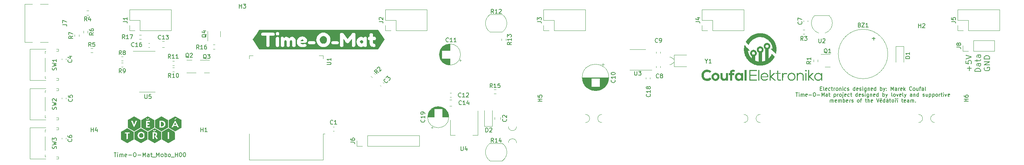
<source format=gbr>
%TF.GenerationSoftware,KiCad,Pcbnew,(6.0.1)*%
%TF.CreationDate,2022-01-22T16:32:06+01:00*%
%TF.ProjectId,MoBo and Touchbar,4d6f426f-2061-46e6-9420-546f75636862,rev?*%
%TF.SameCoordinates,Original*%
%TF.FileFunction,Legend,Top*%
%TF.FilePolarity,Positive*%
%FSLAX46Y46*%
G04 Gerber Fmt 4.6, Leading zero omitted, Abs format (unit mm)*
G04 Created by KiCad (PCBNEW (6.0.1)) date 2022-01-22 16:32:06*
%MOMM*%
%LPD*%
G01*
G04 APERTURE LIST*
%ADD10C,0.150000*%
%ADD11C,0.120000*%
%ADD12C,0.100000*%
%ADD13C,0.010000*%
G04 APERTURE END LIST*
D10*
X231526000Y-17167000D02*
X231526000Y-16100333D01*
X232059333Y-16633666D02*
X230992666Y-16633666D01*
X230659333Y-14767000D02*
X230659333Y-15433666D01*
X231326000Y-15500333D01*
X231259333Y-15433666D01*
X231192666Y-15300333D01*
X231192666Y-14967000D01*
X231259333Y-14833666D01*
X231326000Y-14767000D01*
X231459333Y-14700333D01*
X231792666Y-14700333D01*
X231926000Y-14767000D01*
X231992666Y-14833666D01*
X232059333Y-14967000D01*
X232059333Y-15300333D01*
X231992666Y-15433666D01*
X231926000Y-15500333D01*
X230659333Y-14300333D02*
X232059333Y-13833666D01*
X230659333Y-13367000D01*
X234313333Y-17400333D02*
X232913333Y-17400333D01*
X232913333Y-17067000D01*
X232980000Y-16867000D01*
X233113333Y-16733666D01*
X233246666Y-16667000D01*
X233513333Y-16600333D01*
X233713333Y-16600333D01*
X233980000Y-16667000D01*
X234113333Y-16733666D01*
X234246666Y-16867000D01*
X234313333Y-17067000D01*
X234313333Y-17400333D01*
X234313333Y-15400333D02*
X233580000Y-15400333D01*
X233446666Y-15467000D01*
X233380000Y-15600333D01*
X233380000Y-15867000D01*
X233446666Y-16000333D01*
X234246666Y-15400333D02*
X234313333Y-15533666D01*
X234313333Y-15867000D01*
X234246666Y-16000333D01*
X234113333Y-16067000D01*
X233980000Y-16067000D01*
X233846666Y-16000333D01*
X233780000Y-15867000D01*
X233780000Y-15533666D01*
X233713333Y-15400333D01*
X233380000Y-14933666D02*
X233380000Y-14400333D01*
X232913333Y-14733666D02*
X234113333Y-14733666D01*
X234246666Y-14667000D01*
X234313333Y-14533666D01*
X234313333Y-14400333D01*
X234313333Y-13333666D02*
X233580000Y-13333666D01*
X233446666Y-13400333D01*
X233380000Y-13533666D01*
X233380000Y-13800333D01*
X233446666Y-13933666D01*
X234246666Y-13333666D02*
X234313333Y-13467000D01*
X234313333Y-13800333D01*
X234246666Y-13933666D01*
X234113333Y-14000333D01*
X233980000Y-14000333D01*
X233846666Y-13933666D01*
X233780000Y-13800333D01*
X233780000Y-13467000D01*
X233713333Y-13333666D01*
X235234000Y-16433666D02*
X235167333Y-16567000D01*
X235167333Y-16767000D01*
X235234000Y-16967000D01*
X235367333Y-17100333D01*
X235500666Y-17167000D01*
X235767333Y-17233666D01*
X235967333Y-17233666D01*
X236234000Y-17167000D01*
X236367333Y-17100333D01*
X236500666Y-16967000D01*
X236567333Y-16767000D01*
X236567333Y-16633666D01*
X236500666Y-16433666D01*
X236434000Y-16367000D01*
X235967333Y-16367000D01*
X235967333Y-16633666D01*
X236567333Y-15767000D02*
X235167333Y-15767000D01*
X236567333Y-14967000D01*
X235167333Y-14967000D01*
X236567333Y-14300333D02*
X235167333Y-14300333D01*
X235167333Y-13967000D01*
X235234000Y-13767000D01*
X235367333Y-13633666D01*
X235500666Y-13567000D01*
X235767333Y-13500333D01*
X235967333Y-13500333D01*
X236234000Y-13567000D01*
X236367333Y-13633666D01*
X236500666Y-13767000D01*
X236567333Y-13967000D01*
X236567333Y-14300333D01*
X20860857Y-37425380D02*
X21432285Y-37425380D01*
X21146571Y-38425380D02*
X21146571Y-37425380D01*
X21765619Y-38425380D02*
X21765619Y-37758714D01*
X21765619Y-37425380D02*
X21717999Y-37473000D01*
X21765619Y-37520619D01*
X21813238Y-37473000D01*
X21765619Y-37425380D01*
X21765619Y-37520619D01*
X22241809Y-38425380D02*
X22241809Y-37758714D01*
X22241809Y-37853952D02*
X22289428Y-37806333D01*
X22384666Y-37758714D01*
X22527523Y-37758714D01*
X22622761Y-37806333D01*
X22670380Y-37901571D01*
X22670380Y-38425380D01*
X22670380Y-37901571D02*
X22717999Y-37806333D01*
X22813238Y-37758714D01*
X22956095Y-37758714D01*
X23051333Y-37806333D01*
X23098952Y-37901571D01*
X23098952Y-38425380D01*
X23956095Y-38377761D02*
X23860857Y-38425380D01*
X23670380Y-38425380D01*
X23575142Y-38377761D01*
X23527523Y-38282523D01*
X23527523Y-37901571D01*
X23575142Y-37806333D01*
X23670380Y-37758714D01*
X23860857Y-37758714D01*
X23956095Y-37806333D01*
X24003714Y-37901571D01*
X24003714Y-37996809D01*
X23527523Y-38092047D01*
X24432285Y-38044428D02*
X25194190Y-38044428D01*
X25860857Y-37425380D02*
X26051333Y-37425380D01*
X26146571Y-37473000D01*
X26241809Y-37568238D01*
X26289428Y-37758714D01*
X26289428Y-38092047D01*
X26241809Y-38282523D01*
X26146571Y-38377761D01*
X26051333Y-38425380D01*
X25860857Y-38425380D01*
X25765619Y-38377761D01*
X25670380Y-38282523D01*
X25622761Y-38092047D01*
X25622761Y-37758714D01*
X25670380Y-37568238D01*
X25765619Y-37473000D01*
X25860857Y-37425380D01*
X26717999Y-38044428D02*
X27479904Y-38044428D01*
X27956095Y-38425380D02*
X27956095Y-37425380D01*
X28289428Y-38139666D01*
X28622761Y-37425380D01*
X28622761Y-38425380D01*
X29527523Y-38425380D02*
X29527523Y-37901571D01*
X29479904Y-37806333D01*
X29384666Y-37758714D01*
X29194190Y-37758714D01*
X29098952Y-37806333D01*
X29527523Y-38377761D02*
X29432285Y-38425380D01*
X29194190Y-38425380D01*
X29098952Y-38377761D01*
X29051333Y-38282523D01*
X29051333Y-38187285D01*
X29098952Y-38092047D01*
X29194190Y-38044428D01*
X29432285Y-38044428D01*
X29527523Y-37996809D01*
X29860857Y-37758714D02*
X30241809Y-37758714D01*
X30003714Y-37425380D02*
X30003714Y-38282523D01*
X30051333Y-38377761D01*
X30146571Y-38425380D01*
X30241809Y-38425380D01*
X30337047Y-38520619D02*
X31098952Y-38520619D01*
X31337047Y-38425380D02*
X31337047Y-37425380D01*
X31670380Y-38139666D01*
X32003714Y-37425380D01*
X32003714Y-38425380D01*
X32622761Y-38425380D02*
X32527523Y-38377761D01*
X32479904Y-38330142D01*
X32432285Y-38234904D01*
X32432285Y-37949190D01*
X32479904Y-37853952D01*
X32527523Y-37806333D01*
X32622761Y-37758714D01*
X32765619Y-37758714D01*
X32860857Y-37806333D01*
X32908476Y-37853952D01*
X32956095Y-37949190D01*
X32956095Y-38234904D01*
X32908476Y-38330142D01*
X32860857Y-38377761D01*
X32765619Y-38425380D01*
X32622761Y-38425380D01*
X33384666Y-38425380D02*
X33384666Y-37425380D01*
X33384666Y-37806333D02*
X33479904Y-37758714D01*
X33670380Y-37758714D01*
X33765619Y-37806333D01*
X33813238Y-37853952D01*
X33860857Y-37949190D01*
X33860857Y-38234904D01*
X33813238Y-38330142D01*
X33765619Y-38377761D01*
X33670380Y-38425380D01*
X33479904Y-38425380D01*
X33384666Y-38377761D01*
X34432285Y-38425380D02*
X34337047Y-38377761D01*
X34289428Y-38330142D01*
X34241809Y-38234904D01*
X34241809Y-37949190D01*
X34289428Y-37853952D01*
X34337047Y-37806333D01*
X34432285Y-37758714D01*
X34575142Y-37758714D01*
X34670380Y-37806333D01*
X34717999Y-37853952D01*
X34765619Y-37949190D01*
X34765619Y-38234904D01*
X34717999Y-38330142D01*
X34670380Y-38377761D01*
X34575142Y-38425380D01*
X34432285Y-38425380D01*
X34956095Y-38520619D02*
X35717999Y-38520619D01*
X35956095Y-38425380D02*
X35956095Y-37425380D01*
X35956095Y-37901571D02*
X36527523Y-37901571D01*
X36527523Y-38425380D02*
X36527523Y-37425380D01*
X37194190Y-37425380D02*
X37289428Y-37425380D01*
X37384666Y-37473000D01*
X37432285Y-37520619D01*
X37479904Y-37615857D01*
X37527523Y-37806333D01*
X37527523Y-38044428D01*
X37479904Y-38234904D01*
X37432285Y-38330142D01*
X37384666Y-38377761D01*
X37289428Y-38425380D01*
X37194190Y-38425380D01*
X37098952Y-38377761D01*
X37051333Y-38330142D01*
X37003714Y-38234904D01*
X36956095Y-38044428D01*
X36956095Y-37806333D01*
X37003714Y-37615857D01*
X37051333Y-37520619D01*
X37098952Y-37473000D01*
X37194190Y-37425380D01*
X38146571Y-37425380D02*
X38241809Y-37425380D01*
X38337047Y-37473000D01*
X38384666Y-37520619D01*
X38432285Y-37615857D01*
X38479904Y-37806333D01*
X38479904Y-38044428D01*
X38432285Y-38234904D01*
X38384666Y-38330142D01*
X38337047Y-38377761D01*
X38241809Y-38425380D01*
X38146571Y-38425380D01*
X38051333Y-38377761D01*
X38003714Y-38330142D01*
X37956095Y-38234904D01*
X37908476Y-38044428D01*
X37908476Y-37806333D01*
X37956095Y-37615857D01*
X38003714Y-37520619D01*
X38051333Y-37473000D01*
X38146571Y-37425380D01*
X194829142Y-21600714D02*
X195129142Y-21600714D01*
X195257714Y-22072142D02*
X194829142Y-22072142D01*
X194829142Y-21172142D01*
X195257714Y-21172142D01*
X195772000Y-22072142D02*
X195686285Y-22029285D01*
X195643428Y-21943571D01*
X195643428Y-21172142D01*
X196457714Y-22029285D02*
X196372000Y-22072142D01*
X196200571Y-22072142D01*
X196114857Y-22029285D01*
X196072000Y-21943571D01*
X196072000Y-21600714D01*
X196114857Y-21515000D01*
X196200571Y-21472142D01*
X196372000Y-21472142D01*
X196457714Y-21515000D01*
X196500571Y-21600714D01*
X196500571Y-21686428D01*
X196072000Y-21772142D01*
X197272000Y-22029285D02*
X197186285Y-22072142D01*
X197014857Y-22072142D01*
X196929142Y-22029285D01*
X196886285Y-21986428D01*
X196843428Y-21900714D01*
X196843428Y-21643571D01*
X196886285Y-21557857D01*
X196929142Y-21515000D01*
X197014857Y-21472142D01*
X197186285Y-21472142D01*
X197272000Y-21515000D01*
X197529142Y-21472142D02*
X197872000Y-21472142D01*
X197657714Y-21172142D02*
X197657714Y-21943571D01*
X197700571Y-22029285D01*
X197786285Y-22072142D01*
X197872000Y-22072142D01*
X198172000Y-22072142D02*
X198172000Y-21472142D01*
X198172000Y-21643571D02*
X198214857Y-21557857D01*
X198257714Y-21515000D01*
X198343428Y-21472142D01*
X198429142Y-21472142D01*
X198857714Y-22072142D02*
X198772000Y-22029285D01*
X198729142Y-21986428D01*
X198686285Y-21900714D01*
X198686285Y-21643571D01*
X198729142Y-21557857D01*
X198772000Y-21515000D01*
X198857714Y-21472142D01*
X198986285Y-21472142D01*
X199072000Y-21515000D01*
X199114857Y-21557857D01*
X199157714Y-21643571D01*
X199157714Y-21900714D01*
X199114857Y-21986428D01*
X199072000Y-22029285D01*
X198986285Y-22072142D01*
X198857714Y-22072142D01*
X199543428Y-21472142D02*
X199543428Y-22072142D01*
X199543428Y-21557857D02*
X199586285Y-21515000D01*
X199672000Y-21472142D01*
X199800571Y-21472142D01*
X199886285Y-21515000D01*
X199929142Y-21600714D01*
X199929142Y-22072142D01*
X200357714Y-22072142D02*
X200357714Y-21472142D01*
X200357714Y-21172142D02*
X200314857Y-21215000D01*
X200357714Y-21257857D01*
X200400571Y-21215000D01*
X200357714Y-21172142D01*
X200357714Y-21257857D01*
X201172000Y-22029285D02*
X201086285Y-22072142D01*
X200914857Y-22072142D01*
X200829142Y-22029285D01*
X200786285Y-21986428D01*
X200743428Y-21900714D01*
X200743428Y-21643571D01*
X200786285Y-21557857D01*
X200829142Y-21515000D01*
X200914857Y-21472142D01*
X201086285Y-21472142D01*
X201172000Y-21515000D01*
X201514857Y-22029285D02*
X201600571Y-22072142D01*
X201772000Y-22072142D01*
X201857714Y-22029285D01*
X201900571Y-21943571D01*
X201900571Y-21900714D01*
X201857714Y-21815000D01*
X201772000Y-21772142D01*
X201643428Y-21772142D01*
X201557714Y-21729285D01*
X201514857Y-21643571D01*
X201514857Y-21600714D01*
X201557714Y-21515000D01*
X201643428Y-21472142D01*
X201772000Y-21472142D01*
X201857714Y-21515000D01*
X203357714Y-22072142D02*
X203357714Y-21172142D01*
X203357714Y-22029285D02*
X203272000Y-22072142D01*
X203100571Y-22072142D01*
X203014857Y-22029285D01*
X202972000Y-21986428D01*
X202929142Y-21900714D01*
X202929142Y-21643571D01*
X202972000Y-21557857D01*
X203014857Y-21515000D01*
X203100571Y-21472142D01*
X203272000Y-21472142D01*
X203357714Y-21515000D01*
X204129142Y-22029285D02*
X204043428Y-22072142D01*
X203872000Y-22072142D01*
X203786285Y-22029285D01*
X203743428Y-21943571D01*
X203743428Y-21600714D01*
X203786285Y-21515000D01*
X203872000Y-21472142D01*
X204043428Y-21472142D01*
X204129142Y-21515000D01*
X204172000Y-21600714D01*
X204172000Y-21686428D01*
X203743428Y-21772142D01*
X204514857Y-22029285D02*
X204600571Y-22072142D01*
X204772000Y-22072142D01*
X204857714Y-22029285D01*
X204900571Y-21943571D01*
X204900571Y-21900714D01*
X204857714Y-21815000D01*
X204772000Y-21772142D01*
X204643428Y-21772142D01*
X204557714Y-21729285D01*
X204514857Y-21643571D01*
X204514857Y-21600714D01*
X204557714Y-21515000D01*
X204643428Y-21472142D01*
X204772000Y-21472142D01*
X204857714Y-21515000D01*
X205286285Y-22072142D02*
X205286285Y-21472142D01*
X205286285Y-21172142D02*
X205243428Y-21215000D01*
X205286285Y-21257857D01*
X205329142Y-21215000D01*
X205286285Y-21172142D01*
X205286285Y-21257857D01*
X206100571Y-21472142D02*
X206100571Y-22200714D01*
X206057714Y-22286428D01*
X206014857Y-22329285D01*
X205929142Y-22372142D01*
X205800571Y-22372142D01*
X205714857Y-22329285D01*
X206100571Y-22029285D02*
X206014857Y-22072142D01*
X205843428Y-22072142D01*
X205757714Y-22029285D01*
X205714857Y-21986428D01*
X205672000Y-21900714D01*
X205672000Y-21643571D01*
X205714857Y-21557857D01*
X205757714Y-21515000D01*
X205843428Y-21472142D01*
X206014857Y-21472142D01*
X206100571Y-21515000D01*
X206529142Y-21472142D02*
X206529142Y-22072142D01*
X206529142Y-21557857D02*
X206572000Y-21515000D01*
X206657714Y-21472142D01*
X206786285Y-21472142D01*
X206872000Y-21515000D01*
X206914857Y-21600714D01*
X206914857Y-22072142D01*
X207686285Y-22029285D02*
X207600571Y-22072142D01*
X207429142Y-22072142D01*
X207343428Y-22029285D01*
X207300571Y-21943571D01*
X207300571Y-21600714D01*
X207343428Y-21515000D01*
X207429142Y-21472142D01*
X207600571Y-21472142D01*
X207686285Y-21515000D01*
X207729142Y-21600714D01*
X207729142Y-21686428D01*
X207300571Y-21772142D01*
X208500571Y-22072142D02*
X208500571Y-21172142D01*
X208500571Y-22029285D02*
X208414857Y-22072142D01*
X208243428Y-22072142D01*
X208157714Y-22029285D01*
X208114857Y-21986428D01*
X208072000Y-21900714D01*
X208072000Y-21643571D01*
X208114857Y-21557857D01*
X208157714Y-21515000D01*
X208243428Y-21472142D01*
X208414857Y-21472142D01*
X208500571Y-21515000D01*
X209614857Y-22072142D02*
X209614857Y-21172142D01*
X209614857Y-21515000D02*
X209700571Y-21472142D01*
X209872000Y-21472142D01*
X209957714Y-21515000D01*
X210000571Y-21557857D01*
X210043428Y-21643571D01*
X210043428Y-21900714D01*
X210000571Y-21986428D01*
X209957714Y-22029285D01*
X209872000Y-22072142D01*
X209700571Y-22072142D01*
X209614857Y-22029285D01*
X210343428Y-21472142D02*
X210557714Y-22072142D01*
X210772000Y-21472142D02*
X210557714Y-22072142D01*
X210472000Y-22286428D01*
X210429142Y-22329285D01*
X210343428Y-22372142D01*
X211114857Y-21986428D02*
X211157714Y-22029285D01*
X211114857Y-22072142D01*
X211072000Y-22029285D01*
X211114857Y-21986428D01*
X211114857Y-22072142D01*
X211114857Y-21515000D02*
X211157714Y-21557857D01*
X211114857Y-21600714D01*
X211072000Y-21557857D01*
X211114857Y-21515000D01*
X211114857Y-21600714D01*
X212229142Y-22072142D02*
X212229142Y-21172142D01*
X212529142Y-21815000D01*
X212829142Y-21172142D01*
X212829142Y-22072142D01*
X213643428Y-22072142D02*
X213643428Y-21600714D01*
X213600571Y-21515000D01*
X213514857Y-21472142D01*
X213343428Y-21472142D01*
X213257714Y-21515000D01*
X213643428Y-22029285D02*
X213557714Y-22072142D01*
X213343428Y-22072142D01*
X213257714Y-22029285D01*
X213214857Y-21943571D01*
X213214857Y-21857857D01*
X213257714Y-21772142D01*
X213343428Y-21729285D01*
X213557714Y-21729285D01*
X213643428Y-21686428D01*
X214072000Y-22072142D02*
X214072000Y-21472142D01*
X214072000Y-21643571D02*
X214114857Y-21557857D01*
X214157714Y-21515000D01*
X214243428Y-21472142D01*
X214329142Y-21472142D01*
X214972000Y-22029285D02*
X214886285Y-22072142D01*
X214714857Y-22072142D01*
X214629142Y-22029285D01*
X214586285Y-21943571D01*
X214586285Y-21600714D01*
X214629142Y-21515000D01*
X214714857Y-21472142D01*
X214886285Y-21472142D01*
X214972000Y-21515000D01*
X215014857Y-21600714D01*
X215014857Y-21686428D01*
X214586285Y-21772142D01*
X215400571Y-22072142D02*
X215400571Y-21172142D01*
X215486285Y-21729285D02*
X215743428Y-22072142D01*
X215743428Y-21472142D02*
X215400571Y-21815000D01*
X217329142Y-21986428D02*
X217286285Y-22029285D01*
X217157714Y-22072142D01*
X217072000Y-22072142D01*
X216943428Y-22029285D01*
X216857714Y-21943571D01*
X216814857Y-21857857D01*
X216772000Y-21686428D01*
X216772000Y-21557857D01*
X216814857Y-21386428D01*
X216857714Y-21300714D01*
X216943428Y-21215000D01*
X217072000Y-21172142D01*
X217157714Y-21172142D01*
X217286285Y-21215000D01*
X217329142Y-21257857D01*
X217843428Y-22072142D02*
X217757714Y-22029285D01*
X217714857Y-21986428D01*
X217672000Y-21900714D01*
X217672000Y-21643571D01*
X217714857Y-21557857D01*
X217757714Y-21515000D01*
X217843428Y-21472142D01*
X217972000Y-21472142D01*
X218057714Y-21515000D01*
X218100571Y-21557857D01*
X218143428Y-21643571D01*
X218143428Y-21900714D01*
X218100571Y-21986428D01*
X218057714Y-22029285D01*
X217972000Y-22072142D01*
X217843428Y-22072142D01*
X218914857Y-21472142D02*
X218914857Y-22072142D01*
X218529142Y-21472142D02*
X218529142Y-21943571D01*
X218572000Y-22029285D01*
X218657714Y-22072142D01*
X218786285Y-22072142D01*
X218872000Y-22029285D01*
X218914857Y-21986428D01*
X219214857Y-21472142D02*
X219557714Y-21472142D01*
X219343428Y-22072142D02*
X219343428Y-21300714D01*
X219386285Y-21215000D01*
X219472000Y-21172142D01*
X219557714Y-21172142D01*
X220243428Y-22072142D02*
X220243428Y-21600714D01*
X220200571Y-21515000D01*
X220114857Y-21472142D01*
X219943428Y-21472142D01*
X219857714Y-21515000D01*
X220243428Y-22029285D02*
X220157714Y-22072142D01*
X219943428Y-22072142D01*
X219857714Y-22029285D01*
X219814857Y-21943571D01*
X219814857Y-21857857D01*
X219857714Y-21772142D01*
X219943428Y-21729285D01*
X220157714Y-21729285D01*
X220243428Y-21686428D01*
X220800571Y-22072142D02*
X220714857Y-22029285D01*
X220672000Y-21943571D01*
X220672000Y-21172142D01*
X188786285Y-22621142D02*
X189300571Y-22621142D01*
X189043428Y-23521142D02*
X189043428Y-22621142D01*
X189600571Y-23521142D02*
X189600571Y-22921142D01*
X189600571Y-22621142D02*
X189557714Y-22664000D01*
X189600571Y-22706857D01*
X189643428Y-22664000D01*
X189600571Y-22621142D01*
X189600571Y-22706857D01*
X190029142Y-23521142D02*
X190029142Y-22921142D01*
X190029142Y-23006857D02*
X190072000Y-22964000D01*
X190157714Y-22921142D01*
X190286285Y-22921142D01*
X190372000Y-22964000D01*
X190414857Y-23049714D01*
X190414857Y-23521142D01*
X190414857Y-23049714D02*
X190457714Y-22964000D01*
X190543428Y-22921142D01*
X190672000Y-22921142D01*
X190757714Y-22964000D01*
X190800571Y-23049714D01*
X190800571Y-23521142D01*
X191572000Y-23478285D02*
X191486285Y-23521142D01*
X191314857Y-23521142D01*
X191229142Y-23478285D01*
X191186285Y-23392571D01*
X191186285Y-23049714D01*
X191229142Y-22964000D01*
X191314857Y-22921142D01*
X191486285Y-22921142D01*
X191572000Y-22964000D01*
X191614857Y-23049714D01*
X191614857Y-23135428D01*
X191186285Y-23221142D01*
X192000571Y-23178285D02*
X192686285Y-23178285D01*
X193286285Y-22621142D02*
X193457714Y-22621142D01*
X193543428Y-22664000D01*
X193629142Y-22749714D01*
X193672000Y-22921142D01*
X193672000Y-23221142D01*
X193629142Y-23392571D01*
X193543428Y-23478285D01*
X193457714Y-23521142D01*
X193286285Y-23521142D01*
X193200571Y-23478285D01*
X193114857Y-23392571D01*
X193072000Y-23221142D01*
X193072000Y-22921142D01*
X193114857Y-22749714D01*
X193200571Y-22664000D01*
X193286285Y-22621142D01*
X194057714Y-23178285D02*
X194743428Y-23178285D01*
X195172000Y-23521142D02*
X195172000Y-22621142D01*
X195472000Y-23264000D01*
X195772000Y-22621142D01*
X195772000Y-23521142D01*
X196586285Y-23521142D02*
X196586285Y-23049714D01*
X196543428Y-22964000D01*
X196457714Y-22921142D01*
X196286285Y-22921142D01*
X196200571Y-22964000D01*
X196586285Y-23478285D02*
X196500571Y-23521142D01*
X196286285Y-23521142D01*
X196200571Y-23478285D01*
X196157714Y-23392571D01*
X196157714Y-23306857D01*
X196200571Y-23221142D01*
X196286285Y-23178285D01*
X196500571Y-23178285D01*
X196586285Y-23135428D01*
X196886285Y-22921142D02*
X197229142Y-22921142D01*
X197014857Y-22621142D02*
X197014857Y-23392571D01*
X197057714Y-23478285D01*
X197143428Y-23521142D01*
X197229142Y-23521142D01*
X198214857Y-22921142D02*
X198214857Y-23821142D01*
X198214857Y-22964000D02*
X198300571Y-22921142D01*
X198472000Y-22921142D01*
X198557714Y-22964000D01*
X198600571Y-23006857D01*
X198643428Y-23092571D01*
X198643428Y-23349714D01*
X198600571Y-23435428D01*
X198557714Y-23478285D01*
X198472000Y-23521142D01*
X198300571Y-23521142D01*
X198214857Y-23478285D01*
X199029142Y-23521142D02*
X199029142Y-22921142D01*
X199029142Y-23092571D02*
X199072000Y-23006857D01*
X199114857Y-22964000D01*
X199200571Y-22921142D01*
X199286285Y-22921142D01*
X199714857Y-23521142D02*
X199629142Y-23478285D01*
X199586285Y-23435428D01*
X199543428Y-23349714D01*
X199543428Y-23092571D01*
X199586285Y-23006857D01*
X199629142Y-22964000D01*
X199714857Y-22921142D01*
X199843428Y-22921142D01*
X199929142Y-22964000D01*
X199972000Y-23006857D01*
X200014857Y-23092571D01*
X200014857Y-23349714D01*
X199972000Y-23435428D01*
X199929142Y-23478285D01*
X199843428Y-23521142D01*
X199714857Y-23521142D01*
X200400571Y-22921142D02*
X200400571Y-23692571D01*
X200357714Y-23778285D01*
X200272000Y-23821142D01*
X200229142Y-23821142D01*
X200400571Y-22621142D02*
X200357714Y-22664000D01*
X200400571Y-22706857D01*
X200443428Y-22664000D01*
X200400571Y-22621142D01*
X200400571Y-22706857D01*
X201172000Y-23478285D02*
X201086285Y-23521142D01*
X200914857Y-23521142D01*
X200829142Y-23478285D01*
X200786285Y-23392571D01*
X200786285Y-23049714D01*
X200829142Y-22964000D01*
X200914857Y-22921142D01*
X201086285Y-22921142D01*
X201172000Y-22964000D01*
X201214857Y-23049714D01*
X201214857Y-23135428D01*
X200786285Y-23221142D01*
X201986285Y-23478285D02*
X201900571Y-23521142D01*
X201729142Y-23521142D01*
X201643428Y-23478285D01*
X201600571Y-23435428D01*
X201557714Y-23349714D01*
X201557714Y-23092571D01*
X201600571Y-23006857D01*
X201643428Y-22964000D01*
X201729142Y-22921142D01*
X201900571Y-22921142D01*
X201986285Y-22964000D01*
X202243428Y-22921142D02*
X202586285Y-22921142D01*
X202372000Y-22621142D02*
X202372000Y-23392571D01*
X202414857Y-23478285D01*
X202500571Y-23521142D01*
X202586285Y-23521142D01*
X203957714Y-23521142D02*
X203957714Y-22621142D01*
X203957714Y-23478285D02*
X203872000Y-23521142D01*
X203700571Y-23521142D01*
X203614857Y-23478285D01*
X203572000Y-23435428D01*
X203529142Y-23349714D01*
X203529142Y-23092571D01*
X203572000Y-23006857D01*
X203614857Y-22964000D01*
X203700571Y-22921142D01*
X203872000Y-22921142D01*
X203957714Y-22964000D01*
X204729142Y-23478285D02*
X204643428Y-23521142D01*
X204472000Y-23521142D01*
X204386285Y-23478285D01*
X204343428Y-23392571D01*
X204343428Y-23049714D01*
X204386285Y-22964000D01*
X204472000Y-22921142D01*
X204643428Y-22921142D01*
X204729142Y-22964000D01*
X204772000Y-23049714D01*
X204772000Y-23135428D01*
X204343428Y-23221142D01*
X205114857Y-23478285D02*
X205200571Y-23521142D01*
X205372000Y-23521142D01*
X205457714Y-23478285D01*
X205500571Y-23392571D01*
X205500571Y-23349714D01*
X205457714Y-23264000D01*
X205372000Y-23221142D01*
X205243428Y-23221142D01*
X205157714Y-23178285D01*
X205114857Y-23092571D01*
X205114857Y-23049714D01*
X205157714Y-22964000D01*
X205243428Y-22921142D01*
X205372000Y-22921142D01*
X205457714Y-22964000D01*
X205886285Y-23521142D02*
X205886285Y-22921142D01*
X205886285Y-22621142D02*
X205843428Y-22664000D01*
X205886285Y-22706857D01*
X205929142Y-22664000D01*
X205886285Y-22621142D01*
X205886285Y-22706857D01*
X206700571Y-22921142D02*
X206700571Y-23649714D01*
X206657714Y-23735428D01*
X206614857Y-23778285D01*
X206529142Y-23821142D01*
X206400571Y-23821142D01*
X206314857Y-23778285D01*
X206700571Y-23478285D02*
X206614857Y-23521142D01*
X206443428Y-23521142D01*
X206357714Y-23478285D01*
X206314857Y-23435428D01*
X206272000Y-23349714D01*
X206272000Y-23092571D01*
X206314857Y-23006857D01*
X206357714Y-22964000D01*
X206443428Y-22921142D01*
X206614857Y-22921142D01*
X206700571Y-22964000D01*
X207129142Y-22921142D02*
X207129142Y-23521142D01*
X207129142Y-23006857D02*
X207172000Y-22964000D01*
X207257714Y-22921142D01*
X207386285Y-22921142D01*
X207472000Y-22964000D01*
X207514857Y-23049714D01*
X207514857Y-23521142D01*
X208286285Y-23478285D02*
X208200571Y-23521142D01*
X208029142Y-23521142D01*
X207943428Y-23478285D01*
X207900571Y-23392571D01*
X207900571Y-23049714D01*
X207943428Y-22964000D01*
X208029142Y-22921142D01*
X208200571Y-22921142D01*
X208286285Y-22964000D01*
X208329142Y-23049714D01*
X208329142Y-23135428D01*
X207900571Y-23221142D01*
X209100571Y-23521142D02*
X209100571Y-22621142D01*
X209100571Y-23478285D02*
X209014857Y-23521142D01*
X208843428Y-23521142D01*
X208757714Y-23478285D01*
X208714857Y-23435428D01*
X208672000Y-23349714D01*
X208672000Y-23092571D01*
X208714857Y-23006857D01*
X208757714Y-22964000D01*
X208843428Y-22921142D01*
X209014857Y-22921142D01*
X209100571Y-22964000D01*
X210214857Y-23521142D02*
X210214857Y-22621142D01*
X210214857Y-22964000D02*
X210300571Y-22921142D01*
X210472000Y-22921142D01*
X210557714Y-22964000D01*
X210600571Y-23006857D01*
X210643428Y-23092571D01*
X210643428Y-23349714D01*
X210600571Y-23435428D01*
X210557714Y-23478285D01*
X210472000Y-23521142D01*
X210300571Y-23521142D01*
X210214857Y-23478285D01*
X210943428Y-22921142D02*
X211157714Y-23521142D01*
X211372000Y-22921142D02*
X211157714Y-23521142D01*
X211072000Y-23735428D01*
X211029142Y-23778285D01*
X210943428Y-23821142D01*
X212529142Y-23521142D02*
X212443428Y-23478285D01*
X212400571Y-23392571D01*
X212400571Y-22621142D01*
X213000571Y-23521142D02*
X212914857Y-23478285D01*
X212872000Y-23435428D01*
X212829142Y-23349714D01*
X212829142Y-23092571D01*
X212872000Y-23006857D01*
X212914857Y-22964000D01*
X213000571Y-22921142D01*
X213129142Y-22921142D01*
X213214857Y-22964000D01*
X213257714Y-23006857D01*
X213300571Y-23092571D01*
X213300571Y-23349714D01*
X213257714Y-23435428D01*
X213214857Y-23478285D01*
X213129142Y-23521142D01*
X213000571Y-23521142D01*
X213600571Y-22921142D02*
X213814857Y-23521142D01*
X214029142Y-22921142D01*
X214714857Y-23478285D02*
X214629142Y-23521142D01*
X214457714Y-23521142D01*
X214372000Y-23478285D01*
X214329142Y-23392571D01*
X214329142Y-23049714D01*
X214372000Y-22964000D01*
X214457714Y-22921142D01*
X214629142Y-22921142D01*
X214714857Y-22964000D01*
X214757714Y-23049714D01*
X214757714Y-23135428D01*
X214329142Y-23221142D01*
X215272000Y-23521142D02*
X215186285Y-23478285D01*
X215143428Y-23392571D01*
X215143428Y-22621142D01*
X215529142Y-22921142D02*
X215743428Y-23521142D01*
X215957714Y-22921142D02*
X215743428Y-23521142D01*
X215657714Y-23735428D01*
X215614857Y-23778285D01*
X215529142Y-23821142D01*
X217372000Y-23521142D02*
X217372000Y-23049714D01*
X217329142Y-22964000D01*
X217243428Y-22921142D01*
X217072000Y-22921142D01*
X216986285Y-22964000D01*
X217372000Y-23478285D02*
X217286285Y-23521142D01*
X217072000Y-23521142D01*
X216986285Y-23478285D01*
X216943428Y-23392571D01*
X216943428Y-23306857D01*
X216986285Y-23221142D01*
X217072000Y-23178285D01*
X217286285Y-23178285D01*
X217372000Y-23135428D01*
X217800571Y-22921142D02*
X217800571Y-23521142D01*
X217800571Y-23006857D02*
X217843428Y-22964000D01*
X217929142Y-22921142D01*
X218057714Y-22921142D01*
X218143428Y-22964000D01*
X218186285Y-23049714D01*
X218186285Y-23521142D01*
X219000571Y-23521142D02*
X219000571Y-22621142D01*
X219000571Y-23478285D02*
X218914857Y-23521142D01*
X218743428Y-23521142D01*
X218657714Y-23478285D01*
X218614857Y-23435428D01*
X218572000Y-23349714D01*
X218572000Y-23092571D01*
X218614857Y-23006857D01*
X218657714Y-22964000D01*
X218743428Y-22921142D01*
X218914857Y-22921142D01*
X219000571Y-22964000D01*
X220072000Y-23478285D02*
X220157714Y-23521142D01*
X220329142Y-23521142D01*
X220414857Y-23478285D01*
X220457714Y-23392571D01*
X220457714Y-23349714D01*
X220414857Y-23264000D01*
X220329142Y-23221142D01*
X220200571Y-23221142D01*
X220114857Y-23178285D01*
X220072000Y-23092571D01*
X220072000Y-23049714D01*
X220114857Y-22964000D01*
X220200571Y-22921142D01*
X220329142Y-22921142D01*
X220414857Y-22964000D01*
X221229142Y-22921142D02*
X221229142Y-23521142D01*
X220843428Y-22921142D02*
X220843428Y-23392571D01*
X220886285Y-23478285D01*
X220972000Y-23521142D01*
X221100571Y-23521142D01*
X221186285Y-23478285D01*
X221229142Y-23435428D01*
X221657714Y-22921142D02*
X221657714Y-23821142D01*
X221657714Y-22964000D02*
X221743428Y-22921142D01*
X221914857Y-22921142D01*
X222000571Y-22964000D01*
X222043428Y-23006857D01*
X222086285Y-23092571D01*
X222086285Y-23349714D01*
X222043428Y-23435428D01*
X222000571Y-23478285D01*
X221914857Y-23521142D01*
X221743428Y-23521142D01*
X221657714Y-23478285D01*
X222472000Y-22921142D02*
X222472000Y-23821142D01*
X222472000Y-22964000D02*
X222557714Y-22921142D01*
X222729142Y-22921142D01*
X222814857Y-22964000D01*
X222857714Y-23006857D01*
X222900571Y-23092571D01*
X222900571Y-23349714D01*
X222857714Y-23435428D01*
X222814857Y-23478285D01*
X222729142Y-23521142D01*
X222557714Y-23521142D01*
X222472000Y-23478285D01*
X223414857Y-23521142D02*
X223329142Y-23478285D01*
X223286285Y-23435428D01*
X223243428Y-23349714D01*
X223243428Y-23092571D01*
X223286285Y-23006857D01*
X223329142Y-22964000D01*
X223414857Y-22921142D01*
X223543428Y-22921142D01*
X223629142Y-22964000D01*
X223672000Y-23006857D01*
X223714857Y-23092571D01*
X223714857Y-23349714D01*
X223672000Y-23435428D01*
X223629142Y-23478285D01*
X223543428Y-23521142D01*
X223414857Y-23521142D01*
X224100571Y-23521142D02*
X224100571Y-22921142D01*
X224100571Y-23092571D02*
X224143428Y-23006857D01*
X224186285Y-22964000D01*
X224272000Y-22921142D01*
X224357714Y-22921142D01*
X224529142Y-22921142D02*
X224872000Y-22921142D01*
X224657714Y-22621142D02*
X224657714Y-23392571D01*
X224700571Y-23478285D01*
X224786285Y-23521142D01*
X224872000Y-23521142D01*
X225172000Y-23521142D02*
X225172000Y-22921142D01*
X225172000Y-22621142D02*
X225129142Y-22664000D01*
X225172000Y-22706857D01*
X225214857Y-22664000D01*
X225172000Y-22621142D01*
X225172000Y-22706857D01*
X225514857Y-22921142D02*
X225729142Y-23521142D01*
X225943428Y-22921142D01*
X226629142Y-23478285D02*
X226543428Y-23521142D01*
X226372000Y-23521142D01*
X226286285Y-23478285D01*
X226243428Y-23392571D01*
X226243428Y-23049714D01*
X226286285Y-22964000D01*
X226372000Y-22921142D01*
X226543428Y-22921142D01*
X226629142Y-22964000D01*
X226672000Y-23049714D01*
X226672000Y-23135428D01*
X226243428Y-23221142D01*
X197271999Y-24970142D02*
X197271999Y-24370142D01*
X197271999Y-24455857D02*
X197314857Y-24413000D01*
X197400571Y-24370142D01*
X197529142Y-24370142D01*
X197614857Y-24413000D01*
X197657714Y-24498714D01*
X197657714Y-24970142D01*
X197657714Y-24498714D02*
X197700571Y-24413000D01*
X197786285Y-24370142D01*
X197914857Y-24370142D01*
X198000571Y-24413000D01*
X198043428Y-24498714D01*
X198043428Y-24970142D01*
X198814857Y-24927285D02*
X198729142Y-24970142D01*
X198557714Y-24970142D01*
X198471999Y-24927285D01*
X198429142Y-24841571D01*
X198429142Y-24498714D01*
X198471999Y-24413000D01*
X198557714Y-24370142D01*
X198729142Y-24370142D01*
X198814857Y-24413000D01*
X198857714Y-24498714D01*
X198857714Y-24584428D01*
X198429142Y-24670142D01*
X199243428Y-24970142D02*
X199243428Y-24370142D01*
X199243428Y-24455857D02*
X199286285Y-24413000D01*
X199371999Y-24370142D01*
X199500571Y-24370142D01*
X199586285Y-24413000D01*
X199629142Y-24498714D01*
X199629142Y-24970142D01*
X199629142Y-24498714D02*
X199671999Y-24413000D01*
X199757714Y-24370142D01*
X199886285Y-24370142D01*
X199971999Y-24413000D01*
X200014857Y-24498714D01*
X200014857Y-24970142D01*
X200443428Y-24970142D02*
X200443428Y-24070142D01*
X200443428Y-24413000D02*
X200529142Y-24370142D01*
X200700571Y-24370142D01*
X200786285Y-24413000D01*
X200829142Y-24455857D01*
X200871999Y-24541571D01*
X200871999Y-24798714D01*
X200829142Y-24884428D01*
X200786285Y-24927285D01*
X200700571Y-24970142D01*
X200529142Y-24970142D01*
X200443428Y-24927285D01*
X201600571Y-24927285D02*
X201514857Y-24970142D01*
X201343428Y-24970142D01*
X201257714Y-24927285D01*
X201214857Y-24841571D01*
X201214857Y-24498714D01*
X201257714Y-24413000D01*
X201343428Y-24370142D01*
X201514857Y-24370142D01*
X201600571Y-24413000D01*
X201643428Y-24498714D01*
X201643428Y-24584428D01*
X201214857Y-24670142D01*
X202029142Y-24970142D02*
X202029142Y-24370142D01*
X202029142Y-24541571D02*
X202071999Y-24455857D01*
X202114857Y-24413000D01*
X202200571Y-24370142D01*
X202286285Y-24370142D01*
X202543428Y-24927285D02*
X202629142Y-24970142D01*
X202800571Y-24970142D01*
X202886285Y-24927285D01*
X202929142Y-24841571D01*
X202929142Y-24798714D01*
X202886285Y-24713000D01*
X202800571Y-24670142D01*
X202671999Y-24670142D01*
X202586285Y-24627285D01*
X202543428Y-24541571D01*
X202543428Y-24498714D01*
X202586285Y-24413000D01*
X202671999Y-24370142D01*
X202800571Y-24370142D01*
X202886285Y-24413000D01*
X204129142Y-24970142D02*
X204043428Y-24927285D01*
X204000571Y-24884428D01*
X203957714Y-24798714D01*
X203957714Y-24541571D01*
X204000571Y-24455857D01*
X204043428Y-24413000D01*
X204129142Y-24370142D01*
X204257714Y-24370142D01*
X204343428Y-24413000D01*
X204386285Y-24455857D01*
X204429142Y-24541571D01*
X204429142Y-24798714D01*
X204386285Y-24884428D01*
X204343428Y-24927285D01*
X204257714Y-24970142D01*
X204129142Y-24970142D01*
X204686285Y-24370142D02*
X205029142Y-24370142D01*
X204814857Y-24970142D02*
X204814857Y-24198714D01*
X204857714Y-24113000D01*
X204943428Y-24070142D01*
X205029142Y-24070142D01*
X205886285Y-24370142D02*
X206229142Y-24370142D01*
X206014857Y-24070142D02*
X206014857Y-24841571D01*
X206057714Y-24927285D01*
X206143428Y-24970142D01*
X206229142Y-24970142D01*
X206529142Y-24970142D02*
X206529142Y-24070142D01*
X206914857Y-24970142D02*
X206914857Y-24498714D01*
X206871999Y-24413000D01*
X206786285Y-24370142D01*
X206657714Y-24370142D01*
X206571999Y-24413000D01*
X206529142Y-24455857D01*
X207686285Y-24927285D02*
X207600571Y-24970142D01*
X207429142Y-24970142D01*
X207343428Y-24927285D01*
X207300571Y-24841571D01*
X207300571Y-24498714D01*
X207343428Y-24413000D01*
X207429142Y-24370142D01*
X207600571Y-24370142D01*
X207686285Y-24413000D01*
X207729142Y-24498714D01*
X207729142Y-24584428D01*
X207300571Y-24670142D01*
X208671999Y-24070142D02*
X208971999Y-24970142D01*
X209271999Y-24070142D01*
X209914857Y-24927285D02*
X209829142Y-24970142D01*
X209657714Y-24970142D01*
X209571999Y-24927285D01*
X209529142Y-24841571D01*
X209529142Y-24498714D01*
X209571999Y-24413000D01*
X209657714Y-24370142D01*
X209829142Y-24370142D01*
X209914857Y-24413000D01*
X209957714Y-24498714D01*
X209957714Y-24584428D01*
X209529142Y-24670142D01*
X209571999Y-24027285D02*
X209743428Y-24155857D01*
X209914857Y-24027285D01*
X210729142Y-24970142D02*
X210729142Y-24070142D01*
X210729142Y-24927285D02*
X210643428Y-24970142D01*
X210471999Y-24970142D01*
X210386285Y-24927285D01*
X210343428Y-24884428D01*
X210300571Y-24798714D01*
X210300571Y-24541571D01*
X210343428Y-24455857D01*
X210386285Y-24413000D01*
X210471999Y-24370142D01*
X210643428Y-24370142D01*
X210729142Y-24413000D01*
X211543428Y-24970142D02*
X211543428Y-24498714D01*
X211500571Y-24413000D01*
X211414857Y-24370142D01*
X211243428Y-24370142D01*
X211157714Y-24413000D01*
X211543428Y-24927285D02*
X211457714Y-24970142D01*
X211243428Y-24970142D01*
X211157714Y-24927285D01*
X211114857Y-24841571D01*
X211114857Y-24755857D01*
X211157714Y-24670142D01*
X211243428Y-24627285D01*
X211457714Y-24627285D01*
X211543428Y-24584428D01*
X211414857Y-24027285D02*
X211286285Y-24155857D01*
X211843428Y-24370142D02*
X212186285Y-24370142D01*
X211971999Y-24070142D02*
X211971999Y-24841571D01*
X212014857Y-24927285D01*
X212100571Y-24970142D01*
X212186285Y-24970142D01*
X212614857Y-24970142D02*
X212529142Y-24927285D01*
X212486285Y-24884428D01*
X212443428Y-24798714D01*
X212443428Y-24541571D01*
X212486285Y-24455857D01*
X212529142Y-24413000D01*
X212614857Y-24370142D01*
X212743428Y-24370142D01*
X212829142Y-24413000D01*
X212871999Y-24455857D01*
X212914857Y-24541571D01*
X212914857Y-24798714D01*
X212871999Y-24884428D01*
X212829142Y-24927285D01*
X212743428Y-24970142D01*
X212614857Y-24970142D01*
X213300571Y-24970142D02*
X213300571Y-24370142D01*
X213300571Y-24541571D02*
X213343428Y-24455857D01*
X213386285Y-24413000D01*
X213471999Y-24370142D01*
X213557714Y-24370142D01*
X213214857Y-24027285D02*
X213386285Y-24155857D01*
X213557714Y-24027285D01*
X213857714Y-24970142D02*
X213857714Y-24370142D01*
X213857714Y-24070142D02*
X213814857Y-24113000D01*
X213857714Y-24155857D01*
X213900571Y-24113000D01*
X213857714Y-24070142D01*
X213857714Y-24155857D01*
X214843428Y-24370142D02*
X215186285Y-24370142D01*
X214971999Y-24070142D02*
X214971999Y-24841571D01*
X215014857Y-24927285D01*
X215100571Y-24970142D01*
X215186285Y-24970142D01*
X215829142Y-24927285D02*
X215743428Y-24970142D01*
X215571999Y-24970142D01*
X215486285Y-24927285D01*
X215443428Y-24841571D01*
X215443428Y-24498714D01*
X215486285Y-24413000D01*
X215571999Y-24370142D01*
X215743428Y-24370142D01*
X215829142Y-24413000D01*
X215871999Y-24498714D01*
X215871999Y-24584428D01*
X215443428Y-24670142D01*
X216643428Y-24970142D02*
X216643428Y-24498714D01*
X216600571Y-24413000D01*
X216514857Y-24370142D01*
X216343428Y-24370142D01*
X216257714Y-24413000D01*
X216643428Y-24927285D02*
X216557714Y-24970142D01*
X216343428Y-24970142D01*
X216257714Y-24927285D01*
X216214857Y-24841571D01*
X216214857Y-24755857D01*
X216257714Y-24670142D01*
X216343428Y-24627285D01*
X216557714Y-24627285D01*
X216643428Y-24584428D01*
X217071999Y-24970142D02*
X217071999Y-24370142D01*
X217071999Y-24455857D02*
X217114857Y-24413000D01*
X217200571Y-24370142D01*
X217329142Y-24370142D01*
X217414857Y-24413000D01*
X217457714Y-24498714D01*
X217457714Y-24970142D01*
X217457714Y-24498714D02*
X217500571Y-24413000D01*
X217586285Y-24370142D01*
X217714857Y-24370142D01*
X217800571Y-24413000D01*
X217843428Y-24498714D01*
X217843428Y-24970142D01*
X218271999Y-24884428D02*
X218314857Y-24927285D01*
X218271999Y-24970142D01*
X218229142Y-24927285D01*
X218271999Y-24884428D01*
X218271999Y-24970142D01*
%TO.C,Q3*%
X43592761Y-14276619D02*
X43497523Y-14229000D01*
X43402285Y-14133761D01*
X43259428Y-13990904D01*
X43164190Y-13943285D01*
X43068952Y-13943285D01*
X43116571Y-14181380D02*
X43021333Y-14133761D01*
X42926095Y-14038523D01*
X42878476Y-13848047D01*
X42878476Y-13514714D01*
X42926095Y-13324238D01*
X43021333Y-13229000D01*
X43116571Y-13181380D01*
X43307047Y-13181380D01*
X43402285Y-13229000D01*
X43497523Y-13324238D01*
X43545142Y-13514714D01*
X43545142Y-13848047D01*
X43497523Y-14038523D01*
X43402285Y-14133761D01*
X43307047Y-14181380D01*
X43116571Y-14181380D01*
X43878476Y-13181380D02*
X44497523Y-13181380D01*
X44164190Y-13562333D01*
X44307047Y-13562333D01*
X44402285Y-13609952D01*
X44449904Y-13657571D01*
X44497523Y-13752809D01*
X44497523Y-13990904D01*
X44449904Y-14086142D01*
X44402285Y-14133761D01*
X44307047Y-14181380D01*
X44021333Y-14181380D01*
X43926095Y-14133761D01*
X43878476Y-14086142D01*
%TO.C,C13*%
X32377142Y-9345142D02*
X32329523Y-9392761D01*
X32186666Y-9440380D01*
X32091428Y-9440380D01*
X31948571Y-9392761D01*
X31853333Y-9297523D01*
X31805714Y-9202285D01*
X31758095Y-9011809D01*
X31758095Y-8868952D01*
X31805714Y-8678476D01*
X31853333Y-8583238D01*
X31948571Y-8488000D01*
X32091428Y-8440380D01*
X32186666Y-8440380D01*
X32329523Y-8488000D01*
X32377142Y-8535619D01*
X33329523Y-9440380D02*
X32758095Y-9440380D01*
X33043809Y-9440380D02*
X33043809Y-8440380D01*
X32948571Y-8583238D01*
X32853333Y-8678476D01*
X32758095Y-8726095D01*
X33662857Y-8440380D02*
X34281904Y-8440380D01*
X33948571Y-8821333D01*
X34091428Y-8821333D01*
X34186666Y-8868952D01*
X34234285Y-8916571D01*
X34281904Y-9011809D01*
X34281904Y-9249904D01*
X34234285Y-9345142D01*
X34186666Y-9392761D01*
X34091428Y-9440380D01*
X33805714Y-9440380D01*
X33710476Y-9392761D01*
X33662857Y-9345142D01*
%TO.C,C4*%
X10390142Y-14517666D02*
X10437761Y-14565285D01*
X10485380Y-14708142D01*
X10485380Y-14803380D01*
X10437761Y-14946238D01*
X10342523Y-15041476D01*
X10247285Y-15089095D01*
X10056809Y-15136714D01*
X9913952Y-15136714D01*
X9723476Y-15089095D01*
X9628238Y-15041476D01*
X9533000Y-14946238D01*
X9485380Y-14803380D01*
X9485380Y-14708142D01*
X9533000Y-14565285D01*
X9580619Y-14517666D01*
X9818714Y-13660523D02*
X10485380Y-13660523D01*
X9437761Y-13898619D02*
X10152047Y-14136714D01*
X10152047Y-13517666D01*
%TO.C,R1*%
X192476380Y-14898666D02*
X192000190Y-15232000D01*
X192476380Y-15470095D02*
X191476380Y-15470095D01*
X191476380Y-15089142D01*
X191524000Y-14993904D01*
X191571619Y-14946285D01*
X191666857Y-14898666D01*
X191809714Y-14898666D01*
X191904952Y-14946285D01*
X191952571Y-14993904D01*
X192000190Y-15089142D01*
X192000190Y-15470095D01*
X192476380Y-13946285D02*
X192476380Y-14517714D01*
X192476380Y-14232000D02*
X191476380Y-14232000D01*
X191619238Y-14327238D01*
X191714476Y-14422476D01*
X191762095Y-14517714D01*
%TO.C,C7*%
X190222142Y-5119666D02*
X190269761Y-5167285D01*
X190317380Y-5310142D01*
X190317380Y-5405380D01*
X190269761Y-5548238D01*
X190174523Y-5643476D01*
X190079285Y-5691095D01*
X189888809Y-5738714D01*
X189745952Y-5738714D01*
X189555476Y-5691095D01*
X189460238Y-5643476D01*
X189365000Y-5548238D01*
X189317380Y-5405380D01*
X189317380Y-5310142D01*
X189365000Y-5167285D01*
X189412619Y-5119666D01*
X189317380Y-4786333D02*
X189317380Y-4119666D01*
X190317380Y-4548238D01*
%TO.C,R14*%
X114357142Y-34852380D02*
X114023809Y-34376190D01*
X113785714Y-34852380D02*
X113785714Y-33852380D01*
X114166666Y-33852380D01*
X114261904Y-33900000D01*
X114309523Y-33947619D01*
X114357142Y-34042857D01*
X114357142Y-34185714D01*
X114309523Y-34280952D01*
X114261904Y-34328571D01*
X114166666Y-34376190D01*
X113785714Y-34376190D01*
X115309523Y-34852380D02*
X114738095Y-34852380D01*
X115023809Y-34852380D02*
X115023809Y-33852380D01*
X114928571Y-33995238D01*
X114833333Y-34090476D01*
X114738095Y-34138095D01*
X116166666Y-34185714D02*
X116166666Y-34852380D01*
X115928571Y-33804761D02*
X115690476Y-34519047D01*
X116309523Y-34519047D01*
%TO.C,J4*%
X164122380Y-5063333D02*
X164836666Y-5063333D01*
X164979523Y-5110952D01*
X165074761Y-5206190D01*
X165122380Y-5349047D01*
X165122380Y-5444285D01*
X164455714Y-4158571D02*
X165122380Y-4158571D01*
X164074761Y-4396666D02*
X164789047Y-4634761D01*
X164789047Y-4015714D01*
%TO.C,R15*%
X114038142Y-21374380D02*
X113704809Y-20898190D01*
X113466714Y-21374380D02*
X113466714Y-20374380D01*
X113847666Y-20374380D01*
X113942904Y-20422000D01*
X113990523Y-20469619D01*
X114038142Y-20564857D01*
X114038142Y-20707714D01*
X113990523Y-20802952D01*
X113942904Y-20850571D01*
X113847666Y-20898190D01*
X113466714Y-20898190D01*
X114990523Y-21374380D02*
X114419095Y-21374380D01*
X114704809Y-21374380D02*
X114704809Y-20374380D01*
X114609571Y-20517238D01*
X114514333Y-20612476D01*
X114419095Y-20660095D01*
X115895285Y-20374380D02*
X115419095Y-20374380D01*
X115371476Y-20850571D01*
X115419095Y-20802952D01*
X115514333Y-20755333D01*
X115752428Y-20755333D01*
X115847666Y-20802952D01*
X115895285Y-20850571D01*
X115942904Y-20945809D01*
X115942904Y-21183904D01*
X115895285Y-21279142D01*
X115847666Y-21326761D01*
X115752428Y-21374380D01*
X115514333Y-21374380D01*
X115419095Y-21326761D01*
X115371476Y-21279142D01*
%TO.C,H3*%
X51738095Y-1752380D02*
X51738095Y-752380D01*
X51738095Y-1228571D02*
X52309523Y-1228571D01*
X52309523Y-1752380D02*
X52309523Y-752380D01*
X52690476Y-752380D02*
X53309523Y-752380D01*
X52976190Y-1133333D01*
X53119047Y-1133333D01*
X53214285Y-1180952D01*
X53261904Y-1228571D01*
X53309523Y-1323809D01*
X53309523Y-1561904D01*
X53261904Y-1657142D01*
X53214285Y-1704761D01*
X53119047Y-1752380D01*
X52833333Y-1752380D01*
X52738095Y-1704761D01*
X52690476Y-1657142D01*
%TO.C,R4*%
X14184333Y-4897380D02*
X13851000Y-4421190D01*
X13612904Y-4897380D02*
X13612904Y-3897380D01*
X13993857Y-3897380D01*
X14089095Y-3945000D01*
X14136714Y-3992619D01*
X14184333Y-4087857D01*
X14184333Y-4230714D01*
X14136714Y-4325952D01*
X14089095Y-4373571D01*
X13993857Y-4421190D01*
X13612904Y-4421190D01*
X15041476Y-4230714D02*
X15041476Y-4897380D01*
X14803380Y-3849761D02*
X14565285Y-4564047D01*
X15184333Y-4564047D01*
%TO.C,D1*%
X216828380Y-14200095D02*
X215828380Y-14200095D01*
X215828380Y-13962000D01*
X215876000Y-13819142D01*
X215971238Y-13723904D01*
X216066476Y-13676285D01*
X216256952Y-13628666D01*
X216399809Y-13628666D01*
X216590285Y-13676285D01*
X216685523Y-13723904D01*
X216780761Y-13819142D01*
X216828380Y-13962000D01*
X216828380Y-14200095D01*
X216828380Y-12676285D02*
X216828380Y-13247714D01*
X216828380Y-12962000D02*
X215828380Y-12962000D01*
X215971238Y-13057238D01*
X216066476Y-13152476D01*
X216114095Y-13247714D01*
%TO.C,J1*%
X23122380Y-5063333D02*
X23836666Y-5063333D01*
X23979523Y-5110952D01*
X24074761Y-5206190D01*
X24122380Y-5349047D01*
X24122380Y-5444285D01*
X24122380Y-4063333D02*
X24122380Y-4634761D01*
X24122380Y-4349047D02*
X23122380Y-4349047D01*
X23265238Y-4444285D01*
X23360476Y-4539523D01*
X23408095Y-4634761D01*
%TO.C,Q1*%
X196500761Y-12879619D02*
X196405523Y-12832000D01*
X196310285Y-12736761D01*
X196167428Y-12593904D01*
X196072190Y-12546285D01*
X195976952Y-12546285D01*
X196024571Y-12784380D02*
X195929333Y-12736761D01*
X195834095Y-12641523D01*
X195786476Y-12451047D01*
X195786476Y-12117714D01*
X195834095Y-11927238D01*
X195929333Y-11832000D01*
X196024571Y-11784380D01*
X196215047Y-11784380D01*
X196310285Y-11832000D01*
X196405523Y-11927238D01*
X196453142Y-12117714D01*
X196453142Y-12451047D01*
X196405523Y-12641523D01*
X196310285Y-12736761D01*
X196215047Y-12784380D01*
X196024571Y-12784380D01*
X197405523Y-12784380D02*
X196834095Y-12784380D01*
X197119809Y-12784380D02*
X197119809Y-11784380D01*
X197024571Y-11927238D01*
X196929333Y-12022476D01*
X196834095Y-12070095D01*
%TO.C,U4*%
X106299095Y-35901380D02*
X106299095Y-36710904D01*
X106346714Y-36806142D01*
X106394333Y-36853761D01*
X106489571Y-36901380D01*
X106680047Y-36901380D01*
X106775285Y-36853761D01*
X106822904Y-36806142D01*
X106870523Y-36710904D01*
X106870523Y-35901380D01*
X107775285Y-36234714D02*
X107775285Y-36901380D01*
X107537190Y-35853761D02*
X107299095Y-36568047D01*
X107918142Y-36568047D01*
%TO.C,J3*%
X125122380Y-5063333D02*
X125836666Y-5063333D01*
X125979523Y-5110952D01*
X126074761Y-5206190D01*
X126122380Y-5349047D01*
X126122380Y-5444285D01*
X125122380Y-4682380D02*
X125122380Y-4063333D01*
X125503333Y-4396666D01*
X125503333Y-4253809D01*
X125550952Y-4158571D01*
X125598571Y-4110952D01*
X125693809Y-4063333D01*
X125931904Y-4063333D01*
X126027142Y-4110952D01*
X126074761Y-4158571D01*
X126122380Y-4253809D01*
X126122380Y-4539523D01*
X126074761Y-4634761D01*
X126027142Y-4682380D01*
%TO.C,H5*%
X126252380Y-24761904D02*
X125252380Y-24761904D01*
X125728571Y-24761904D02*
X125728571Y-24190476D01*
X126252380Y-24190476D02*
X125252380Y-24190476D01*
X125252380Y-23238095D02*
X125252380Y-23714285D01*
X125728571Y-23761904D01*
X125680952Y-23714285D01*
X125633333Y-23619047D01*
X125633333Y-23380952D01*
X125680952Y-23285714D01*
X125728571Y-23238095D01*
X125823809Y-23190476D01*
X126061904Y-23190476D01*
X126157142Y-23238095D01*
X126204761Y-23285714D01*
X126252380Y-23380952D01*
X126252380Y-23619047D01*
X126204761Y-23714285D01*
X126157142Y-23761904D01*
%TO.C,BZ1*%
X204478047Y-5897571D02*
X204620904Y-5945190D01*
X204668523Y-5992809D01*
X204716142Y-6088047D01*
X204716142Y-6230904D01*
X204668523Y-6326142D01*
X204620904Y-6373761D01*
X204525666Y-6421380D01*
X204144714Y-6421380D01*
X204144714Y-5421380D01*
X204478047Y-5421380D01*
X204573285Y-5469000D01*
X204620904Y-5516619D01*
X204668523Y-5611857D01*
X204668523Y-5707095D01*
X204620904Y-5802333D01*
X204573285Y-5849952D01*
X204478047Y-5897571D01*
X204144714Y-5897571D01*
X205049476Y-5421380D02*
X205716142Y-5421380D01*
X205049476Y-6421380D01*
X205716142Y-6421380D01*
X206620904Y-6421380D02*
X206049476Y-6421380D01*
X206335190Y-6421380D02*
X206335190Y-5421380D01*
X206239952Y-5564238D01*
X206144714Y-5659476D01*
X206049476Y-5707095D01*
X207970428Y-9651952D02*
X207970428Y-8890047D01*
X208351380Y-9271000D02*
X207589476Y-9271000D01*
%TO.C,R5*%
X15200333Y-11214380D02*
X14867000Y-10738190D01*
X14628904Y-11214380D02*
X14628904Y-10214380D01*
X15009857Y-10214380D01*
X15105095Y-10262000D01*
X15152714Y-10309619D01*
X15200333Y-10404857D01*
X15200333Y-10547714D01*
X15152714Y-10642952D01*
X15105095Y-10690571D01*
X15009857Y-10738190D01*
X14628904Y-10738190D01*
X16105095Y-10214380D02*
X15628904Y-10214380D01*
X15581285Y-10690571D01*
X15628904Y-10642952D01*
X15724142Y-10595333D01*
X15962238Y-10595333D01*
X16057476Y-10642952D01*
X16105095Y-10690571D01*
X16152714Y-10785809D01*
X16152714Y-11023904D01*
X16105095Y-11119142D01*
X16057476Y-11166761D01*
X15962238Y-11214380D01*
X15724142Y-11214380D01*
X15628904Y-11166761D01*
X15581285Y-11119142D01*
%TO.C,C10*%
X144203142Y-19506478D02*
X144250761Y-19554097D01*
X144298380Y-19696954D01*
X144298380Y-19792192D01*
X144250761Y-19935049D01*
X144155523Y-20030287D01*
X144060285Y-20077906D01*
X143869809Y-20125525D01*
X143726952Y-20125525D01*
X143536476Y-20077906D01*
X143441238Y-20030287D01*
X143346000Y-19935049D01*
X143298380Y-19792192D01*
X143298380Y-19696954D01*
X143346000Y-19554097D01*
X143393619Y-19506478D01*
X144298380Y-18554097D02*
X144298380Y-19125525D01*
X144298380Y-18839811D02*
X143298380Y-18839811D01*
X143441238Y-18935049D01*
X143536476Y-19030287D01*
X143584095Y-19125525D01*
X143298380Y-17935049D02*
X143298380Y-17839811D01*
X143346000Y-17744573D01*
X143393619Y-17696954D01*
X143488857Y-17649335D01*
X143679333Y-17601716D01*
X143917428Y-17601716D01*
X144107904Y-17649335D01*
X144203142Y-17696954D01*
X144250761Y-17744573D01*
X144298380Y-17839811D01*
X144298380Y-17935049D01*
X144250761Y-18030287D01*
X144203142Y-18077906D01*
X144107904Y-18125525D01*
X143917428Y-18173144D01*
X143679333Y-18173144D01*
X143488857Y-18125525D01*
X143393619Y-18077906D01*
X143346000Y-18030287D01*
X143298380Y-17935049D01*
%TO.C,J8*%
X228404380Y-11382333D02*
X229118666Y-11382333D01*
X229261523Y-11429952D01*
X229356761Y-11525190D01*
X229404380Y-11668047D01*
X229404380Y-11763285D01*
X228832952Y-10763285D02*
X228785333Y-10858523D01*
X228737714Y-10906142D01*
X228642476Y-10953761D01*
X228594857Y-10953761D01*
X228499619Y-10906142D01*
X228452000Y-10858523D01*
X228404380Y-10763285D01*
X228404380Y-10572809D01*
X228452000Y-10477571D01*
X228499619Y-10429952D01*
X228594857Y-10382333D01*
X228642476Y-10382333D01*
X228737714Y-10429952D01*
X228785333Y-10477571D01*
X228832952Y-10572809D01*
X228832952Y-10763285D01*
X228880571Y-10858523D01*
X228928190Y-10906142D01*
X229023428Y-10953761D01*
X229213904Y-10953761D01*
X229309142Y-10906142D01*
X229356761Y-10858523D01*
X229404380Y-10763285D01*
X229404380Y-10572809D01*
X229356761Y-10477571D01*
X229309142Y-10429952D01*
X229213904Y-10382333D01*
X229023428Y-10382333D01*
X228928190Y-10429952D01*
X228880571Y-10477571D01*
X228832952Y-10572809D01*
%TO.C,H6*%
X231252380Y-24761904D02*
X230252380Y-24761904D01*
X230728571Y-24761904D02*
X230728571Y-24190476D01*
X231252380Y-24190476D02*
X230252380Y-24190476D01*
X230252380Y-23285714D02*
X230252380Y-23476190D01*
X230300000Y-23571428D01*
X230347619Y-23619047D01*
X230490476Y-23714285D01*
X230680952Y-23761904D01*
X231061904Y-23761904D01*
X231157142Y-23714285D01*
X231204761Y-23666666D01*
X231252380Y-23571428D01*
X231252380Y-23380952D01*
X231204761Y-23285714D01*
X231157142Y-23238095D01*
X231061904Y-23190476D01*
X230823809Y-23190476D01*
X230728571Y-23238095D01*
X230680952Y-23285714D01*
X230633333Y-23380952D01*
X230633333Y-23571428D01*
X230680952Y-23666666D01*
X230728571Y-23714285D01*
X230823809Y-23761904D01*
%TO.C,C5*%
X10517142Y-24169666D02*
X10564761Y-24217285D01*
X10612380Y-24360142D01*
X10612380Y-24455380D01*
X10564761Y-24598238D01*
X10469523Y-24693476D01*
X10374285Y-24741095D01*
X10183809Y-24788714D01*
X10040952Y-24788714D01*
X9850476Y-24741095D01*
X9755238Y-24693476D01*
X9660000Y-24598238D01*
X9612380Y-24455380D01*
X9612380Y-24360142D01*
X9660000Y-24217285D01*
X9707619Y-24169666D01*
X9612380Y-23264904D02*
X9612380Y-23741095D01*
X10088571Y-23788714D01*
X10040952Y-23741095D01*
X9993333Y-23645857D01*
X9993333Y-23407761D01*
X10040952Y-23312523D01*
X10088571Y-23264904D01*
X10183809Y-23217285D01*
X10421904Y-23217285D01*
X10517142Y-23264904D01*
X10564761Y-23312523D01*
X10612380Y-23407761D01*
X10612380Y-23645857D01*
X10564761Y-23741095D01*
X10517142Y-23788714D01*
%TO.C,R17*%
X23487142Y-9342380D02*
X23153809Y-8866190D01*
X22915714Y-9342380D02*
X22915714Y-8342380D01*
X23296666Y-8342380D01*
X23391904Y-8390000D01*
X23439523Y-8437619D01*
X23487142Y-8532857D01*
X23487142Y-8675714D01*
X23439523Y-8770952D01*
X23391904Y-8818571D01*
X23296666Y-8866190D01*
X22915714Y-8866190D01*
X24439523Y-9342380D02*
X23868095Y-9342380D01*
X24153809Y-9342380D02*
X24153809Y-8342380D01*
X24058571Y-8485238D01*
X23963333Y-8580476D01*
X23868095Y-8628095D01*
X24772857Y-8342380D02*
X25439523Y-8342380D01*
X25010952Y-9342380D01*
%TO.C,C3*%
X88272688Y-19801389D02*
X88272688Y-19868732D01*
X88205344Y-20003419D01*
X88138001Y-20070763D01*
X88003313Y-20138106D01*
X87868626Y-20138106D01*
X87767611Y-20104435D01*
X87599252Y-20003419D01*
X87498237Y-19902404D01*
X87397222Y-19734045D01*
X87363550Y-19633030D01*
X87363550Y-19498343D01*
X87430894Y-19363656D01*
X87498237Y-19296312D01*
X87632924Y-19228969D01*
X87700268Y-19228969D01*
X87868626Y-18925923D02*
X88306359Y-18488190D01*
X88340031Y-18993267D01*
X88441046Y-18892251D01*
X88542062Y-18858580D01*
X88609405Y-18858580D01*
X88710420Y-18892251D01*
X88878779Y-19060610D01*
X88912451Y-19161625D01*
X88912451Y-19228969D01*
X88878779Y-19329984D01*
X88676749Y-19532015D01*
X88575733Y-19565687D01*
X88508390Y-19565687D01*
%TO.C,R10*%
X34853142Y-18849380D02*
X34519809Y-18373190D01*
X34281714Y-18849380D02*
X34281714Y-17849380D01*
X34662666Y-17849380D01*
X34757904Y-17897000D01*
X34805523Y-17944619D01*
X34853142Y-18039857D01*
X34853142Y-18182714D01*
X34805523Y-18277952D01*
X34757904Y-18325571D01*
X34662666Y-18373190D01*
X34281714Y-18373190D01*
X35805523Y-18849380D02*
X35234095Y-18849380D01*
X35519809Y-18849380D02*
X35519809Y-17849380D01*
X35424571Y-17992238D01*
X35329333Y-18087476D01*
X35234095Y-18135095D01*
X36424571Y-17849380D02*
X36519809Y-17849380D01*
X36615047Y-17897000D01*
X36662666Y-17944619D01*
X36710285Y-18039857D01*
X36757904Y-18230333D01*
X36757904Y-18468428D01*
X36710285Y-18658904D01*
X36662666Y-18754142D01*
X36615047Y-18801761D01*
X36519809Y-18849380D01*
X36424571Y-18849380D01*
X36329333Y-18801761D01*
X36281714Y-18754142D01*
X36234095Y-18658904D01*
X36186476Y-18468428D01*
X36186476Y-18230333D01*
X36234095Y-18039857D01*
X36281714Y-17944619D01*
X36329333Y-17897000D01*
X36424571Y-17849380D01*
%TO.C,Q4*%
X43613619Y-8223238D02*
X43566000Y-8318476D01*
X43470761Y-8413714D01*
X43327904Y-8556571D01*
X43280285Y-8651809D01*
X43280285Y-8747047D01*
X43518380Y-8699428D02*
X43470761Y-8794666D01*
X43375523Y-8889904D01*
X43185047Y-8937523D01*
X42851714Y-8937523D01*
X42661238Y-8889904D01*
X42566000Y-8794666D01*
X42518380Y-8699428D01*
X42518380Y-8508952D01*
X42566000Y-8413714D01*
X42661238Y-8318476D01*
X42851714Y-8270857D01*
X43185047Y-8270857D01*
X43375523Y-8318476D01*
X43470761Y-8413714D01*
X43518380Y-8508952D01*
X43518380Y-8699428D01*
X42851714Y-7413714D02*
X43518380Y-7413714D01*
X42470761Y-7651809D02*
X43185047Y-7889904D01*
X43185047Y-7270857D01*
%TO.C,H4*%
X15238095Y-32252380D02*
X15238095Y-31252380D01*
X15238095Y-31728571D02*
X15809523Y-31728571D01*
X15809523Y-32252380D02*
X15809523Y-31252380D01*
X16714285Y-31585714D02*
X16714285Y-32252380D01*
X16476190Y-31204761D02*
X16238095Y-31919047D01*
X16857142Y-31919047D01*
%TO.C,R12*%
X114357142Y-3052380D02*
X114023809Y-2576190D01*
X113785714Y-3052380D02*
X113785714Y-2052380D01*
X114166666Y-2052380D01*
X114261904Y-2100000D01*
X114309523Y-2147619D01*
X114357142Y-2242857D01*
X114357142Y-2385714D01*
X114309523Y-2480952D01*
X114261904Y-2528571D01*
X114166666Y-2576190D01*
X113785714Y-2576190D01*
X115309523Y-3052380D02*
X114738095Y-3052380D01*
X115023809Y-3052380D02*
X115023809Y-2052380D01*
X114928571Y-2195238D01*
X114833333Y-2290476D01*
X114738095Y-2338095D01*
X115690476Y-2147619D02*
X115738095Y-2100000D01*
X115833333Y-2052380D01*
X116071428Y-2052380D01*
X116166666Y-2100000D01*
X116214285Y-2147619D01*
X116261904Y-2242857D01*
X116261904Y-2338095D01*
X116214285Y-2480952D01*
X115642857Y-3052380D01*
X116261904Y-3052380D01*
%TO.C,C8*%
X155027333Y-18899142D02*
X154979714Y-18946761D01*
X154836857Y-18994380D01*
X154741619Y-18994380D01*
X154598761Y-18946761D01*
X154503523Y-18851523D01*
X154455904Y-18756285D01*
X154408285Y-18565809D01*
X154408285Y-18422952D01*
X154455904Y-18232476D01*
X154503523Y-18137238D01*
X154598761Y-18042000D01*
X154741619Y-17994380D01*
X154836857Y-17994380D01*
X154979714Y-18042000D01*
X155027333Y-18089619D01*
X155598761Y-18422952D02*
X155503523Y-18375333D01*
X155455904Y-18327714D01*
X155408285Y-18232476D01*
X155408285Y-18184857D01*
X155455904Y-18089619D01*
X155503523Y-18042000D01*
X155598761Y-17994380D01*
X155789238Y-17994380D01*
X155884476Y-18042000D01*
X155932095Y-18089619D01*
X155979714Y-18184857D01*
X155979714Y-18232476D01*
X155932095Y-18327714D01*
X155884476Y-18375333D01*
X155789238Y-18422952D01*
X155598761Y-18422952D01*
X155503523Y-18470571D01*
X155455904Y-18518190D01*
X155408285Y-18613428D01*
X155408285Y-18803904D01*
X155455904Y-18899142D01*
X155503523Y-18946761D01*
X155598761Y-18994380D01*
X155789238Y-18994380D01*
X155884476Y-18946761D01*
X155932095Y-18899142D01*
X155979714Y-18803904D01*
X155979714Y-18613428D01*
X155932095Y-18518190D01*
X155884476Y-18470571D01*
X155789238Y-18422952D01*
%TO.C,Y1*%
X166782809Y-14835190D02*
X166782809Y-15311380D01*
X166449476Y-14311380D02*
X166782809Y-14835190D01*
X167116142Y-14311380D01*
X167973285Y-15311380D02*
X167401857Y-15311380D01*
X167687571Y-15311380D02*
X167687571Y-14311380D01*
X167592333Y-14454238D01*
X167497095Y-14549476D01*
X167401857Y-14597095D01*
%TO.C,U3*%
X149098095Y-17330380D02*
X149098095Y-18139904D01*
X149145714Y-18235142D01*
X149193333Y-18282761D01*
X149288571Y-18330380D01*
X149479047Y-18330380D01*
X149574285Y-18282761D01*
X149621904Y-18235142D01*
X149669523Y-18139904D01*
X149669523Y-17330380D01*
X150050476Y-17330380D02*
X150669523Y-17330380D01*
X150336190Y-17711333D01*
X150479047Y-17711333D01*
X150574285Y-17758952D01*
X150621904Y-17806571D01*
X150669523Y-17901809D01*
X150669523Y-18139904D01*
X150621904Y-18235142D01*
X150574285Y-18282761D01*
X150479047Y-18330380D01*
X150193333Y-18330380D01*
X150098095Y-18282761D01*
X150050476Y-18235142D01*
%TO.C,C14*%
X106418142Y-25503142D02*
X106370523Y-25550761D01*
X106227666Y-25598380D01*
X106132428Y-25598380D01*
X105989571Y-25550761D01*
X105894333Y-25455523D01*
X105846714Y-25360285D01*
X105799095Y-25169809D01*
X105799095Y-25026952D01*
X105846714Y-24836476D01*
X105894333Y-24741238D01*
X105989571Y-24646000D01*
X106132428Y-24598380D01*
X106227666Y-24598380D01*
X106370523Y-24646000D01*
X106418142Y-24693619D01*
X107370523Y-25598380D02*
X106799095Y-25598380D01*
X107084809Y-25598380D02*
X107084809Y-24598380D01*
X106989571Y-24741238D01*
X106894333Y-24836476D01*
X106799095Y-24884095D01*
X108227666Y-24931714D02*
X108227666Y-25598380D01*
X107989571Y-24550761D02*
X107751476Y-25265047D01*
X108370523Y-25265047D01*
%TO.C,C16*%
X25773142Y-11152142D02*
X25725523Y-11199761D01*
X25582666Y-11247380D01*
X25487428Y-11247380D01*
X25344571Y-11199761D01*
X25249333Y-11104523D01*
X25201714Y-11009285D01*
X25154095Y-10818809D01*
X25154095Y-10675952D01*
X25201714Y-10485476D01*
X25249333Y-10390238D01*
X25344571Y-10295000D01*
X25487428Y-10247380D01*
X25582666Y-10247380D01*
X25725523Y-10295000D01*
X25773142Y-10342619D01*
X26725523Y-11247380D02*
X26154095Y-11247380D01*
X26439809Y-11247380D02*
X26439809Y-10247380D01*
X26344571Y-10390238D01*
X26249333Y-10485476D01*
X26154095Y-10533095D01*
X27582666Y-10247380D02*
X27392190Y-10247380D01*
X27296952Y-10295000D01*
X27249333Y-10342619D01*
X27154095Y-10485476D01*
X27106476Y-10675952D01*
X27106476Y-11056904D01*
X27154095Y-11152142D01*
X27201714Y-11199761D01*
X27296952Y-11247380D01*
X27487428Y-11247380D01*
X27582666Y-11199761D01*
X27630285Y-11152142D01*
X27677904Y-11056904D01*
X27677904Y-10818809D01*
X27630285Y-10723571D01*
X27582666Y-10675952D01*
X27487428Y-10628333D01*
X27296952Y-10628333D01*
X27201714Y-10675952D01*
X27154095Y-10723571D01*
X27106476Y-10818809D01*
%TO.C,R8*%
X22693333Y-13246380D02*
X22360000Y-12770190D01*
X22121904Y-13246380D02*
X22121904Y-12246380D01*
X22502857Y-12246380D01*
X22598095Y-12294000D01*
X22645714Y-12341619D01*
X22693333Y-12436857D01*
X22693333Y-12579714D01*
X22645714Y-12674952D01*
X22598095Y-12722571D01*
X22502857Y-12770190D01*
X22121904Y-12770190D01*
X23264761Y-12674952D02*
X23169523Y-12627333D01*
X23121904Y-12579714D01*
X23074285Y-12484476D01*
X23074285Y-12436857D01*
X23121904Y-12341619D01*
X23169523Y-12294000D01*
X23264761Y-12246380D01*
X23455238Y-12246380D01*
X23550476Y-12294000D01*
X23598095Y-12341619D01*
X23645714Y-12436857D01*
X23645714Y-12484476D01*
X23598095Y-12579714D01*
X23550476Y-12627333D01*
X23455238Y-12674952D01*
X23264761Y-12674952D01*
X23169523Y-12722571D01*
X23121904Y-12770190D01*
X23074285Y-12865428D01*
X23074285Y-13055904D01*
X23121904Y-13151142D01*
X23169523Y-13198761D01*
X23264761Y-13246380D01*
X23455238Y-13246380D01*
X23550476Y-13198761D01*
X23598095Y-13151142D01*
X23645714Y-13055904D01*
X23645714Y-12865428D01*
X23598095Y-12770190D01*
X23550476Y-12722571D01*
X23455238Y-12674952D01*
%TO.C,C6*%
X10390142Y-34075666D02*
X10437761Y-34123285D01*
X10485380Y-34266142D01*
X10485380Y-34361380D01*
X10437761Y-34504238D01*
X10342523Y-34599476D01*
X10247285Y-34647095D01*
X10056809Y-34694714D01*
X9913952Y-34694714D01*
X9723476Y-34647095D01*
X9628238Y-34599476D01*
X9533000Y-34504238D01*
X9485380Y-34361380D01*
X9485380Y-34266142D01*
X9533000Y-34123285D01*
X9580619Y-34075666D01*
X9485380Y-33218523D02*
X9485380Y-33409000D01*
X9533000Y-33504238D01*
X9580619Y-33551857D01*
X9723476Y-33647095D01*
X9913952Y-33694714D01*
X10294904Y-33694714D01*
X10390142Y-33647095D01*
X10437761Y-33599476D01*
X10485380Y-33504238D01*
X10485380Y-33313761D01*
X10437761Y-33218523D01*
X10390142Y-33170904D01*
X10294904Y-33123285D01*
X10056809Y-33123285D01*
X9961571Y-33170904D01*
X9913952Y-33218523D01*
X9866333Y-33313761D01*
X9866333Y-33504238D01*
X9913952Y-33599476D01*
X9961571Y-33647095D01*
X10056809Y-33694714D01*
%TO.C,C9*%
X154773333Y-10136142D02*
X154725714Y-10183761D01*
X154582857Y-10231380D01*
X154487619Y-10231380D01*
X154344761Y-10183761D01*
X154249523Y-10088523D01*
X154201904Y-9993285D01*
X154154285Y-9802809D01*
X154154285Y-9659952D01*
X154201904Y-9469476D01*
X154249523Y-9374238D01*
X154344761Y-9279000D01*
X154487619Y-9231380D01*
X154582857Y-9231380D01*
X154725714Y-9279000D01*
X154773333Y-9326619D01*
X155249523Y-10231380D02*
X155440000Y-10231380D01*
X155535238Y-10183761D01*
X155582857Y-10136142D01*
X155678095Y-9993285D01*
X155725714Y-9802809D01*
X155725714Y-9421857D01*
X155678095Y-9326619D01*
X155630476Y-9279000D01*
X155535238Y-9231380D01*
X155344761Y-9231380D01*
X155249523Y-9279000D01*
X155201904Y-9326619D01*
X155154285Y-9421857D01*
X155154285Y-9659952D01*
X155201904Y-9755190D01*
X155249523Y-9802809D01*
X155344761Y-9850428D01*
X155535238Y-9850428D01*
X155630476Y-9802809D01*
X155678095Y-9755190D01*
X155725714Y-9659952D01*
%TO.C,J7*%
X8215380Y-5833333D02*
X8929666Y-5833333D01*
X9072523Y-5880952D01*
X9167761Y-5976190D01*
X9215380Y-6119047D01*
X9215380Y-6214285D01*
X8215380Y-5452380D02*
X8215380Y-4785714D01*
X9215380Y-5214285D01*
%TO.C,R16*%
X41775142Y-11882380D02*
X41441809Y-11406190D01*
X41203714Y-11882380D02*
X41203714Y-10882380D01*
X41584666Y-10882380D01*
X41679904Y-10930000D01*
X41727523Y-10977619D01*
X41775142Y-11072857D01*
X41775142Y-11215714D01*
X41727523Y-11310952D01*
X41679904Y-11358571D01*
X41584666Y-11406190D01*
X41203714Y-11406190D01*
X42727523Y-11882380D02*
X42156095Y-11882380D01*
X42441809Y-11882380D02*
X42441809Y-10882380D01*
X42346571Y-11025238D01*
X42251333Y-11120476D01*
X42156095Y-11168095D01*
X43584666Y-10882380D02*
X43394190Y-10882380D01*
X43298952Y-10930000D01*
X43251333Y-10977619D01*
X43156095Y-11120476D01*
X43108476Y-11310952D01*
X43108476Y-11691904D01*
X43156095Y-11787142D01*
X43203714Y-11834761D01*
X43298952Y-11882380D01*
X43489428Y-11882380D01*
X43584666Y-11834761D01*
X43632285Y-11787142D01*
X43679904Y-11691904D01*
X43679904Y-11453809D01*
X43632285Y-11358571D01*
X43584666Y-11310952D01*
X43489428Y-11263333D01*
X43298952Y-11263333D01*
X43203714Y-11310952D01*
X43156095Y-11358571D01*
X43108476Y-11453809D01*
%TO.C,J6*%
X79122380Y-34833333D02*
X79836666Y-34833333D01*
X79979523Y-34880952D01*
X80074761Y-34976190D01*
X80122380Y-35119047D01*
X80122380Y-35214285D01*
X79122380Y-33928571D02*
X79122380Y-34119047D01*
X79170000Y-34214285D01*
X79217619Y-34261904D01*
X79360476Y-34357142D01*
X79550952Y-34404761D01*
X79931904Y-34404761D01*
X80027142Y-34357142D01*
X80074761Y-34309523D01*
X80122380Y-34214285D01*
X80122380Y-34023809D01*
X80074761Y-33928571D01*
X80027142Y-33880952D01*
X79931904Y-33833333D01*
X79693809Y-33833333D01*
X79598571Y-33880952D01*
X79550952Y-33928571D01*
X79503333Y-34023809D01*
X79503333Y-34214285D01*
X79550952Y-34309523D01*
X79598571Y-34357142D01*
X79693809Y-34404761D01*
%TO.C,R9*%
X22693333Y-17724380D02*
X22360000Y-17248190D01*
X22121904Y-17724380D02*
X22121904Y-16724380D01*
X22502857Y-16724380D01*
X22598095Y-16772000D01*
X22645714Y-16819619D01*
X22693333Y-16914857D01*
X22693333Y-17057714D01*
X22645714Y-17152952D01*
X22598095Y-17200571D01*
X22502857Y-17248190D01*
X22121904Y-17248190D01*
X23169523Y-17724380D02*
X23360000Y-17724380D01*
X23455238Y-17676761D01*
X23502857Y-17629142D01*
X23598095Y-17486285D01*
X23645714Y-17295809D01*
X23645714Y-16914857D01*
X23598095Y-16819619D01*
X23550476Y-16772000D01*
X23455238Y-16724380D01*
X23264761Y-16724380D01*
X23169523Y-16772000D01*
X23121904Y-16819619D01*
X23074285Y-16914857D01*
X23074285Y-17152952D01*
X23121904Y-17248190D01*
X23169523Y-17295809D01*
X23264761Y-17343428D01*
X23455238Y-17343428D01*
X23550476Y-17295809D01*
X23598095Y-17248190D01*
X23645714Y-17152952D01*
%TO.C,R13*%
X118722380Y-10167857D02*
X118246190Y-10501190D01*
X118722380Y-10739285D02*
X117722380Y-10739285D01*
X117722380Y-10358333D01*
X117770000Y-10263095D01*
X117817619Y-10215476D01*
X117912857Y-10167857D01*
X118055714Y-10167857D01*
X118150952Y-10215476D01*
X118198571Y-10263095D01*
X118246190Y-10358333D01*
X118246190Y-10739285D01*
X118722380Y-9215476D02*
X118722380Y-9786904D01*
X118722380Y-9501190D02*
X117722380Y-9501190D01*
X117865238Y-9596428D01*
X117960476Y-9691666D01*
X118008095Y-9786904D01*
X117722380Y-8882142D02*
X117722380Y-8263095D01*
X118103333Y-8596428D01*
X118103333Y-8453571D01*
X118150952Y-8358333D01*
X118198571Y-8310714D01*
X118293809Y-8263095D01*
X118531904Y-8263095D01*
X118627142Y-8310714D01*
X118674761Y-8358333D01*
X118722380Y-8453571D01*
X118722380Y-8739285D01*
X118674761Y-8834523D01*
X118627142Y-8882142D01*
%TO.C,C2*%
X117451142Y-29122666D02*
X117498761Y-29170285D01*
X117546380Y-29313142D01*
X117546380Y-29408380D01*
X117498761Y-29551238D01*
X117403523Y-29646476D01*
X117308285Y-29694095D01*
X117117809Y-29741714D01*
X116974952Y-29741714D01*
X116784476Y-29694095D01*
X116689238Y-29646476D01*
X116594000Y-29551238D01*
X116546380Y-29408380D01*
X116546380Y-29313142D01*
X116594000Y-29170285D01*
X116641619Y-29122666D01*
X116641619Y-28741714D02*
X116594000Y-28694095D01*
X116546380Y-28598857D01*
X116546380Y-28360761D01*
X116594000Y-28265523D01*
X116641619Y-28217904D01*
X116736857Y-28170285D01*
X116832095Y-28170285D01*
X116974952Y-28217904D01*
X117546380Y-28789333D01*
X117546380Y-28170285D01*
%TO.C,H1*%
X42238095Y-32252380D02*
X42238095Y-31252380D01*
X42238095Y-31728571D02*
X42809523Y-31728571D01*
X42809523Y-32252380D02*
X42809523Y-31252380D01*
X43809523Y-32252380D02*
X43238095Y-32252380D01*
X43523809Y-32252380D02*
X43523809Y-31252380D01*
X43428571Y-31395238D01*
X43333333Y-31490476D01*
X43238095Y-31538095D01*
%TO.C,R7*%
X10706380Y-8675666D02*
X10230190Y-9009000D01*
X10706380Y-9247095D02*
X9706380Y-9247095D01*
X9706380Y-8866142D01*
X9754000Y-8770904D01*
X9801619Y-8723285D01*
X9896857Y-8675666D01*
X10039714Y-8675666D01*
X10134952Y-8723285D01*
X10182571Y-8770904D01*
X10230190Y-8866142D01*
X10230190Y-9247095D01*
X9706380Y-8342333D02*
X9706380Y-7675666D01*
X10706380Y-8104238D01*
%TO.C,SW1*%
X6627761Y-17058333D02*
X6675380Y-16915476D01*
X6675380Y-16677380D01*
X6627761Y-16582142D01*
X6580142Y-16534523D01*
X6484904Y-16486904D01*
X6389666Y-16486904D01*
X6294428Y-16534523D01*
X6246809Y-16582142D01*
X6199190Y-16677380D01*
X6151571Y-16867857D01*
X6103952Y-16963095D01*
X6056333Y-17010714D01*
X5961095Y-17058333D01*
X5865857Y-17058333D01*
X5770619Y-17010714D01*
X5723000Y-16963095D01*
X5675380Y-16867857D01*
X5675380Y-16629761D01*
X5723000Y-16486904D01*
X5675380Y-16153571D02*
X6675380Y-15915476D01*
X5961095Y-15725000D01*
X6675380Y-15534523D01*
X5675380Y-15296428D01*
X6675380Y-14391666D02*
X6675380Y-14963095D01*
X6675380Y-14677380D02*
X5675380Y-14677380D01*
X5818238Y-14772619D01*
X5913476Y-14867857D01*
X5961095Y-14963095D01*
%TO.C,R3*%
X190587333Y-9723380D02*
X190254000Y-9247190D01*
X190015904Y-9723380D02*
X190015904Y-8723380D01*
X190396857Y-8723380D01*
X190492095Y-8771000D01*
X190539714Y-8818619D01*
X190587333Y-8913857D01*
X190587333Y-9056714D01*
X190539714Y-9151952D01*
X190492095Y-9199571D01*
X190396857Y-9247190D01*
X190015904Y-9247190D01*
X190920666Y-8723380D02*
X191539714Y-8723380D01*
X191206380Y-9104333D01*
X191349238Y-9104333D01*
X191444476Y-9151952D01*
X191492095Y-9199571D01*
X191539714Y-9294809D01*
X191539714Y-9532904D01*
X191492095Y-9628142D01*
X191444476Y-9675761D01*
X191349238Y-9723380D01*
X191063523Y-9723380D01*
X190968285Y-9675761D01*
X190920666Y-9628142D01*
%TO.C,C12*%
X106291142Y-23598142D02*
X106243523Y-23645761D01*
X106100666Y-23693380D01*
X106005428Y-23693380D01*
X105862571Y-23645761D01*
X105767333Y-23550523D01*
X105719714Y-23455285D01*
X105672095Y-23264809D01*
X105672095Y-23121952D01*
X105719714Y-22931476D01*
X105767333Y-22836238D01*
X105862571Y-22741000D01*
X106005428Y-22693380D01*
X106100666Y-22693380D01*
X106243523Y-22741000D01*
X106291142Y-22788619D01*
X107243523Y-23693380D02*
X106672095Y-23693380D01*
X106957809Y-23693380D02*
X106957809Y-22693380D01*
X106862571Y-22836238D01*
X106767333Y-22931476D01*
X106672095Y-22979095D01*
X107624476Y-22788619D02*
X107672095Y-22741000D01*
X107767333Y-22693380D01*
X108005428Y-22693380D01*
X108100666Y-22741000D01*
X108148285Y-22788619D01*
X108195904Y-22883857D01*
X108195904Y-22979095D01*
X108148285Y-23121952D01*
X107576857Y-23693380D01*
X108195904Y-23693380D01*
%TO.C,U2*%
X194437095Y-9301380D02*
X194437095Y-10110904D01*
X194484714Y-10206142D01*
X194532333Y-10253761D01*
X194627571Y-10301380D01*
X194818047Y-10301380D01*
X194913285Y-10253761D01*
X194960904Y-10206142D01*
X195008523Y-10110904D01*
X195008523Y-9301380D01*
X195437095Y-9396619D02*
X195484714Y-9349000D01*
X195579952Y-9301380D01*
X195818047Y-9301380D01*
X195913285Y-9349000D01*
X195960904Y-9396619D01*
X196008523Y-9491857D01*
X196008523Y-9587095D01*
X195960904Y-9729952D01*
X195389476Y-10301380D01*
X196008523Y-10301380D01*
%TO.C,SW2*%
X6627761Y-26758333D02*
X6675380Y-26615476D01*
X6675380Y-26377380D01*
X6627761Y-26282142D01*
X6580142Y-26234523D01*
X6484904Y-26186904D01*
X6389666Y-26186904D01*
X6294428Y-26234523D01*
X6246809Y-26282142D01*
X6199190Y-26377380D01*
X6151571Y-26567857D01*
X6103952Y-26663095D01*
X6056333Y-26710714D01*
X5961095Y-26758333D01*
X5865857Y-26758333D01*
X5770619Y-26710714D01*
X5723000Y-26663095D01*
X5675380Y-26567857D01*
X5675380Y-26329761D01*
X5723000Y-26186904D01*
X5675380Y-25853571D02*
X6675380Y-25615476D01*
X5961095Y-25425000D01*
X6675380Y-25234523D01*
X5675380Y-24996428D01*
X5770619Y-24663095D02*
X5723000Y-24615476D01*
X5675380Y-24520238D01*
X5675380Y-24282142D01*
X5723000Y-24186904D01*
X5770619Y-24139285D01*
X5865857Y-24091666D01*
X5961095Y-24091666D01*
X6103952Y-24139285D01*
X6675380Y-24710714D01*
X6675380Y-24091666D01*
%TO.C,SW3*%
X6627761Y-36458333D02*
X6675380Y-36315476D01*
X6675380Y-36077380D01*
X6627761Y-35982142D01*
X6580142Y-35934523D01*
X6484904Y-35886904D01*
X6389666Y-35886904D01*
X6294428Y-35934523D01*
X6246809Y-35982142D01*
X6199190Y-36077380D01*
X6151571Y-36267857D01*
X6103952Y-36363095D01*
X6056333Y-36410714D01*
X5961095Y-36458333D01*
X5865857Y-36458333D01*
X5770619Y-36410714D01*
X5723000Y-36363095D01*
X5675380Y-36267857D01*
X5675380Y-36029761D01*
X5723000Y-35886904D01*
X5675380Y-35553571D02*
X6675380Y-35315476D01*
X5961095Y-35125000D01*
X6675380Y-34934523D01*
X5675380Y-34696428D01*
X5675380Y-34410714D02*
X5675380Y-33791666D01*
X6056333Y-34125000D01*
X6056333Y-33982142D01*
X6103952Y-33886904D01*
X6151571Y-33839285D01*
X6246809Y-33791666D01*
X6484904Y-33791666D01*
X6580142Y-33839285D01*
X6627761Y-33886904D01*
X6675380Y-33982142D01*
X6675380Y-34267857D01*
X6627761Y-34363095D01*
X6580142Y-34410714D01*
%TO.C,H2*%
X219023095Y-6582380D02*
X219023095Y-5582380D01*
X219023095Y-6058571D02*
X219594523Y-6058571D01*
X219594523Y-6582380D02*
X219594523Y-5582380D01*
X220023095Y-5677619D02*
X220070714Y-5630000D01*
X220165952Y-5582380D01*
X220404047Y-5582380D01*
X220499285Y-5630000D01*
X220546904Y-5677619D01*
X220594523Y-5772857D01*
X220594523Y-5868095D01*
X220546904Y-6010952D01*
X219975476Y-6582380D01*
X220594523Y-6582380D01*
%TO.C,R11*%
X34790142Y-14168380D02*
X34456809Y-13692190D01*
X34218714Y-14168380D02*
X34218714Y-13168380D01*
X34599666Y-13168380D01*
X34694904Y-13216000D01*
X34742523Y-13263619D01*
X34790142Y-13358857D01*
X34790142Y-13501714D01*
X34742523Y-13596952D01*
X34694904Y-13644571D01*
X34599666Y-13692190D01*
X34218714Y-13692190D01*
X35742523Y-14168380D02*
X35171095Y-14168380D01*
X35456809Y-14168380D02*
X35456809Y-13168380D01*
X35361571Y-13311238D01*
X35266333Y-13406476D01*
X35171095Y-13454095D01*
X36694904Y-14168380D02*
X36123476Y-14168380D01*
X36409190Y-14168380D02*
X36409190Y-13168380D01*
X36313952Y-13311238D01*
X36218714Y-13406476D01*
X36123476Y-13454095D01*
%TO.C,R2*%
X86054030Y-17582732D02*
X85481610Y-17481717D01*
X85649969Y-17986793D02*
X84942862Y-17279687D01*
X85212236Y-17010312D01*
X85313251Y-16976641D01*
X85380595Y-16976641D01*
X85481610Y-17010312D01*
X85582625Y-17111328D01*
X85616297Y-17212343D01*
X85616297Y-17279687D01*
X85582625Y-17380702D01*
X85313251Y-17650076D01*
X85683641Y-16673595D02*
X85683641Y-16606251D01*
X85717312Y-16505236D01*
X85885671Y-16336877D01*
X85986687Y-16303206D01*
X86054030Y-16303206D01*
X86155045Y-16336877D01*
X86222389Y-16404221D01*
X86289732Y-16538908D01*
X86289732Y-17347030D01*
X86727465Y-16909297D01*
%TO.C,J5*%
X227122380Y-5063333D02*
X227836666Y-5063333D01*
X227979523Y-5110952D01*
X228074761Y-5206190D01*
X228122380Y-5349047D01*
X228122380Y-5444285D01*
X227122380Y-4110952D02*
X227122380Y-4587142D01*
X227598571Y-4634761D01*
X227550952Y-4587142D01*
X227503333Y-4491904D01*
X227503333Y-4253809D01*
X227550952Y-4158571D01*
X227598571Y-4110952D01*
X227693809Y-4063333D01*
X227931904Y-4063333D01*
X228027142Y-4110952D01*
X228074761Y-4158571D01*
X228122380Y-4253809D01*
X228122380Y-4491904D01*
X228074761Y-4587142D01*
X228027142Y-4634761D01*
%TO.C,C1*%
X74763333Y-30329142D02*
X74715714Y-30376761D01*
X74572857Y-30424380D01*
X74477619Y-30424380D01*
X74334761Y-30376761D01*
X74239523Y-30281523D01*
X74191904Y-30186285D01*
X74144285Y-29995809D01*
X74144285Y-29852952D01*
X74191904Y-29662476D01*
X74239523Y-29567238D01*
X74334761Y-29472000D01*
X74477619Y-29424380D01*
X74572857Y-29424380D01*
X74715714Y-29472000D01*
X74763333Y-29519619D01*
X75715714Y-30424380D02*
X75144285Y-30424380D01*
X75430000Y-30424380D02*
X75430000Y-29424380D01*
X75334761Y-29567238D01*
X75239523Y-29662476D01*
X75144285Y-29710095D01*
%TO.C,C11*%
X103243142Y-10009142D02*
X103195523Y-10056761D01*
X103052666Y-10104380D01*
X102957428Y-10104380D01*
X102814571Y-10056761D01*
X102719333Y-9961523D01*
X102671714Y-9866285D01*
X102624095Y-9675809D01*
X102624095Y-9532952D01*
X102671714Y-9342476D01*
X102719333Y-9247238D01*
X102814571Y-9152000D01*
X102957428Y-9104380D01*
X103052666Y-9104380D01*
X103195523Y-9152000D01*
X103243142Y-9199619D01*
X104195523Y-10104380D02*
X103624095Y-10104380D01*
X103909809Y-10104380D02*
X103909809Y-9104380D01*
X103814571Y-9247238D01*
X103719333Y-9342476D01*
X103624095Y-9390095D01*
X105147904Y-10104380D02*
X104576476Y-10104380D01*
X104862190Y-10104380D02*
X104862190Y-9104380D01*
X104766952Y-9247238D01*
X104671714Y-9342476D01*
X104576476Y-9390095D01*
%TO.C,U5*%
X28448095Y-23074380D02*
X28448095Y-23883904D01*
X28495714Y-23979142D01*
X28543333Y-24026761D01*
X28638571Y-24074380D01*
X28829047Y-24074380D01*
X28924285Y-24026761D01*
X28971904Y-23979142D01*
X29019523Y-23883904D01*
X29019523Y-23074380D01*
X29971904Y-23074380D02*
X29495714Y-23074380D01*
X29448095Y-23550571D01*
X29495714Y-23502952D01*
X29590952Y-23455333D01*
X29829047Y-23455333D01*
X29924285Y-23502952D01*
X29971904Y-23550571D01*
X30019523Y-23645809D01*
X30019523Y-23883904D01*
X29971904Y-23979142D01*
X29924285Y-24026761D01*
X29829047Y-24074380D01*
X29590952Y-24074380D01*
X29495714Y-24026761D01*
X29448095Y-23979142D01*
%TO.C,U1*%
X73308380Y-15699904D02*
X74117904Y-15699904D01*
X74213142Y-15652285D01*
X74260761Y-15604666D01*
X74308380Y-15509428D01*
X74308380Y-15318952D01*
X74260761Y-15223714D01*
X74213142Y-15176095D01*
X74117904Y-15128476D01*
X73308380Y-15128476D01*
X74308380Y-14128476D02*
X74308380Y-14699904D01*
X74308380Y-14414190D02*
X73308380Y-14414190D01*
X73451238Y-14509428D01*
X73546476Y-14604666D01*
X73594095Y-14699904D01*
%TO.C,R6*%
X15819380Y-7786666D02*
X15343190Y-8120000D01*
X15819380Y-8358095D02*
X14819380Y-8358095D01*
X14819380Y-7977142D01*
X14867000Y-7881904D01*
X14914619Y-7834285D01*
X15009857Y-7786666D01*
X15152714Y-7786666D01*
X15247952Y-7834285D01*
X15295571Y-7881904D01*
X15343190Y-7977142D01*
X15343190Y-8358095D01*
X14819380Y-6929523D02*
X14819380Y-7120000D01*
X14867000Y-7215238D01*
X14914619Y-7262857D01*
X15057476Y-7358095D01*
X15247952Y-7405714D01*
X15628904Y-7405714D01*
X15724142Y-7358095D01*
X15771761Y-7310476D01*
X15819380Y-7215238D01*
X15819380Y-7024761D01*
X15771761Y-6929523D01*
X15724142Y-6881904D01*
X15628904Y-6834285D01*
X15390809Y-6834285D01*
X15295571Y-6881904D01*
X15247952Y-6929523D01*
X15200333Y-7024761D01*
X15200333Y-7215238D01*
X15247952Y-7310476D01*
X15295571Y-7358095D01*
X15390809Y-7405714D01*
%TO.C,J2*%
X86122380Y-5063333D02*
X86836666Y-5063333D01*
X86979523Y-5110952D01*
X87074761Y-5206190D01*
X87122380Y-5349047D01*
X87122380Y-5444285D01*
X86217619Y-4634761D02*
X86170000Y-4587142D01*
X86122380Y-4491904D01*
X86122380Y-4253809D01*
X86170000Y-4158571D01*
X86217619Y-4110952D01*
X86312857Y-4063333D01*
X86408095Y-4063333D01*
X86550952Y-4110952D01*
X87122380Y-4682380D01*
X87122380Y-4063333D01*
%TO.C,C19*%
X97318142Y-29299970D02*
X97365761Y-29347589D01*
X97413380Y-29490446D01*
X97413380Y-29585684D01*
X97365761Y-29728541D01*
X97270523Y-29823779D01*
X97175285Y-29871398D01*
X96984809Y-29919017D01*
X96841952Y-29919017D01*
X96651476Y-29871398D01*
X96556238Y-29823779D01*
X96461000Y-29728541D01*
X96413380Y-29585684D01*
X96413380Y-29490446D01*
X96461000Y-29347589D01*
X96508619Y-29299970D01*
X97413380Y-28347589D02*
X97413380Y-28919017D01*
X97413380Y-28633303D02*
X96413380Y-28633303D01*
X96556238Y-28728541D01*
X96651476Y-28823779D01*
X96699095Y-28919017D01*
X97413380Y-27871398D02*
X97413380Y-27680922D01*
X97365761Y-27585684D01*
X97318142Y-27538065D01*
X97175285Y-27442827D01*
X96984809Y-27395208D01*
X96603857Y-27395208D01*
X96508619Y-27442827D01*
X96461000Y-27490446D01*
X96413380Y-27585684D01*
X96413380Y-27776160D01*
X96461000Y-27871398D01*
X96508619Y-27919017D01*
X96603857Y-27966636D01*
X96841952Y-27966636D01*
X96937190Y-27919017D01*
X96984809Y-27871398D01*
X97032428Y-27776160D01*
X97032428Y-27585684D01*
X96984809Y-27490446D01*
X96937190Y-27442827D01*
X96841952Y-27395208D01*
%TO.C,C18*%
X152884142Y-22994857D02*
X152931761Y-23042476D01*
X152979380Y-23185333D01*
X152979380Y-23280571D01*
X152931761Y-23423428D01*
X152836523Y-23518666D01*
X152741285Y-23566285D01*
X152550809Y-23613904D01*
X152407952Y-23613904D01*
X152217476Y-23566285D01*
X152122238Y-23518666D01*
X152027000Y-23423428D01*
X151979380Y-23280571D01*
X151979380Y-23185333D01*
X152027000Y-23042476D01*
X152074619Y-22994857D01*
X152979380Y-22042476D02*
X152979380Y-22613904D01*
X152979380Y-22328190D02*
X151979380Y-22328190D01*
X152122238Y-22423428D01*
X152217476Y-22518666D01*
X152265095Y-22613904D01*
X152407952Y-21471047D02*
X152360333Y-21566285D01*
X152312714Y-21613904D01*
X152217476Y-21661523D01*
X152169857Y-21661523D01*
X152074619Y-21613904D01*
X152027000Y-21566285D01*
X151979380Y-21471047D01*
X151979380Y-21280571D01*
X152027000Y-21185333D01*
X152074619Y-21137714D01*
X152169857Y-21090095D01*
X152217476Y-21090095D01*
X152312714Y-21137714D01*
X152360333Y-21185333D01*
X152407952Y-21280571D01*
X152407952Y-21471047D01*
X152455571Y-21566285D01*
X152503190Y-21613904D01*
X152598428Y-21661523D01*
X152788904Y-21661523D01*
X152884142Y-21613904D01*
X152931761Y-21566285D01*
X152979380Y-21471047D01*
X152979380Y-21280571D01*
X152931761Y-21185333D01*
X152884142Y-21137714D01*
X152788904Y-21090095D01*
X152598428Y-21090095D01*
X152503190Y-21137714D01*
X152455571Y-21185333D01*
X152407952Y-21280571D01*
%TO.C,D2*%
X112418904Y-32329380D02*
X112418904Y-31329380D01*
X112657000Y-31329380D01*
X112799857Y-31377000D01*
X112895095Y-31472238D01*
X112942714Y-31567476D01*
X112990333Y-31757952D01*
X112990333Y-31900809D01*
X112942714Y-32091285D01*
X112895095Y-32186523D01*
X112799857Y-32281761D01*
X112657000Y-32329380D01*
X112418904Y-32329380D01*
X113371285Y-31424619D02*
X113418904Y-31377000D01*
X113514142Y-31329380D01*
X113752238Y-31329380D01*
X113847476Y-31377000D01*
X113895095Y-31424619D01*
X113942714Y-31519857D01*
X113942714Y-31615095D01*
X113895095Y-31757952D01*
X113323666Y-32329380D01*
X113942714Y-32329380D01*
%TO.C,Q2*%
X39274761Y-14009619D02*
X39179523Y-13962000D01*
X39084285Y-13866761D01*
X38941428Y-13723904D01*
X38846190Y-13676285D01*
X38750952Y-13676285D01*
X38798571Y-13914380D02*
X38703333Y-13866761D01*
X38608095Y-13771523D01*
X38560476Y-13581047D01*
X38560476Y-13247714D01*
X38608095Y-13057238D01*
X38703333Y-12962000D01*
X38798571Y-12914380D01*
X38989047Y-12914380D01*
X39084285Y-12962000D01*
X39179523Y-13057238D01*
X39227142Y-13247714D01*
X39227142Y-13581047D01*
X39179523Y-13771523D01*
X39084285Y-13866761D01*
X38989047Y-13914380D01*
X38798571Y-13914380D01*
X39608095Y-13009619D02*
X39655714Y-12962000D01*
X39750952Y-12914380D01*
X39989047Y-12914380D01*
X40084285Y-12962000D01*
X40131904Y-13009619D01*
X40179523Y-13104857D01*
X40179523Y-13200095D01*
X40131904Y-13342952D01*
X39560476Y-13914380D01*
X40179523Y-13914380D01*
D11*
%TO.C,Q3*%
X43688000Y-17689000D02*
X43038000Y-17689000D01*
X43688000Y-14569000D02*
X44338000Y-14569000D01*
X43688000Y-14569000D02*
X42013000Y-14569000D01*
X43688000Y-17689000D02*
X44338000Y-17689000D01*
%TO.C,C13*%
X32758748Y-9933000D02*
X33281252Y-9933000D01*
X32758748Y-11403000D02*
X33281252Y-11403000D01*
%TO.C,C4*%
X9019000Y-14491580D02*
X9019000Y-14210420D01*
X7999000Y-14491580D02*
X7999000Y-14210420D01*
%TO.C,R1*%
X194197500Y-14494742D02*
X194197500Y-14969258D01*
X193152500Y-14494742D02*
X193152500Y-14969258D01*
%TO.C,C7*%
X190752000Y-5093580D02*
X190752000Y-4812420D01*
X191772000Y-5093580D02*
X191772000Y-4812420D01*
%TO.C,R14*%
X113450000Y-35150000D02*
X116500000Y-35150000D01*
X113450000Y-39450000D02*
X116500000Y-39450000D01*
X113471766Y-35134475D02*
G75*
G03*
X113450000Y-39450000I1528233J-2165525D01*
G01*
X116544513Y-39418249D02*
G75*
G03*
X116500000Y-35150000I-1544512J2118249D01*
G01*
%TO.C,J4*%
X168270000Y-7330000D02*
X175950000Y-7330000D01*
X165670000Y-7330000D02*
X165670000Y-6000000D01*
X175950000Y-7330000D02*
X175950000Y-2130000D01*
X168270000Y-7330000D02*
X168270000Y-4730000D01*
X168270000Y-4730000D02*
X165670000Y-4730000D01*
X165670000Y-2130000D02*
X175950000Y-2130000D01*
X167000000Y-7330000D02*
X165670000Y-7330000D01*
X165670000Y-4730000D02*
X165670000Y-2130000D01*
%TO.C,R15*%
X114443742Y-21829500D02*
X114918258Y-21829500D01*
X114443742Y-22874500D02*
X114918258Y-22874500D01*
%TO.C,R4*%
X14113742Y-3443500D02*
X14588258Y-3443500D01*
X14113742Y-2398500D02*
X14588258Y-2398500D01*
%TO.C,D1*%
X215376000Y-11212000D02*
X215376000Y-15112000D01*
X213376000Y-11212000D02*
X213376000Y-15112000D01*
X215376000Y-11212000D02*
X213376000Y-11212000D01*
%TO.C,J1*%
X24670000Y-4730000D02*
X24670000Y-2130000D01*
X34950000Y-7330000D02*
X34950000Y-2130000D01*
X27270000Y-4730000D02*
X24670000Y-4730000D01*
X24670000Y-7330000D02*
X24670000Y-6000000D01*
X24670000Y-2130000D02*
X34950000Y-2130000D01*
X27270000Y-7330000D02*
X34950000Y-7330000D01*
X27270000Y-7330000D02*
X27270000Y-4730000D01*
X26000000Y-7330000D02*
X24670000Y-7330000D01*
%TO.C,Q1*%
X196596000Y-13172000D02*
X194921000Y-13172000D01*
X196596000Y-13172000D02*
X197246000Y-13172000D01*
X196596000Y-16292000D02*
X197246000Y-16292000D01*
X196596000Y-16292000D02*
X195946000Y-16292000D01*
%TO.C,U4*%
X110471000Y-33152000D02*
X109211000Y-33152000D01*
X110471000Y-27142000D02*
X110471000Y-33152000D01*
X103651000Y-33152000D02*
X104911000Y-33152000D01*
X103651000Y-29392000D02*
X103651000Y-33152000D01*
%TO.C,J3*%
X129270000Y-7330000D02*
X129270000Y-4730000D01*
X126670000Y-2130000D02*
X136950000Y-2130000D01*
X129270000Y-4730000D02*
X126670000Y-4730000D01*
X128000000Y-7330000D02*
X126670000Y-7330000D01*
X129270000Y-7330000D02*
X136950000Y-7330000D01*
X126670000Y-7330000D02*
X126670000Y-6000000D01*
X136950000Y-7330000D02*
X136950000Y-2130000D01*
X126670000Y-4730000D02*
X126670000Y-2130000D01*
%TO.C,BZ1*%
X211459000Y-13081000D02*
G75*
G03*
X211459000Y-13081000I-6100000J0D01*
G01*
%TO.C,R5*%
X15129742Y-12714500D02*
X15604258Y-12714500D01*
X15129742Y-11669500D02*
X15604258Y-11669500D01*
%TO.C,C10*%
X141896000Y-20984621D02*
X140486000Y-20984621D01*
X141390000Y-21464621D02*
X137502000Y-21464621D01*
X138406000Y-20144621D02*
X136476000Y-20144621D01*
X141583000Y-21304621D02*
X137309000Y-21304621D01*
X138406000Y-20864621D02*
X136898000Y-20864621D01*
X142668000Y-19103621D02*
X140486000Y-19103621D01*
X142432000Y-20104621D02*
X140486000Y-20104621D01*
X140955000Y-21744621D02*
X137937000Y-21744621D01*
X141160000Y-21624621D02*
X137732000Y-21624621D01*
X141336000Y-21504621D02*
X137556000Y-21504621D01*
X138406000Y-19904621D02*
X136385000Y-19904621D01*
X138406000Y-20904621D02*
X136930000Y-20904621D01*
X142676000Y-18943621D02*
X136216000Y-18943621D01*
X138406000Y-19303621D02*
X136245000Y-19303621D01*
X142556000Y-19744621D02*
X140486000Y-19744621D01*
X138406000Y-20424621D02*
X136612000Y-20424621D01*
X141711000Y-21184621D02*
X137181000Y-21184621D01*
X139848000Y-22104621D02*
X139044000Y-22104621D01*
X138406000Y-19143621D02*
X136228000Y-19143621D01*
X142507000Y-19904621D02*
X140486000Y-19904621D01*
X141930000Y-20944621D02*
X140486000Y-20944621D01*
X138406000Y-19223621D02*
X136235000Y-19223621D01*
X141441000Y-21424621D02*
X137451000Y-21424621D01*
X138406000Y-19183621D02*
X136231000Y-19183621D01*
X138406000Y-20224621D02*
X136512000Y-20224621D01*
X142674000Y-18983621D02*
X136218000Y-18983621D01*
X141027000Y-21704621D02*
X137865000Y-21704621D01*
X138406000Y-20064621D02*
X136444000Y-20064621D01*
X140878000Y-21784621D02*
X138014000Y-21784621D01*
X141670000Y-21224621D02*
X137222000Y-21224621D01*
X138406000Y-20504621D02*
X136656000Y-20504621D01*
X141096000Y-21664621D02*
X137796000Y-21664621D01*
X138406000Y-19103621D02*
X136224000Y-19103621D01*
X141600000Y-15678380D02*
X140970000Y-15678380D01*
X142676000Y-18863621D02*
X136216000Y-18863621D01*
X142577000Y-19664621D02*
X140486000Y-19664621D01*
X142342000Y-20304621D02*
X140486000Y-20304621D01*
X141490000Y-21384621D02*
X137402000Y-21384621D01*
X138406000Y-19744621D02*
X136336000Y-19744621D01*
X142635000Y-19383621D02*
X140486000Y-19383621D01*
X142162000Y-20624621D02*
X140486000Y-20624621D01*
X138406000Y-21144621D02*
X137141000Y-21144621D01*
X141222000Y-21584621D02*
X137670000Y-21584621D01*
X138406000Y-20104621D02*
X136460000Y-20104621D01*
X138406000Y-19984621D02*
X136413000Y-19984621D01*
X142661000Y-19183621D02*
X140486000Y-19183621D01*
X140796000Y-21824621D02*
X138096000Y-21824621D01*
X142479000Y-19984621D02*
X140486000Y-19984621D01*
X142520000Y-19864621D02*
X140486000Y-19864621D01*
X142024000Y-20824621D02*
X140486000Y-20824621D01*
X142464000Y-20024621D02*
X140486000Y-20024621D01*
X141280000Y-21544621D02*
X137612000Y-21544621D01*
X142398000Y-20184621D02*
X140486000Y-20184621D01*
X142544000Y-19784621D02*
X140486000Y-19784621D01*
X138406000Y-20184621D02*
X136494000Y-20184621D01*
X142605000Y-19543621D02*
X140486000Y-19543621D01*
X142657000Y-19223621D02*
X140486000Y-19223621D01*
X138406000Y-20984621D02*
X136996000Y-20984621D01*
X138406000Y-19704621D02*
X136325000Y-19704621D01*
X141826000Y-21064621D02*
X140486000Y-21064621D01*
X140505000Y-21944621D02*
X138387000Y-21944621D01*
X142673000Y-19023621D02*
X136219000Y-19023621D01*
X141751000Y-21144621D02*
X140486000Y-21144621D01*
X138406000Y-19383621D02*
X136257000Y-19383621D01*
X142641000Y-19343621D02*
X140486000Y-19343621D01*
X138406000Y-20944621D02*
X136962000Y-20944621D01*
X142613000Y-19503621D02*
X140486000Y-19503621D01*
X141285000Y-15363380D02*
X141285000Y-15993380D01*
X138406000Y-19824621D02*
X136360000Y-19824621D01*
X138406000Y-19784621D02*
X136348000Y-19784621D01*
X138406000Y-21024621D02*
X137030000Y-21024621D01*
X142664000Y-19143621D02*
X140486000Y-19143621D01*
X138406000Y-19624621D02*
X136305000Y-19624621D01*
X138406000Y-20584621D02*
X136704000Y-20584621D01*
X142587000Y-19624621D02*
X140486000Y-19624621D01*
X138406000Y-21104621D02*
X137103000Y-21104621D01*
X138406000Y-20384621D02*
X136590000Y-20384621D01*
X142628000Y-19423621D02*
X140486000Y-19423621D01*
X142053000Y-20784621D02*
X140486000Y-20784621D01*
X138406000Y-19463621D02*
X136271000Y-19463621D01*
X142670000Y-19063621D02*
X136222000Y-19063621D01*
X138406000Y-20704621D02*
X136782000Y-20704621D01*
X142236000Y-20504621D02*
X140486000Y-20504621D01*
X138406000Y-20664621D02*
X136756000Y-20664621D01*
X142258000Y-20464621D02*
X140486000Y-20464621D01*
X138406000Y-20784621D02*
X136839000Y-20784621D01*
X138406000Y-19864621D02*
X136372000Y-19864621D01*
X142647000Y-19303621D02*
X140486000Y-19303621D01*
X142380000Y-20224621D02*
X140486000Y-20224621D01*
X142493000Y-19944621D02*
X140486000Y-19944621D01*
X142110000Y-20704621D02*
X140486000Y-20704621D01*
X138406000Y-20024621D02*
X136428000Y-20024621D01*
X142188000Y-20584621D02*
X140486000Y-20584621D01*
X142621000Y-19463621D02*
X140486000Y-19463621D01*
X141862000Y-21024621D02*
X140486000Y-21024621D01*
X142416000Y-20144621D02*
X140486000Y-20144621D01*
X142362000Y-20264621D02*
X140486000Y-20264621D01*
X138406000Y-19944621D02*
X136399000Y-19944621D01*
X138406000Y-19343621D02*
X136251000Y-19343621D01*
X142082000Y-20744621D02*
X140486000Y-20744621D01*
X138406000Y-19423621D02*
X136264000Y-19423621D01*
X140386000Y-21984621D02*
X138506000Y-21984621D01*
X142212000Y-20544621D02*
X140486000Y-20544621D01*
X138406000Y-19503621D02*
X136279000Y-19503621D01*
X141994000Y-20864621D02*
X140486000Y-20864621D01*
X142302000Y-20384621D02*
X140486000Y-20384621D01*
X140708000Y-21864621D02*
X138184000Y-21864621D01*
X138406000Y-20824621D02*
X136868000Y-20824621D01*
X140611000Y-21904621D02*
X138281000Y-21904621D01*
X142596000Y-19584621D02*
X140486000Y-19584621D01*
X138406000Y-20744621D02*
X136810000Y-20744621D01*
X138406000Y-19543621D02*
X136287000Y-19543621D01*
X142280000Y-20424621D02*
X140486000Y-20424621D01*
X140079000Y-22064621D02*
X138813000Y-22064621D01*
X138406000Y-20264621D02*
X136530000Y-20264621D01*
X141962000Y-20904621D02*
X140486000Y-20904621D01*
X138406000Y-19584621D02*
X136296000Y-19584621D01*
X138406000Y-20344621D02*
X136570000Y-20344621D01*
X138406000Y-19664621D02*
X136315000Y-19664621D01*
X138406000Y-19263621D02*
X136240000Y-19263621D01*
X138406000Y-20304621D02*
X136550000Y-20304621D01*
X138406000Y-20464621D02*
X136634000Y-20464621D01*
X142567000Y-19704621D02*
X140486000Y-19704621D01*
X141789000Y-21104621D02*
X140486000Y-21104621D01*
X142676000Y-18903621D02*
X136216000Y-18903621D01*
X141538000Y-21344621D02*
X137354000Y-21344621D01*
X138406000Y-20544621D02*
X136680000Y-20544621D01*
X142532000Y-19824621D02*
X140486000Y-19824621D01*
X141628000Y-21264621D02*
X137264000Y-21264621D01*
X138406000Y-21064621D02*
X137066000Y-21064621D01*
X138406000Y-20624621D02*
X136730000Y-20624621D01*
X142322000Y-20344621D02*
X140486000Y-20344621D01*
X142136000Y-20664621D02*
X140486000Y-20664621D01*
X142448000Y-20064621D02*
X140486000Y-20064621D01*
X140248000Y-22024621D02*
X138644000Y-22024621D01*
X142652000Y-19263621D02*
X140486000Y-19263621D01*
X142716000Y-18863621D02*
G75*
G03*
X142716000Y-18863621I-3270000J0D01*
G01*
D12*
%TO.C,mouse-bite-2mm-slot*%
X137000000Y-30000000D02*
G75*
G03*
X137000000Y-28000000I0J1000000D01*
G01*
X141000000Y-28000000D02*
G75*
G03*
X141000000Y-30000000I0J-1000000D01*
G01*
D11*
%TO.C,J8*%
X231282000Y-12379000D02*
X229952000Y-12379000D01*
X232552000Y-12379000D02*
X237692000Y-12379000D01*
X237692000Y-12379000D02*
X237692000Y-9719000D01*
X232552000Y-12379000D02*
X232552000Y-9719000D01*
X232552000Y-9719000D02*
X237692000Y-9719000D01*
X229952000Y-12379000D02*
X229952000Y-11049000D01*
%TO.C,C5*%
X9019000Y-24143580D02*
X9019000Y-23862420D01*
X7999000Y-24143580D02*
X7999000Y-23862420D01*
%TO.C,R17*%
X27067742Y-8367500D02*
X27542258Y-8367500D01*
X27067742Y-9412500D02*
X27542258Y-9412500D01*
%TO.C,C3*%
X86606781Y-21034030D02*
X86407970Y-20835219D01*
X87328030Y-20312781D02*
X87129219Y-20113970D01*
%TO.C,R10*%
X35733258Y-16444500D02*
X35258742Y-16444500D01*
X35733258Y-17489500D02*
X35258742Y-17489500D01*
D13*
%TO.C,G3*%
X29145581Y-28502623D02*
X29158508Y-28507885D01*
X29158508Y-28507885D02*
X29172920Y-28515134D01*
X29172920Y-28515134D02*
X29188888Y-28523893D01*
X29188888Y-28523893D02*
X29204196Y-28532216D01*
X29204196Y-28532216D02*
X29214235Y-28537610D01*
X29214235Y-28537610D02*
X29224308Y-28543202D01*
X29224308Y-28543202D02*
X29230677Y-28547187D01*
X29230677Y-28547187D02*
X29231359Y-28547748D01*
X29231359Y-28547748D02*
X29236201Y-28550834D01*
X29236201Y-28550834D02*
X29245878Y-28556045D01*
X29245878Y-28556045D02*
X29250628Y-28558451D01*
X29250628Y-28558451D02*
X29261884Y-28564828D01*
X29261884Y-28564828D02*
X29269749Y-28570690D01*
X29269749Y-28570690D02*
X29271176Y-28572324D01*
X29271176Y-28572324D02*
X29277942Y-28576838D01*
X29277942Y-28576838D02*
X29282949Y-28577675D01*
X29282949Y-28577675D02*
X29289794Y-28579172D01*
X29289794Y-28579172D02*
X29291299Y-28581164D01*
X29291299Y-28581164D02*
X29294720Y-28585237D01*
X29294720Y-28585237D02*
X29303158Y-28590814D01*
X29303158Y-28590814D02*
X29305212Y-28591926D01*
X29305212Y-28591926D02*
X29318058Y-28598897D01*
X29318058Y-28598897D02*
X29332686Y-28607180D01*
X29332686Y-28607180D02*
X29336251Y-28609257D01*
X29336251Y-28609257D02*
X29349434Y-28616828D01*
X29349434Y-28616828D02*
X29366060Y-28626148D01*
X29366060Y-28626148D02*
X29379062Y-28633304D01*
X29379062Y-28633304D02*
X29392300Y-28640773D01*
X29392300Y-28640773D02*
X29402299Y-28646896D01*
X29402299Y-28646896D02*
X29406889Y-28650343D01*
X29406889Y-28650343D02*
X29411632Y-28653822D01*
X29411632Y-28653822D02*
X29421592Y-28659564D01*
X29421592Y-28659564D02*
X29430436Y-28664198D01*
X29430436Y-28664198D02*
X29454585Y-28676588D01*
X29454585Y-28676588D02*
X29471789Y-28685860D01*
X29471789Y-28685860D02*
X29481719Y-28691834D01*
X29481719Y-28691834D02*
X29483947Y-28693632D01*
X29483947Y-28693632D02*
X29488579Y-28696855D01*
X29488579Y-28696855D02*
X29498491Y-28702735D01*
X29498491Y-28702735D02*
X29509637Y-28708955D01*
X29509637Y-28708955D02*
X29525789Y-28717956D01*
X29525789Y-28717956D02*
X29541932Y-28727280D01*
X29541932Y-28727280D02*
X29550307Y-28732302D01*
X29550307Y-28732302D02*
X29564924Y-28740881D01*
X29564924Y-28740881D02*
X29581607Y-28750108D01*
X29581607Y-28750108D02*
X29587767Y-28753361D01*
X29587767Y-28753361D02*
X29599111Y-28759785D01*
X29599111Y-28759785D02*
X29606492Y-28765023D01*
X29606492Y-28765023D02*
X29608103Y-28767108D01*
X29608103Y-28767108D02*
X29611684Y-28769757D01*
X29611684Y-28769757D02*
X29616359Y-28770327D01*
X29616359Y-28770327D02*
X29626309Y-28773110D01*
X29626309Y-28773110D02*
X29630273Y-28775917D01*
X29630273Y-28775917D02*
X29637238Y-28781171D01*
X29637238Y-28781171D02*
X29648576Y-28788236D01*
X29648576Y-28788236D02*
X29655195Y-28791971D01*
X29655195Y-28791971D02*
X29666605Y-28798345D01*
X29666605Y-28798345D02*
X29674567Y-28803123D01*
X29674567Y-28803123D02*
X29676601Y-28804576D01*
X29676601Y-28804576D02*
X29681308Y-28807942D01*
X29681308Y-28807942D02*
X29691531Y-28813928D01*
X29691531Y-28813928D02*
X29708018Y-28822954D01*
X29708018Y-28822954D02*
X29727975Y-28833575D01*
X29727975Y-28833575D02*
X29742606Y-28841562D01*
X29742606Y-28841562D02*
X29754790Y-28848684D01*
X29754790Y-28848684D02*
X29762011Y-28853467D01*
X29762011Y-28853467D02*
X29762224Y-28853641D01*
X29762224Y-28853641D02*
X29769102Y-28858221D01*
X29769102Y-28858221D02*
X29781104Y-28865172D01*
X29781104Y-28865172D02*
X29795699Y-28873033D01*
X29795699Y-28873033D02*
X29796473Y-28873435D01*
X29796473Y-28873435D02*
X29810332Y-28880835D01*
X29810332Y-28880835D02*
X29820964Y-28886923D01*
X29820964Y-28886923D02*
X29826274Y-28890492D01*
X29826274Y-28890492D02*
X29826441Y-28890676D01*
X29826441Y-28890676D02*
X29831071Y-28894102D01*
X29831071Y-28894102D02*
X29841105Y-28900343D01*
X29841105Y-28900343D02*
X29854407Y-28908154D01*
X29854407Y-28908154D02*
X29868842Y-28916291D01*
X29868842Y-28916291D02*
X29882276Y-28923510D01*
X29882276Y-28923510D02*
X29886377Y-28925605D01*
X29886377Y-28925605D02*
X29896471Y-28931199D01*
X29896471Y-28931199D02*
X29909532Y-28939096D01*
X29909532Y-28939096D02*
X29915190Y-28942693D01*
X29915190Y-28942693D02*
X29926277Y-28949449D01*
X29926277Y-28949449D02*
X29934480Y-28953685D01*
X29934480Y-28953685D02*
X29936834Y-28954416D01*
X29936834Y-28954416D02*
X29942191Y-28956761D01*
X29942191Y-28956761D02*
X29951388Y-28962643D01*
X29951388Y-28962643D02*
X29955114Y-28965317D01*
X29955114Y-28965317D02*
X29967509Y-28973486D01*
X29967509Y-28973486D02*
X29983331Y-28982635D01*
X29983331Y-28982635D02*
X29993196Y-28987793D01*
X29993196Y-28987793D02*
X30007179Y-28995327D01*
X30007179Y-28995327D02*
X30018895Y-29002682D01*
X30018895Y-29002682D02*
X30024234Y-29006860D01*
X30024234Y-29006860D02*
X30031899Y-29012636D01*
X30031899Y-29012636D02*
X30036666Y-29014352D01*
X30036666Y-29014352D02*
X30042692Y-29016594D01*
X30042692Y-29016594D02*
X30052898Y-29022327D01*
X30052898Y-29022327D02*
X30059811Y-29026779D01*
X30059811Y-29026779D02*
X30072556Y-29034682D01*
X30072556Y-29034682D02*
X30084072Y-29040679D01*
X30084072Y-29040679D02*
X30088259Y-29042340D01*
X30088259Y-29042340D02*
X30096833Y-29045960D01*
X30096833Y-29045960D02*
X30100434Y-29048687D01*
X30100434Y-29048687D02*
X30104995Y-29052097D01*
X30104995Y-29052097D02*
X30115169Y-29058256D01*
X30115169Y-29058256D02*
X30128967Y-29065974D01*
X30128967Y-29065974D02*
X30132542Y-29067898D01*
X30132542Y-29067898D02*
X30147646Y-29076203D01*
X30147646Y-29076203D02*
X30160320Y-29083610D01*
X30160320Y-29083610D02*
X30168194Y-29088725D01*
X30168194Y-29088725D02*
X30168932Y-29089306D01*
X30168932Y-29089306D02*
X30176218Y-29094171D01*
X30176218Y-29094171D02*
X30188154Y-29100948D01*
X30188154Y-29100948D02*
X30197527Y-29105827D01*
X30197527Y-29105827D02*
X30210048Y-29112590D01*
X30210048Y-29112590D02*
X30219233Y-29118457D01*
X30219233Y-29118457D02*
X30222396Y-29121299D01*
X30222396Y-29121299D02*
X30228481Y-29124965D01*
X30228481Y-29124965D02*
X30233402Y-29125661D01*
X30233402Y-29125661D02*
X30240234Y-29127046D01*
X30240234Y-29127046D02*
X30241726Y-29128872D01*
X30241726Y-29128872D02*
X30245236Y-29132346D01*
X30245236Y-29132346D02*
X30254392Y-29138281D01*
X30254392Y-29138281D02*
X30266343Y-29144926D01*
X30266343Y-29144926D02*
X30281686Y-29153288D01*
X30281686Y-29153288D02*
X30295922Y-29161630D01*
X30295922Y-29161630D02*
X30303788Y-29166680D01*
X30303788Y-29166680D02*
X30314740Y-29173478D01*
X30314740Y-29173478D02*
X30329677Y-29181774D01*
X30329677Y-29181774D02*
X30341248Y-29187715D01*
X30341248Y-29187715D02*
X30353934Y-29194479D01*
X30353934Y-29194479D02*
X30362821Y-29200203D01*
X30362821Y-29200203D02*
X30365865Y-29203422D01*
X30365865Y-29203422D02*
X30369441Y-29206374D01*
X30369441Y-29206374D02*
X30374070Y-29207003D01*
X30374070Y-29207003D02*
X30381569Y-29208454D01*
X30381569Y-29208454D02*
X30383703Y-29210214D01*
X30383703Y-29210214D02*
X30388346Y-29214614D01*
X30388346Y-29214614D02*
X30398121Y-29221299D01*
X30398121Y-29221299D02*
X30410476Y-29228777D01*
X30410476Y-29228777D02*
X30422859Y-29235556D01*
X30422859Y-29235556D02*
X30432718Y-29240143D01*
X30432718Y-29240143D02*
X30436788Y-29241252D01*
X30436788Y-29241252D02*
X30442307Y-29243117D01*
X30442307Y-29243117D02*
X30442925Y-29244560D01*
X30442925Y-29244560D02*
X30446362Y-29248406D01*
X30446362Y-29248406D02*
X30454986Y-29254103D01*
X30454986Y-29254103D02*
X30458979Y-29256306D01*
X30458979Y-29256306D02*
X30470225Y-29262501D01*
X30470225Y-29262501D02*
X30485881Y-29271484D01*
X30485881Y-29271484D02*
X30503048Y-29281584D01*
X30503048Y-29281584D02*
X30507746Y-29284395D01*
X30507746Y-29284395D02*
X30524293Y-29294054D01*
X30524293Y-29294054D02*
X30539682Y-29302553D01*
X30539682Y-29302553D02*
X30551277Y-29308450D01*
X30551277Y-29308450D02*
X30553768Y-29309557D01*
X30553768Y-29309557D02*
X30562786Y-29314294D01*
X30562786Y-29314294D02*
X30567031Y-29318494D01*
X30567031Y-29318494D02*
X30567078Y-29318832D01*
X30567078Y-29318832D02*
X30570638Y-29321970D01*
X30570638Y-29321970D02*
X30574985Y-29322594D01*
X30574985Y-29322594D02*
X30583670Y-29325311D01*
X30583670Y-29325311D02*
X30593180Y-29331711D01*
X30593180Y-29331711D02*
X30604356Y-29339898D01*
X30604356Y-29339898D02*
X30617554Y-29347422D01*
X30617554Y-29347422D02*
X30618452Y-29347850D01*
X30618452Y-29347850D02*
X30631890Y-29354771D01*
X30631890Y-29354771D02*
X30646811Y-29363314D01*
X30646811Y-29363314D02*
X30650560Y-29365618D01*
X30650560Y-29365618D02*
X30662867Y-29373181D01*
X30662867Y-29373181D02*
X30673459Y-29379428D01*
X30673459Y-29379428D02*
X30676247Y-29380983D01*
X30676247Y-29380983D02*
X30677232Y-29381593D01*
X30677232Y-29381593D02*
X30678138Y-29382544D01*
X30678138Y-29382544D02*
X30678968Y-29384180D01*
X30678968Y-29384180D02*
X30679727Y-29386844D01*
X30679727Y-29386844D02*
X30680417Y-29390880D01*
X30680417Y-29390880D02*
X30681042Y-29396632D01*
X30681042Y-29396632D02*
X30681604Y-29404442D01*
X30681604Y-29404442D02*
X30682108Y-29414654D01*
X30682108Y-29414654D02*
X30682555Y-29427611D01*
X30682555Y-29427611D02*
X30682951Y-29443657D01*
X30682951Y-29443657D02*
X30683297Y-29463136D01*
X30683297Y-29463136D02*
X30683597Y-29486389D01*
X30683597Y-29486389D02*
X30683855Y-29513762D01*
X30683855Y-29513762D02*
X30684073Y-29545597D01*
X30684073Y-29545597D02*
X30684255Y-29582237D01*
X30684255Y-29582237D02*
X30684405Y-29624027D01*
X30684405Y-29624027D02*
X30684524Y-29671309D01*
X30684524Y-29671309D02*
X30684618Y-29724427D01*
X30684618Y-29724427D02*
X30684688Y-29783724D01*
X30684688Y-29783724D02*
X30684739Y-29849543D01*
X30684739Y-29849543D02*
X30684773Y-29922229D01*
X30684773Y-29922229D02*
X30684794Y-30002124D01*
X30684794Y-30002124D02*
X30684805Y-30089572D01*
X30684805Y-30089572D02*
X30684809Y-30184916D01*
X30684809Y-30184916D02*
X30684809Y-30282035D01*
X30684809Y-30282035D02*
X30684789Y-30400540D01*
X30684789Y-30400540D02*
X30684728Y-30510726D01*
X30684728Y-30510726D02*
X30684626Y-30612573D01*
X30684626Y-30612573D02*
X30684483Y-30706066D01*
X30684483Y-30706066D02*
X30684300Y-30791184D01*
X30684300Y-30791184D02*
X30684076Y-30867912D01*
X30684076Y-30867912D02*
X30683812Y-30936230D01*
X30683812Y-30936230D02*
X30683508Y-30996121D01*
X30683508Y-30996121D02*
X30683163Y-31047567D01*
X30683163Y-31047567D02*
X30682778Y-31090550D01*
X30682778Y-31090550D02*
X30682354Y-31125052D01*
X30682354Y-31125052D02*
X30681889Y-31151055D01*
X30681889Y-31151055D02*
X30681384Y-31168542D01*
X30681384Y-31168542D02*
X30680840Y-31177494D01*
X30680840Y-31177494D02*
X30680528Y-31178773D01*
X30680528Y-31178773D02*
X30672670Y-31180996D01*
X30672670Y-31180996D02*
X30663187Y-31185585D01*
X30663187Y-31185585D02*
X30655433Y-31190690D01*
X30655433Y-31190690D02*
X30652701Y-31194139D01*
X30652701Y-31194139D02*
X30649119Y-31197085D01*
X30649119Y-31197085D02*
X30644351Y-31197733D01*
X30644351Y-31197733D02*
X30635395Y-31201126D01*
X30635395Y-31201126D02*
X30631638Y-31205225D01*
X30631638Y-31205225D02*
X30628135Y-31209839D01*
X30628135Y-31209839D02*
X30627144Y-31209351D01*
X30627144Y-31209351D02*
X30623960Y-31209475D01*
X30623960Y-31209475D02*
X30616033Y-31213622D01*
X30616033Y-31213622D02*
X30611036Y-31216843D01*
X30611036Y-31216843D02*
X30600320Y-31223442D01*
X30600320Y-31223442D02*
X30592121Y-31227293D01*
X30592121Y-31227293D02*
X30590208Y-31227701D01*
X30590208Y-31227701D02*
X30583614Y-31230154D01*
X30583614Y-31230154D02*
X30575102Y-31235768D01*
X30575102Y-31235768D02*
X30566347Y-31241702D01*
X30566347Y-31241702D02*
X30552728Y-31249903D01*
X30552728Y-31249903D02*
X30536992Y-31258724D01*
X30536992Y-31258724D02*
X30534924Y-31259836D01*
X30534924Y-31259836D02*
X30519766Y-31268223D01*
X30519766Y-31268223D02*
X30506982Y-31275802D01*
X30506982Y-31275802D02*
X30498977Y-31281138D01*
X30498977Y-31281138D02*
X30498243Y-31281737D01*
X30498243Y-31281737D02*
X30491611Y-31286545D01*
X30491611Y-31286545D02*
X30488825Y-31287637D01*
X30488825Y-31287637D02*
X30484066Y-31289845D01*
X30484066Y-31289845D02*
X30474696Y-31295518D01*
X30474696Y-31295518D02*
X30467135Y-31300480D01*
X30467135Y-31300480D02*
X30455167Y-31307760D01*
X30455167Y-31307760D02*
X30445247Y-31312415D01*
X30445247Y-31312415D02*
X30441447Y-31313323D01*
X30441447Y-31313323D02*
X30433440Y-31316474D01*
X30433440Y-31316474D02*
X30431365Y-31318780D01*
X30431365Y-31318780D02*
X30426055Y-31323339D01*
X30426055Y-31323339D02*
X30415291Y-31330218D01*
X30415291Y-31330218D02*
X30401316Y-31337994D01*
X30401316Y-31337994D02*
X30400114Y-31338619D01*
X30400114Y-31338619D02*
X30382008Y-31348429D01*
X30382008Y-31348429D02*
X30363149Y-31359354D01*
X30363149Y-31359354D02*
X30350155Y-31367411D01*
X30350155Y-31367411D02*
X30337876Y-31375014D01*
X30337876Y-31375014D02*
X30328292Y-31380237D01*
X30328292Y-31380237D02*
X30324053Y-31381822D01*
X30324053Y-31381822D02*
X30318267Y-31384387D01*
X30318267Y-31384387D02*
X30310210Y-31390384D01*
X30310210Y-31390384D02*
X30301351Y-31396536D01*
X30301351Y-31396536D02*
X30294571Y-31398946D01*
X30294571Y-31398946D02*
X30289304Y-31401213D01*
X30289304Y-31401213D02*
X30288804Y-31402763D01*
X30288804Y-31402763D02*
X30285245Y-31406683D01*
X30285245Y-31406683D02*
X30276354Y-31411838D01*
X30276354Y-31411838D02*
X30272750Y-31413486D01*
X30272750Y-31413486D02*
X30256670Y-31421086D01*
X30256670Y-31421086D02*
X30243957Y-31428377D01*
X30243957Y-31428377D02*
X30237430Y-31433517D01*
X30237430Y-31433517D02*
X30232817Y-31436507D01*
X30232817Y-31436507D02*
X30222588Y-31442151D01*
X30222588Y-31442151D02*
X30208806Y-31449319D01*
X30208806Y-31449319D02*
X30206392Y-31450540D01*
X30206392Y-31450540D02*
X30192563Y-31457915D01*
X30192563Y-31457915D02*
X30182341Y-31464141D01*
X30182341Y-31464141D02*
X30177615Y-31468049D01*
X30177615Y-31468049D02*
X30177494Y-31468413D01*
X30177494Y-31468413D02*
X30174011Y-31471351D01*
X30174011Y-31471351D02*
X30171036Y-31471726D01*
X30171036Y-31471726D02*
X30164013Y-31474107D01*
X30164013Y-31474107D02*
X30153301Y-31480177D01*
X30153301Y-31480177D02*
X30146847Y-31484569D01*
X30146847Y-31484569D02*
X30136155Y-31491908D01*
X30136155Y-31491908D02*
X30128305Y-31496557D01*
X30128305Y-31496557D02*
X30126014Y-31497412D01*
X30126014Y-31497412D02*
X30120932Y-31499478D01*
X30120932Y-31499478D02*
X30110473Y-31504962D01*
X30110473Y-31504962D02*
X30096463Y-31512793D01*
X30096463Y-31512793D02*
X30080725Y-31521899D01*
X30080725Y-31521899D02*
X30065084Y-31531209D01*
X30065084Y-31531209D02*
X30051362Y-31539652D01*
X30051362Y-31539652D02*
X30041385Y-31546156D01*
X30041385Y-31546156D02*
X30036976Y-31549650D01*
X30036976Y-31549650D02*
X30036930Y-31549735D01*
X30036930Y-31549735D02*
X30032003Y-31552812D01*
X30032003Y-31552812D02*
X30029653Y-31553067D01*
X30029653Y-31553067D02*
X30022992Y-31555331D01*
X30022992Y-31555331D02*
X30012277Y-31561131D01*
X30012277Y-31561131D02*
X30004772Y-31565911D01*
X30004772Y-31565911D02*
X29993371Y-31573125D01*
X29993371Y-31573125D02*
X29984644Y-31577785D01*
X29984644Y-31577785D02*
X29981654Y-31578754D01*
X29981654Y-31578754D02*
X29976017Y-31581080D01*
X29976017Y-31581080D02*
X29966357Y-31586982D01*
X29966357Y-31586982D02*
X29960869Y-31590784D01*
X29960869Y-31590784D02*
X29947510Y-31599516D01*
X29947510Y-31599516D02*
X29930812Y-31609246D01*
X29930812Y-31609246D02*
X29919556Y-31615225D01*
X29919556Y-31615225D02*
X29906899Y-31622091D01*
X29906899Y-31622091D02*
X29898015Y-31627837D01*
X29898015Y-31627837D02*
X29894939Y-31631022D01*
X29894939Y-31631022D02*
X29891357Y-31633803D01*
X29891357Y-31633803D02*
X29886630Y-31634409D01*
X29886630Y-31634409D02*
X29878402Y-31636421D01*
X29878402Y-31636421D02*
X29875615Y-31638786D01*
X29875615Y-31638786D02*
X29870637Y-31642797D01*
X29870637Y-31642797D02*
X29860183Y-31649113D01*
X29860183Y-31649113D02*
X29846512Y-31656367D01*
X29846512Y-31656367D02*
X29846465Y-31656391D01*
X29846465Y-31656391D02*
X29832074Y-31663912D01*
X29832074Y-31663912D02*
X29820182Y-31670706D01*
X29820182Y-31670706D02*
X29813598Y-31675126D01*
X29813598Y-31675126D02*
X29806599Y-31679952D01*
X29806599Y-31679952D02*
X29794707Y-31687085D01*
X29794707Y-31687085D02*
X29782007Y-31694157D01*
X29782007Y-31694157D02*
X29768055Y-31702071D01*
X29768055Y-31702071D02*
X29756609Y-31709309D01*
X29756609Y-31709309D02*
X29750663Y-31713857D01*
X29750663Y-31713857D02*
X29742795Y-31719028D01*
X29742795Y-31719028D02*
X29738562Y-31720032D01*
X29738562Y-31720032D02*
X29731714Y-31722328D01*
X29731714Y-31722328D02*
X29720687Y-31728163D01*
X29720687Y-31728163D02*
X29708166Y-31735960D01*
X29708166Y-31735960D02*
X29696835Y-31744140D01*
X29696835Y-31744140D02*
X29694977Y-31745658D01*
X29694977Y-31745658D02*
X29686386Y-31749640D01*
X29686386Y-31749640D02*
X29683416Y-31750000D01*
X29683416Y-31750000D02*
X29675503Y-31753218D01*
X29675503Y-31753218D02*
X29673603Y-31755355D01*
X29673603Y-31755355D02*
X29667994Y-31760195D01*
X29667994Y-31760195D02*
X29657406Y-31766698D01*
X29657406Y-31766698D02*
X29649844Y-31770639D01*
X29649844Y-31770639D02*
X29638430Y-31776903D01*
X29638430Y-31776903D02*
X29631052Y-31782278D01*
X29631052Y-31782278D02*
X29629509Y-31784549D01*
X29629509Y-31784549D02*
X29625934Y-31787823D01*
X29625934Y-31787823D02*
X29621252Y-31788530D01*
X29621252Y-31788530D02*
X29611262Y-31791446D01*
X29611262Y-31791446D02*
X29606995Y-31794530D01*
X29606995Y-31794530D02*
X29600052Y-31799682D01*
X29600052Y-31799682D02*
X29588297Y-31806804D01*
X29588297Y-31806804D02*
X29577792Y-31812507D01*
X29577792Y-31812507D02*
X29565166Y-31819279D01*
X29565166Y-31819279D02*
X29555902Y-31824721D01*
X29555902Y-31824721D02*
X29552448Y-31827251D01*
X29552448Y-31827251D02*
X29550589Y-31829027D01*
X29550589Y-31829027D02*
X29546667Y-31831588D01*
X29546667Y-31831588D02*
X29539430Y-31835620D01*
X29539430Y-31835620D02*
X29527625Y-31841806D01*
X29527625Y-31841806D02*
X29510001Y-31850831D01*
X29510001Y-31850831D02*
X29499491Y-31856176D01*
X29499491Y-31856176D02*
X29485732Y-31863506D01*
X29485732Y-31863506D02*
X29475367Y-31869666D01*
X29475367Y-31869666D02*
X29470440Y-31873433D01*
X29470440Y-31873433D02*
X29470320Y-31873643D01*
X29470320Y-31873643D02*
X29466029Y-31877152D01*
X29466029Y-31877152D02*
X29456246Y-31882903D01*
X29456246Y-31882903D02*
X29445420Y-31888487D01*
X29445420Y-31888487D02*
X29423625Y-31899560D01*
X29423625Y-31899560D02*
X29409473Y-31907758D01*
X29409473Y-31907758D02*
X29402616Y-31913281D01*
X29402616Y-31913281D02*
X29402608Y-31913291D01*
X29402608Y-31913291D02*
X29398100Y-31916405D01*
X29398100Y-31916405D02*
X29387838Y-31922424D01*
X29387838Y-31922424D02*
X29373656Y-31930290D01*
X29373656Y-31930290D02*
X29366218Y-31934291D01*
X29366218Y-31934291D02*
X29350837Y-31942650D01*
X29350837Y-31942650D02*
X29338519Y-31949648D01*
X29338519Y-31949648D02*
X29331099Y-31954230D01*
X29331099Y-31954230D02*
X29329829Y-31955244D01*
X29329829Y-31955244D02*
X29325273Y-31958329D01*
X29325273Y-31958329D02*
X29315000Y-31964192D01*
X29315000Y-31964192D02*
X29300935Y-31971750D01*
X29300935Y-31971750D02*
X29295580Y-31974540D01*
X29295580Y-31974540D02*
X29280649Y-31982481D01*
X29280649Y-31982481D02*
X29268854Y-31989176D01*
X29268854Y-31989176D02*
X29262124Y-31993516D01*
X29262124Y-31993516D02*
X29261331Y-31994259D01*
X29261331Y-31994259D02*
X29256706Y-31997720D01*
X29256706Y-31997720D02*
X29246652Y-32003777D01*
X29246652Y-32003777D02*
X29233503Y-32011031D01*
X29233503Y-32011031D02*
X29216163Y-32020397D01*
X29216163Y-32020397D02*
X29195944Y-32031541D01*
X29195944Y-32031541D02*
X29178269Y-32041460D01*
X29178269Y-32041460D02*
X29157944Y-32051837D01*
X29157944Y-32051837D02*
X29141537Y-32056744D01*
X29141537Y-32056744D02*
X29126465Y-32056285D01*
X29126465Y-32056285D02*
X29110145Y-32050562D01*
X29110145Y-32050562D02*
X29098647Y-32044627D01*
X29098647Y-32044627D02*
X29086006Y-32037315D01*
X29086006Y-32037315D02*
X29076653Y-32031339D01*
X29076653Y-32031339D02*
X29072960Y-32028345D01*
X29072960Y-32028345D02*
X29068253Y-32024840D01*
X29068253Y-32024840D02*
X29058183Y-32018996D01*
X29058183Y-32018996D02*
X29047274Y-32013273D01*
X29047274Y-32013273D02*
X29032711Y-32005484D01*
X29032711Y-32005484D02*
X29019859Y-31997821D01*
X29019859Y-31997821D02*
X29013592Y-31993505D01*
X29013592Y-31993505D02*
X29005286Y-31988578D01*
X29005286Y-31988578D02*
X28999678Y-31987914D01*
X28999678Y-31987914D02*
X28996096Y-31987373D01*
X28996096Y-31987373D02*
X28995900Y-31986214D01*
X28995900Y-31986214D02*
X28992441Y-31981518D01*
X28992441Y-31981518D02*
X28988408Y-31979362D01*
X28988408Y-31979362D02*
X28977850Y-31974487D01*
X28977850Y-31974487D02*
X28964622Y-31967298D01*
X28964622Y-31967298D02*
X28952722Y-31960043D01*
X28952722Y-31960043D02*
X28947788Y-31956517D01*
X28947788Y-31956517D02*
X28941241Y-31952006D01*
X28941241Y-31952006D02*
X28929420Y-31944952D01*
X28929420Y-31944952D02*
X28911562Y-31934916D01*
X28911562Y-31934916D02*
X28886903Y-31921459D01*
X28886903Y-31921459D02*
X28884590Y-31920209D01*
X28884590Y-31920209D02*
X28871254Y-31912780D01*
X28871254Y-31912780D02*
X28860577Y-31906430D01*
X28860577Y-31906430D02*
X28855693Y-31903140D01*
X28855693Y-31903140D02*
X28851108Y-31900790D01*
X28851108Y-31900790D02*
X28850341Y-31901623D01*
X28850341Y-31901623D02*
X28847696Y-31901123D01*
X28847696Y-31901123D02*
X28841294Y-31896024D01*
X28841294Y-31896024D02*
X28840946Y-31895701D01*
X28840946Y-31895701D02*
X28830045Y-31887952D01*
X28830045Y-31887952D02*
X28817399Y-31881831D01*
X28817399Y-31881831D02*
X28807998Y-31877619D01*
X28807998Y-31877619D02*
X28803354Y-31873945D01*
X28803354Y-31873945D02*
X28803249Y-31873518D01*
X28803249Y-31873518D02*
X28799733Y-31870045D01*
X28799733Y-31870045D02*
X28790621Y-31864317D01*
X28790621Y-31864317D02*
X28780773Y-31859056D01*
X28780773Y-31859056D02*
X28767253Y-31851829D01*
X28767253Y-31851829D02*
X28756185Y-31845123D01*
X28756185Y-31845123D02*
X28751538Y-31841706D01*
X28751538Y-31841706D02*
X28743754Y-31836698D01*
X28743754Y-31836698D02*
X28739662Y-31835622D01*
X28739662Y-31835622D02*
X28733632Y-31833338D01*
X28733632Y-31833338D02*
X28723149Y-31827403D01*
X28723149Y-31827403D02*
X28712761Y-31820638D01*
X28712761Y-31820638D02*
X28700499Y-31812696D01*
X28700499Y-31812696D02*
X28690676Y-31807217D01*
X28690676Y-31807217D02*
X28686107Y-31805535D01*
X28686107Y-31805535D02*
X28680064Y-31803048D01*
X28680064Y-31803048D02*
X28670187Y-31796859D01*
X28670187Y-31796859D02*
X28664419Y-31792692D01*
X28664419Y-31792692D02*
X28653899Y-31785282D01*
X28653899Y-31785282D02*
X28645985Y-31780695D01*
X28645985Y-31780695D02*
X28643739Y-31779968D01*
X28643739Y-31779968D02*
X28638391Y-31777755D01*
X28638391Y-31777755D02*
X28628309Y-31771990D01*
X28628309Y-31771990D02*
X28617301Y-31764984D01*
X28617301Y-31764984D02*
X28604422Y-31757103D01*
X28604422Y-31757103D02*
X28593627Y-31751676D01*
X28593627Y-31751676D02*
X28588035Y-31750000D01*
X28588035Y-31750000D02*
X28581302Y-31748062D01*
X28581302Y-31748062D02*
X28579916Y-31746445D01*
X28579916Y-31746445D02*
X28575714Y-31742864D01*
X28575714Y-31742864D02*
X28565844Y-31736543D01*
X28565844Y-31736543D02*
X28552232Y-31728696D01*
X28552232Y-31728696D02*
X28548521Y-31726666D01*
X28548521Y-31726666D02*
X28533440Y-31718267D01*
X28533440Y-31718267D02*
X28520779Y-31710791D01*
X28520779Y-31710791D02*
X28512893Y-31705639D01*
X28512893Y-31705639D02*
X28512131Y-31705040D01*
X28512131Y-31705040D02*
X28502533Y-31699204D01*
X28502533Y-31699204D02*
X28496832Y-31696943D01*
X28496832Y-31696943D02*
X28486575Y-31691949D01*
X28486575Y-31691949D02*
X28479489Y-31686804D01*
X28479489Y-31686804D02*
X28465475Y-31676372D01*
X28465475Y-31676372D02*
X28452447Y-31669960D01*
X28452447Y-31669960D02*
X28445832Y-31668658D01*
X28445832Y-31668658D02*
X28440091Y-31666810D01*
X28440091Y-31666810D02*
X28439352Y-31665219D01*
X28439352Y-31665219D02*
X28435827Y-31661602D01*
X28435827Y-31661602D02*
X28426738Y-31655891D01*
X28426738Y-31655891D02*
X28418013Y-31651306D01*
X28418013Y-31651306D02*
X28406291Y-31645027D01*
X28406291Y-31645027D02*
X28398512Y-31639855D01*
X28398512Y-31639855D02*
X28396607Y-31637620D01*
X28396607Y-31637620D02*
X28393256Y-31634486D01*
X28393256Y-31634486D02*
X28392342Y-31634409D01*
X28392342Y-31634409D02*
X28386757Y-31632252D01*
X28386757Y-31632252D02*
X28376441Y-31626642D01*
X28376441Y-31626642D02*
X28365585Y-31620020D01*
X28365585Y-31620020D02*
X28352049Y-31611851D01*
X28352049Y-31611851D02*
X28340146Y-31605463D01*
X28340146Y-31605463D02*
X28333902Y-31602768D01*
X28333902Y-31602768D02*
X28323823Y-31597796D01*
X28323823Y-31597796D02*
X28315052Y-31591470D01*
X28315052Y-31591470D02*
X28305562Y-31585319D01*
X28305562Y-31585319D02*
X28297776Y-31583035D01*
X28297776Y-31583035D02*
X28290600Y-31581468D01*
X28290600Y-31581468D02*
X28288798Y-31579824D01*
X28288798Y-31579824D02*
X28283981Y-31574980D01*
X28283981Y-31574980D02*
X28274338Y-31568130D01*
X28274338Y-31568130D02*
X28262735Y-31561027D01*
X28262735Y-31561027D02*
X28252041Y-31555423D01*
X28252041Y-31555423D02*
X28245122Y-31553069D01*
X28245122Y-31553069D02*
X28245009Y-31553067D01*
X28245009Y-31553067D02*
X28238560Y-31551044D01*
X28238560Y-31551044D02*
X28237425Y-31549631D01*
X28237425Y-31549631D02*
X28233079Y-31545596D01*
X28233079Y-31545596D02*
X28223491Y-31538980D01*
X28223491Y-31538980D02*
X28211000Y-31531178D01*
X28211000Y-31531178D02*
X28197946Y-31523590D01*
X28197946Y-31523590D02*
X28186666Y-31517614D01*
X28186666Y-31517614D02*
X28179500Y-31514647D01*
X28179500Y-31514647D02*
X28178713Y-31514537D01*
X28178713Y-31514537D02*
X28174149Y-31511919D01*
X28174149Y-31511919D02*
X28173921Y-31510775D01*
X28173921Y-31510775D02*
X28170353Y-31506851D01*
X28170353Y-31506851D02*
X28161603Y-31502151D01*
X28161603Y-31502151D02*
X28160007Y-31501493D01*
X28160007Y-31501493D02*
X28147925Y-31495718D01*
X28147925Y-31495718D02*
X28133503Y-31487520D01*
X28133503Y-31487520D02*
X28127475Y-31483707D01*
X28127475Y-31483707D02*
X28115966Y-31476526D01*
X28115966Y-31476526D02*
X28107028Y-31471658D01*
X28107028Y-31471658D02*
X28104096Y-31470514D01*
X28104096Y-31470514D02*
X28096317Y-31467160D01*
X28096317Y-31467160D02*
X28094887Y-31466170D01*
X28094887Y-31466170D02*
X28084105Y-31458475D01*
X28084105Y-31458475D02*
X28070676Y-31449679D01*
X28070676Y-31449679D02*
X28056746Y-31441086D01*
X28056746Y-31441086D02*
X28044461Y-31433998D01*
X28044461Y-31433998D02*
X28035967Y-31429719D01*
X28035967Y-31429719D02*
X28033724Y-31429035D01*
X28033724Y-31429035D02*
X28027580Y-31426615D01*
X28027580Y-31426615D02*
X28017150Y-31420471D01*
X28017150Y-31420471D02*
X28007526Y-31413930D01*
X28007526Y-31413930D02*
X27995173Y-31405852D01*
X27995173Y-31405852D02*
X27984732Y-31400412D01*
X27984732Y-31400412D02*
X27979688Y-31398946D01*
X27979688Y-31398946D02*
X27973635Y-31397206D01*
X27973635Y-31397206D02*
X27972708Y-31395490D01*
X27972708Y-31395490D02*
X27969202Y-31392047D01*
X27969202Y-31392047D02*
X27959804Y-31385695D01*
X27959804Y-31385695D02*
X27946190Y-31377526D01*
X27946190Y-31377526D02*
X27938167Y-31373014D01*
X27938167Y-31373014D02*
X27911234Y-31358158D01*
X27911234Y-31358158D02*
X27890827Y-31346823D01*
X27890827Y-31346823D02*
X27875954Y-31338432D01*
X27875954Y-31338432D02*
X27865623Y-31332407D01*
X27865623Y-31332407D02*
X27858843Y-31328172D01*
X27858843Y-31328172D02*
X27854621Y-31325149D01*
X27854621Y-31325149D02*
X27852159Y-31322956D01*
X27852159Y-31322956D02*
X27843388Y-31318237D01*
X27843388Y-31318237D02*
X27839136Y-31317605D01*
X27839136Y-31317605D02*
X27832652Y-31316054D01*
X27832652Y-31316054D02*
X27831430Y-31314244D01*
X27831430Y-31314244D02*
X27827918Y-31310708D01*
X27827918Y-31310708D02*
X27818743Y-31304765D01*
X27818743Y-31304765D02*
X27806813Y-31298189D01*
X27806813Y-31298189D02*
X27791931Y-31290275D01*
X27791931Y-31290275D02*
X27778588Y-31282772D01*
X27778588Y-31282772D02*
X27771323Y-31278353D01*
X27771323Y-31278353D02*
X27761846Y-31272540D01*
X27761846Y-31272540D02*
X27748041Y-31264545D01*
X27748041Y-31264545D02*
X27734933Y-31257225D01*
X27734933Y-31257225D02*
X27721042Y-31249251D01*
X27721042Y-31249251D02*
X27709732Y-31242110D01*
X27709732Y-31242110D02*
X27703760Y-31237611D01*
X27703760Y-31237611D02*
X27694763Y-31232748D01*
X27694763Y-31232748D02*
X27689847Y-31231982D01*
X27689847Y-31231982D02*
X27683052Y-31230551D01*
X27683052Y-31230551D02*
X27681590Y-31228682D01*
X27681590Y-31228682D02*
X27678113Y-31225027D01*
X27678113Y-31225027D02*
X27669178Y-31219166D01*
X27669178Y-31219166D02*
X27661255Y-31214768D01*
X27661255Y-31214768D02*
X27645345Y-31206026D01*
X27645345Y-31206026D02*
X27629194Y-31196493D01*
X27629194Y-31196493D02*
X27623795Y-31193102D01*
X27623795Y-31193102D02*
X27611904Y-31185860D01*
X27611904Y-31185860D02*
X27601943Y-31180520D01*
X27601943Y-31180520D02*
X27599178Y-31179323D01*
X27599178Y-31179323D02*
X27598315Y-31178704D01*
X27598315Y-31178704D02*
X27597521Y-31177273D01*
X27597521Y-31177273D02*
X27596793Y-31174690D01*
X27596793Y-31174690D02*
X27596128Y-31170613D01*
X27596128Y-31170613D02*
X27595523Y-31164701D01*
X27595523Y-31164701D02*
X27594975Y-31156613D01*
X27594975Y-31156613D02*
X27594482Y-31146008D01*
X27594482Y-31146008D02*
X27594041Y-31132545D01*
X27594041Y-31132545D02*
X27593648Y-31115883D01*
X27593648Y-31115883D02*
X27593301Y-31095681D01*
X27593301Y-31095681D02*
X27592998Y-31071598D01*
X27592998Y-31071598D02*
X27592735Y-31043293D01*
X27592735Y-31043293D02*
X27592509Y-31010424D01*
X27592509Y-31010424D02*
X27592318Y-30972650D01*
X27592318Y-30972650D02*
X27592159Y-30929631D01*
X27592159Y-30929631D02*
X27592028Y-30881026D01*
X27592028Y-30881026D02*
X27591924Y-30826493D01*
X27591924Y-30826493D02*
X27591843Y-30765691D01*
X27591843Y-30765691D02*
X27591782Y-30698279D01*
X27591782Y-30698279D02*
X27591739Y-30623916D01*
X27591739Y-30623916D02*
X27591711Y-30542262D01*
X27591711Y-30542262D02*
X27591695Y-30452974D01*
X27591695Y-30452974D02*
X27591687Y-30355713D01*
X27591687Y-30355713D02*
X27591686Y-30280062D01*
X27591686Y-30280062D02*
X27591689Y-30176811D01*
X27591689Y-30176811D02*
X27591698Y-30081781D01*
X27591698Y-30081781D02*
X27591718Y-29994631D01*
X27591718Y-29994631D02*
X27591750Y-29915021D01*
X27591750Y-29915021D02*
X27591797Y-29842609D01*
X27591797Y-29842609D02*
X27591863Y-29777054D01*
X27591863Y-29777054D02*
X27591950Y-29718016D01*
X27591950Y-29718016D02*
X27592061Y-29665153D01*
X27592061Y-29665153D02*
X27592199Y-29618124D01*
X27592199Y-29618124D02*
X27592367Y-29576589D01*
X27592367Y-29576589D02*
X27592567Y-29540206D01*
X27592567Y-29540206D02*
X27592803Y-29508634D01*
X27592803Y-29508634D02*
X27593039Y-29485277D01*
X27593039Y-29485277D02*
X28644847Y-29485277D01*
X28644847Y-29485277D02*
X28644847Y-31249141D01*
X28644847Y-31249141D02*
X29157495Y-31248053D01*
X29157495Y-31248053D02*
X29670144Y-31246966D01*
X29670144Y-31246966D02*
X29722404Y-31067158D01*
X29722404Y-31067158D02*
X29733357Y-31029369D01*
X29733357Y-31029369D02*
X29743540Y-30994037D01*
X29743540Y-30994037D02*
X29752708Y-30962028D01*
X29752708Y-30962028D02*
X29760616Y-30934205D01*
X29760616Y-30934205D02*
X29767018Y-30911435D01*
X29767018Y-30911435D02*
X29771669Y-30894582D01*
X29771669Y-30894582D02*
X29774325Y-30884511D01*
X29774325Y-30884511D02*
X29774866Y-30881999D01*
X29774866Y-30881999D02*
X29773302Y-30880993D01*
X29773302Y-30880993D02*
X29768222Y-30880114D01*
X29768222Y-30880114D02*
X29759161Y-30879353D01*
X29759161Y-30879353D02*
X29745655Y-30878703D01*
X29745655Y-30878703D02*
X29727240Y-30878157D01*
X29727240Y-30878157D02*
X29703454Y-30877709D01*
X29703454Y-30877709D02*
X29673831Y-30877350D01*
X29673831Y-30877350D02*
X29637909Y-30877073D01*
X29637909Y-30877073D02*
X29595223Y-30876872D01*
X29595223Y-30876872D02*
X29545310Y-30876739D01*
X29545310Y-30876739D02*
X29487706Y-30876666D01*
X29487706Y-30876666D02*
X29430436Y-30876647D01*
X29430436Y-30876647D02*
X29085804Y-30876647D01*
X29085804Y-30876647D02*
X29085804Y-30538437D01*
X29085804Y-30538437D02*
X29539605Y-30538437D01*
X29539605Y-30538437D02*
X29539605Y-30165978D01*
X29539605Y-30165978D02*
X29085804Y-30165978D01*
X29085804Y-30165978D02*
X29085804Y-29857736D01*
X29085804Y-29857736D02*
X29723857Y-29857736D01*
X29723857Y-29857736D02*
X29721571Y-29848103D01*
X29721571Y-29848103D02*
X29720271Y-29842112D01*
X29720271Y-29842112D02*
X29717507Y-29829013D01*
X29717507Y-29829013D02*
X29713495Y-29809853D01*
X29713495Y-29809853D02*
X29708454Y-29785681D01*
X29708454Y-29785681D02*
X29702599Y-29757548D01*
X29702599Y-29757548D02*
X29696149Y-29726500D01*
X29696149Y-29726500D02*
X29689321Y-29693587D01*
X29689321Y-29693587D02*
X29682331Y-29659859D01*
X29682331Y-29659859D02*
X29675398Y-29626363D01*
X29675398Y-29626363D02*
X29668738Y-29594148D01*
X29668738Y-29594148D02*
X29662569Y-29564263D01*
X29662569Y-29564263D02*
X29657107Y-29537757D01*
X29657107Y-29537757D02*
X29652571Y-29515679D01*
X29652571Y-29515679D02*
X29649177Y-29499077D01*
X29649177Y-29499077D02*
X29647142Y-29489000D01*
X29647142Y-29489000D02*
X29646639Y-29486347D01*
X29646639Y-29486347D02*
X29642445Y-29486209D01*
X29642445Y-29486209D02*
X29630219Y-29486076D01*
X29630219Y-29486076D02*
X29610491Y-29485949D01*
X29610491Y-29485949D02*
X29583790Y-29485830D01*
X29583790Y-29485830D02*
X29550646Y-29485719D01*
X29550646Y-29485719D02*
X29511590Y-29485618D01*
X29511590Y-29485618D02*
X29467150Y-29485528D01*
X29467150Y-29485528D02*
X29417858Y-29485450D01*
X29417858Y-29485450D02*
X29364242Y-29485385D01*
X29364242Y-29485385D02*
X29306834Y-29485334D01*
X29306834Y-29485334D02*
X29246162Y-29485299D01*
X29246162Y-29485299D02*
X29182756Y-29485280D01*
X29182756Y-29485280D02*
X29145740Y-29485277D01*
X29145740Y-29485277D02*
X28644847Y-29485277D01*
X28644847Y-29485277D02*
X27593039Y-29485277D01*
X27593039Y-29485277D02*
X27593077Y-29481533D01*
X27593077Y-29481533D02*
X27593392Y-29458562D01*
X27593392Y-29458562D02*
X27593751Y-29439379D01*
X27593751Y-29439379D02*
X27594156Y-29423643D01*
X27594156Y-29423643D02*
X27594611Y-29411014D01*
X27594611Y-29411014D02*
X27595119Y-29401150D01*
X27595119Y-29401150D02*
X27595682Y-29393710D01*
X27595682Y-29393710D02*
X27596303Y-29388355D01*
X27596303Y-29388355D02*
X27596985Y-29384741D01*
X27596985Y-29384741D02*
X27597731Y-29382530D01*
X27597731Y-29382530D02*
X27598544Y-29381378D01*
X27598544Y-29381378D02*
X27599178Y-29381013D01*
X27599178Y-29381013D02*
X27608877Y-29376583D01*
X27608877Y-29376583D02*
X27619561Y-29370264D01*
X27619561Y-29370264D02*
X27625935Y-29365405D01*
X27625935Y-29365405D02*
X27630436Y-29362620D01*
X27630436Y-29362620D02*
X27640770Y-29356893D01*
X27640770Y-29356893D02*
X27655157Y-29349200D01*
X27655157Y-29349200D02*
X27664466Y-29344320D01*
X27664466Y-29344320D02*
X27680379Y-29335857D01*
X27680379Y-29335857D02*
X27693243Y-29328678D01*
X27693243Y-29328678D02*
X27701272Y-29323798D01*
X27701272Y-29323798D02*
X27702996Y-29322440D01*
X27702996Y-29322440D02*
X27707540Y-29319143D01*
X27707540Y-29319143D02*
X27717679Y-29313025D01*
X27717679Y-29313025D02*
X27731434Y-29305266D01*
X27731434Y-29305266D02*
X27735104Y-29303264D01*
X27735104Y-29303264D02*
X27753273Y-29293076D01*
X27753273Y-29293076D02*
X27771956Y-29282053D01*
X27771956Y-29282053D02*
X27786921Y-29272701D01*
X27786921Y-29272701D02*
X27799023Y-29265117D01*
X27799023Y-29265117D02*
X27808331Y-29259925D01*
X27808331Y-29259925D02*
X27812271Y-29258377D01*
X27812271Y-29258377D02*
X27818032Y-29255847D01*
X27818032Y-29255847D02*
X27822531Y-29252468D01*
X27822531Y-29252468D02*
X27829428Y-29247660D01*
X27829428Y-29247660D02*
X27841519Y-29240319D01*
X27841519Y-29240319D02*
X27856412Y-29231887D01*
X27856412Y-29231887D02*
X27859257Y-29230336D01*
X27859257Y-29230336D02*
X27873496Y-29222300D01*
X27873496Y-29222300D02*
X27884468Y-29215490D01*
X27884468Y-29215490D02*
X27890247Y-29211121D01*
X27890247Y-29211121D02*
X27890652Y-29210558D01*
X27890652Y-29210558D02*
X27895576Y-29207254D01*
X27895576Y-29207254D02*
X27897771Y-29207003D01*
X27897771Y-29207003D02*
X27904130Y-29204775D01*
X27904130Y-29204775D02*
X27914997Y-29198975D01*
X27914997Y-29198975D02*
X27926214Y-29192019D01*
X27926214Y-29192019D02*
X27938856Y-29184195D01*
X27938856Y-29184195D02*
X27949073Y-29178773D01*
X27949073Y-29178773D02*
X27954109Y-29177035D01*
X27954109Y-29177035D02*
X27961086Y-29174256D01*
X27961086Y-29174256D02*
X27965806Y-29170482D01*
X27965806Y-29170482D02*
X27972969Y-29165121D01*
X27972969Y-29165121D02*
X27985022Y-29157758D01*
X27985022Y-29157758D02*
X27997150Y-29151150D01*
X27997150Y-29151150D02*
X28019040Y-29139560D01*
X28019040Y-29139560D02*
X28033477Y-29131181D01*
X28033477Y-29131181D02*
X28040851Y-29125785D01*
X28040851Y-29125785D02*
X28041206Y-29125411D01*
X28041206Y-29125411D02*
X28045768Y-29122486D01*
X28045768Y-29122486D02*
X28056054Y-29116780D01*
X28056054Y-29116780D02*
X28070134Y-29109351D01*
X28070134Y-29109351D02*
X28075455Y-29106615D01*
X28075455Y-29106615D02*
X28090401Y-29098757D01*
X28090401Y-29098757D02*
X28102202Y-29092139D01*
X28102202Y-29092139D02*
X28108923Y-29087859D01*
X28108923Y-29087859D02*
X28109704Y-29087136D01*
X28109704Y-29087136D02*
X28114261Y-29083790D01*
X28114261Y-29083790D02*
X28124426Y-29077670D01*
X28124426Y-29077670D02*
X28138213Y-29069960D01*
X28138213Y-29069960D02*
X28141813Y-29068020D01*
X28141813Y-29068020D02*
X28156517Y-29060015D01*
X28156517Y-29060015D02*
X28168439Y-29053281D01*
X28168439Y-29053281D02*
X28175414Y-29049046D01*
X28175414Y-29049046D02*
X28176062Y-29048579D01*
X28176062Y-29048579D02*
X28181587Y-29045126D01*
X28181587Y-29045126D02*
X28192681Y-29038813D01*
X28192681Y-29038813D02*
X28207339Y-29030770D01*
X28207339Y-29030770D02*
X28213888Y-29027248D01*
X28213888Y-29027248D02*
X28239844Y-29012897D01*
X28239844Y-29012897D02*
X28261721Y-28999853D01*
X28261721Y-28999853D02*
X28278055Y-28989007D01*
X28278055Y-28989007D02*
X28283980Y-28984444D01*
X28283980Y-28984444D02*
X28291467Y-28980504D01*
X28291467Y-28980504D02*
X28293957Y-28980102D01*
X28293957Y-28980102D02*
X28299825Y-28977876D01*
X28299825Y-28977876D02*
X28310299Y-28972079D01*
X28310299Y-28972079D02*
X28321338Y-28965118D01*
X28321338Y-28965118D02*
X28333551Y-28957322D01*
X28333551Y-28957322D02*
X28342932Y-28951903D01*
X28342932Y-28951903D02*
X28347090Y-28950134D01*
X28347090Y-28950134D02*
X28352469Y-28947878D01*
X28352469Y-28947878D02*
X28361148Y-28942413D01*
X28361148Y-28942413D02*
X28361630Y-28942073D01*
X28361630Y-28942073D02*
X28373378Y-28934545D01*
X28373378Y-28934545D02*
X28386865Y-28926681D01*
X28386865Y-28926681D02*
X28636284Y-28926681D01*
X28636284Y-28926681D02*
X28638808Y-28930405D01*
X28638808Y-28930405D02*
X28646066Y-28940307D01*
X28646066Y-28940307D02*
X28657589Y-28955766D01*
X28657589Y-28955766D02*
X28672910Y-28976160D01*
X28672910Y-28976160D02*
X28691559Y-29000870D01*
X28691559Y-29000870D02*
X28713068Y-29029272D01*
X28713068Y-29029272D02*
X28736968Y-29060745D01*
X28736968Y-29060745D02*
X28762791Y-29094669D01*
X28762791Y-29094669D02*
X28779967Y-29117192D01*
X28779967Y-29117192D02*
X28923650Y-29305469D01*
X28923650Y-29305469D02*
X29316421Y-29305469D01*
X29316421Y-29305469D02*
X29448348Y-29131199D01*
X29448348Y-29131199D02*
X29474408Y-29096771D01*
X29474408Y-29096771D02*
X29499236Y-29063963D01*
X29499236Y-29063963D02*
X29522286Y-29033498D01*
X29522286Y-29033498D02*
X29543012Y-29006096D01*
X29543012Y-29006096D02*
X29560869Y-28982479D01*
X29560869Y-28982479D02*
X29575312Y-28963369D01*
X29575312Y-28963369D02*
X29585795Y-28949485D01*
X29585795Y-28949485D02*
X29591772Y-28941551D01*
X29591772Y-28941551D02*
X29592419Y-28940688D01*
X29592419Y-28940688D02*
X29604562Y-28924448D01*
X29604562Y-28924448D02*
X29271889Y-28924448D01*
X29271889Y-28924448D02*
X29197041Y-29024887D01*
X29197041Y-29024887D02*
X29177974Y-29050379D01*
X29177974Y-29050379D02*
X29160553Y-29073489D01*
X29160553Y-29073489D02*
X29145432Y-29093365D01*
X29145432Y-29093365D02*
X29133265Y-29109155D01*
X29133265Y-29109155D02*
X29124704Y-29120005D01*
X29124704Y-29120005D02*
X29120403Y-29125063D01*
X29120403Y-29125063D02*
X29120053Y-29125326D01*
X29120053Y-29125326D02*
X29117052Y-29122027D01*
X29117052Y-29122027D02*
X29109608Y-29112700D01*
X29109608Y-29112700D02*
X29098377Y-29098197D01*
X29098377Y-29098197D02*
X29084011Y-29079370D01*
X29084011Y-29079370D02*
X29067163Y-29057072D01*
X29067163Y-29057072D02*
X29048488Y-29032156D01*
X29048488Y-29032156D02*
X29043065Y-29024887D01*
X29043065Y-29024887D02*
X28968217Y-28924448D01*
X28968217Y-28924448D02*
X28802251Y-28924448D01*
X28802251Y-28924448D02*
X28765502Y-28924503D01*
X28765502Y-28924503D02*
X28731577Y-28924662D01*
X28731577Y-28924662D02*
X28701395Y-28924910D01*
X28701395Y-28924910D02*
X28675878Y-28925237D01*
X28675878Y-28925237D02*
X28655945Y-28925630D01*
X28655945Y-28925630D02*
X28642518Y-28926076D01*
X28642518Y-28926076D02*
X28636517Y-28926563D01*
X28636517Y-28926563D02*
X28636284Y-28926681D01*
X28636284Y-28926681D02*
X28386865Y-28926681D01*
X28386865Y-28926681D02*
X28391762Y-28923826D01*
X28391762Y-28923826D02*
X28415737Y-28910512D01*
X28415737Y-28910512D02*
X28437211Y-28898940D01*
X28437211Y-28898940D02*
X28448921Y-28892140D01*
X28448921Y-28892140D02*
X28462733Y-28883377D01*
X28462733Y-28883377D02*
X28467103Y-28880445D01*
X28467103Y-28880445D02*
X28478045Y-28873574D01*
X28478045Y-28873574D02*
X28486427Y-28869389D01*
X28486427Y-28869389D02*
X28488747Y-28868793D01*
X28488747Y-28868793D02*
X28494789Y-28866410D01*
X28494789Y-28866410D02*
X28504403Y-28860441D01*
X28504403Y-28860441D02*
X28508089Y-28857793D01*
X28508089Y-28857793D02*
X28520927Y-28849070D01*
X28520927Y-28849070D02*
X28533654Y-28841683D01*
X28533654Y-28841683D02*
X28535677Y-28840677D01*
X28535677Y-28840677D02*
X28548723Y-28833722D01*
X28548723Y-28833722D02*
X28561364Y-28825981D01*
X28561364Y-28825981D02*
X28574443Y-28817857D01*
X28574443Y-28817857D02*
X28587051Y-28810844D01*
X28587051Y-28810844D02*
X28607169Y-28800351D01*
X28607169Y-28800351D02*
X28624879Y-28790696D01*
X28624879Y-28790696D02*
X28638684Y-28782733D01*
X28638684Y-28782733D02*
X28647083Y-28777310D01*
X28647083Y-28777310D02*
X28648796Y-28775806D01*
X28648796Y-28775806D02*
X28653461Y-28772498D01*
X28653461Y-28772498D02*
X28663955Y-28766360D01*
X28663955Y-28766360D02*
X28678469Y-28758428D01*
X28678469Y-28758428D02*
X28687658Y-28753598D01*
X28687658Y-28753598D02*
X28703578Y-28745155D01*
X28703578Y-28745155D02*
X28716446Y-28737981D01*
X28716446Y-28737981D02*
X28724472Y-28733091D01*
X28724472Y-28733091D02*
X28726188Y-28731724D01*
X28726188Y-28731724D02*
X28730695Y-28728489D01*
X28730695Y-28728489D02*
X28740955Y-28722362D01*
X28740955Y-28722362D02*
X28755134Y-28714418D01*
X28755134Y-28714418D02*
X28762578Y-28710391D01*
X28762578Y-28710391D02*
X28777951Y-28702012D01*
X28777951Y-28702012D02*
X28790265Y-28695015D01*
X28790265Y-28695015D02*
X28797690Y-28690454D01*
X28797690Y-28690454D02*
X28798968Y-28689453D01*
X28798968Y-28689453D02*
X28803699Y-28686146D01*
X28803699Y-28686146D02*
X28813533Y-28680473D01*
X28813533Y-28680473D02*
X28821444Y-28676231D01*
X28821444Y-28676231D02*
X28832780Y-28669750D01*
X28832780Y-28669750D02*
X28840162Y-28664447D01*
X28840162Y-28664447D02*
X28841779Y-28662317D01*
X28841779Y-28662317D02*
X28845359Y-28659601D01*
X28845359Y-28659601D02*
X28850035Y-28659017D01*
X28850035Y-28659017D02*
X28859985Y-28656222D01*
X28859985Y-28656222D02*
X28863949Y-28653403D01*
X28863949Y-28653403D02*
X28870290Y-28648763D01*
X28870290Y-28648763D02*
X28881931Y-28641580D01*
X28881931Y-28641580D02*
X28896575Y-28633262D01*
X28896575Y-28633262D02*
X28899534Y-28631654D01*
X28899534Y-28631654D02*
X28913873Y-28623723D01*
X28913873Y-28623723D02*
X28925078Y-28617151D01*
X28925078Y-28617151D02*
X28931165Y-28613112D01*
X28931165Y-28613112D02*
X28931643Y-28612651D01*
X28931643Y-28612651D02*
X28936339Y-28609273D01*
X28936339Y-28609273D02*
X28946327Y-28603405D01*
X28946327Y-28603405D02*
X28957001Y-28597615D01*
X28957001Y-28597615D02*
X28970469Y-28590088D01*
X28970469Y-28590088D02*
X28981367Y-28583188D01*
X28981367Y-28583188D02*
X28986205Y-28579420D01*
X28986205Y-28579420D02*
X28994185Y-28574324D01*
X28994185Y-28574324D02*
X28998390Y-28573394D01*
X28998390Y-28573394D02*
X29005001Y-28571061D01*
X29005001Y-28571061D02*
X29015843Y-28565011D01*
X29015843Y-28565011D02*
X29025868Y-28558410D01*
X29025868Y-28558410D02*
X29038000Y-28550432D01*
X29038000Y-28550432D02*
X29047762Y-28544997D01*
X29047762Y-28544997D02*
X29052244Y-28543426D01*
X29052244Y-28543426D02*
X29059399Y-28540829D01*
X29059399Y-28540829D02*
X29064061Y-28537518D01*
X29064061Y-28537518D02*
X29073578Y-28530701D01*
X29073578Y-28530701D02*
X29087388Y-28522548D01*
X29087388Y-28522548D02*
X29103102Y-28514263D01*
X29103102Y-28514263D02*
X29118337Y-28507052D01*
X29118337Y-28507052D02*
X29130704Y-28502118D01*
X29130704Y-28502118D02*
X29137178Y-28500615D01*
X29137178Y-28500615D02*
X29145581Y-28502623D01*
X29145581Y-28502623D02*
X29145581Y-28502623D01*
G36*
X28415737Y-28910512D02*
G01*
X28437211Y-28898940D01*
X28448921Y-28892140D01*
X28462733Y-28883377D01*
X28467103Y-28880445D01*
X28478045Y-28873574D01*
X28486427Y-28869389D01*
X28488747Y-28868793D01*
X28494789Y-28866410D01*
X28504403Y-28860441D01*
X28508089Y-28857793D01*
X28520927Y-28849070D01*
X28533654Y-28841683D01*
X28535677Y-28840677D01*
X28548723Y-28833722D01*
X28561364Y-28825981D01*
X28574443Y-28817857D01*
X28587051Y-28810844D01*
X28607169Y-28800351D01*
X28624879Y-28790696D01*
X28638684Y-28782733D01*
X28647083Y-28777310D01*
X28648796Y-28775806D01*
X28653461Y-28772498D01*
X28663955Y-28766360D01*
X28678469Y-28758428D01*
X28687658Y-28753598D01*
X28703578Y-28745155D01*
X28716446Y-28737981D01*
X28724472Y-28733091D01*
X28726188Y-28731724D01*
X28730695Y-28728489D01*
X28740955Y-28722362D01*
X28755134Y-28714418D01*
X28762578Y-28710391D01*
X28777951Y-28702012D01*
X28790265Y-28695015D01*
X28797690Y-28690454D01*
X28798968Y-28689453D01*
X28803699Y-28686146D01*
X28813533Y-28680473D01*
X28821444Y-28676231D01*
X28832780Y-28669750D01*
X28840162Y-28664447D01*
X28841779Y-28662317D01*
X28845359Y-28659601D01*
X28850035Y-28659017D01*
X28859985Y-28656222D01*
X28863949Y-28653403D01*
X28870290Y-28648763D01*
X28881931Y-28641580D01*
X28896575Y-28633262D01*
X28899534Y-28631654D01*
X28913873Y-28623723D01*
X28925078Y-28617151D01*
X28931165Y-28613112D01*
X28931643Y-28612651D01*
X28936339Y-28609273D01*
X28946327Y-28603405D01*
X28957001Y-28597615D01*
X28970469Y-28590088D01*
X28981367Y-28583188D01*
X28986205Y-28579420D01*
X28994185Y-28574324D01*
X28998390Y-28573394D01*
X29005001Y-28571061D01*
X29015843Y-28565011D01*
X29025868Y-28558410D01*
X29038000Y-28550432D01*
X29047762Y-28544997D01*
X29052244Y-28543426D01*
X29059399Y-28540829D01*
X29064061Y-28537518D01*
X29073578Y-28530701D01*
X29087388Y-28522548D01*
X29103102Y-28514263D01*
X29118337Y-28507052D01*
X29130704Y-28502118D01*
X29137178Y-28500615D01*
X29145581Y-28502623D01*
X29158508Y-28507885D01*
X29172920Y-28515134D01*
X29188888Y-28523893D01*
X29204196Y-28532216D01*
X29214235Y-28537610D01*
X29224308Y-28543202D01*
X29230677Y-28547187D01*
X29231359Y-28547748D01*
X29236201Y-28550834D01*
X29245878Y-28556045D01*
X29250628Y-28558451D01*
X29261884Y-28564828D01*
X29269749Y-28570690D01*
X29271176Y-28572324D01*
X29277942Y-28576838D01*
X29282949Y-28577675D01*
X29289794Y-28579172D01*
X29291299Y-28581164D01*
X29294720Y-28585237D01*
X29303158Y-28590814D01*
X29305212Y-28591926D01*
X29318058Y-28598897D01*
X29332686Y-28607180D01*
X29336251Y-28609257D01*
X29349434Y-28616828D01*
X29366060Y-28626148D01*
X29379062Y-28633304D01*
X29392300Y-28640773D01*
X29402299Y-28646896D01*
X29406889Y-28650343D01*
X29411632Y-28653822D01*
X29421592Y-28659564D01*
X29430436Y-28664198D01*
X29454585Y-28676588D01*
X29471789Y-28685860D01*
X29481719Y-28691834D01*
X29483947Y-28693632D01*
X29488579Y-28696855D01*
X29498491Y-28702735D01*
X29509637Y-28708955D01*
X29525789Y-28717956D01*
X29541932Y-28727280D01*
X29550307Y-28732302D01*
X29564924Y-28740881D01*
X29581607Y-28750108D01*
X29587767Y-28753361D01*
X29599111Y-28759785D01*
X29606492Y-28765023D01*
X29608103Y-28767108D01*
X29611684Y-28769757D01*
X29616359Y-28770327D01*
X29626309Y-28773110D01*
X29630273Y-28775917D01*
X29637238Y-28781171D01*
X29648576Y-28788236D01*
X29655195Y-28791971D01*
X29666605Y-28798345D01*
X29674567Y-28803123D01*
X29676601Y-28804576D01*
X29681308Y-28807942D01*
X29691531Y-28813928D01*
X29708018Y-28822954D01*
X29727975Y-28833575D01*
X29742606Y-28841562D01*
X29754790Y-28848684D01*
X29762011Y-28853467D01*
X29762224Y-28853641D01*
X29769102Y-28858221D01*
X29781104Y-28865172D01*
X29795699Y-28873033D01*
X29796473Y-28873435D01*
X29810332Y-28880835D01*
X29820964Y-28886923D01*
X29826274Y-28890492D01*
X29826441Y-28890676D01*
X29831071Y-28894102D01*
X29841105Y-28900343D01*
X29854407Y-28908154D01*
X29868842Y-28916291D01*
X29882276Y-28923510D01*
X29886377Y-28925605D01*
X29896471Y-28931199D01*
X29909532Y-28939096D01*
X29915190Y-28942693D01*
X29926277Y-28949449D01*
X29934480Y-28953685D01*
X29936834Y-28954416D01*
X29942191Y-28956761D01*
X29951388Y-28962643D01*
X29955114Y-28965317D01*
X29967509Y-28973486D01*
X29983331Y-28982635D01*
X29993196Y-28987793D01*
X30007179Y-28995327D01*
X30018895Y-29002682D01*
X30024234Y-29006860D01*
X30031899Y-29012636D01*
X30036666Y-29014352D01*
X30042692Y-29016594D01*
X30052898Y-29022327D01*
X30059811Y-29026779D01*
X30072556Y-29034682D01*
X30084072Y-29040679D01*
X30088259Y-29042340D01*
X30096833Y-29045960D01*
X30100434Y-29048687D01*
X30104995Y-29052097D01*
X30115169Y-29058256D01*
X30128967Y-29065974D01*
X30132542Y-29067898D01*
X30147646Y-29076203D01*
X30160320Y-29083610D01*
X30168194Y-29088725D01*
X30168932Y-29089306D01*
X30176218Y-29094171D01*
X30188154Y-29100948D01*
X30197527Y-29105827D01*
X30210048Y-29112590D01*
X30219233Y-29118457D01*
X30222396Y-29121299D01*
X30228481Y-29124965D01*
X30233402Y-29125661D01*
X30240234Y-29127046D01*
X30241726Y-29128872D01*
X30245236Y-29132346D01*
X30254392Y-29138281D01*
X30266343Y-29144926D01*
X30281686Y-29153288D01*
X30295922Y-29161630D01*
X30303788Y-29166680D01*
X30314740Y-29173478D01*
X30329677Y-29181774D01*
X30341248Y-29187715D01*
X30353934Y-29194479D01*
X30362821Y-29200203D01*
X30365865Y-29203422D01*
X30369441Y-29206374D01*
X30374070Y-29207003D01*
X30381569Y-29208454D01*
X30383703Y-29210214D01*
X30388346Y-29214614D01*
X30398121Y-29221299D01*
X30410476Y-29228777D01*
X30422859Y-29235556D01*
X30432718Y-29240143D01*
X30436788Y-29241252D01*
X30442307Y-29243117D01*
X30442925Y-29244560D01*
X30446362Y-29248406D01*
X30454986Y-29254103D01*
X30458979Y-29256306D01*
X30470225Y-29262501D01*
X30485881Y-29271484D01*
X30503048Y-29281584D01*
X30507746Y-29284395D01*
X30524293Y-29294054D01*
X30539682Y-29302553D01*
X30551277Y-29308450D01*
X30553768Y-29309557D01*
X30562786Y-29314294D01*
X30567031Y-29318494D01*
X30567078Y-29318832D01*
X30570638Y-29321970D01*
X30574985Y-29322594D01*
X30583670Y-29325311D01*
X30593180Y-29331711D01*
X30604356Y-29339898D01*
X30617554Y-29347422D01*
X30618452Y-29347850D01*
X30631890Y-29354771D01*
X30646811Y-29363314D01*
X30650560Y-29365618D01*
X30662867Y-29373181D01*
X30673459Y-29379428D01*
X30676247Y-29380983D01*
X30677232Y-29381593D01*
X30678138Y-29382544D01*
X30678968Y-29384180D01*
X30679727Y-29386844D01*
X30680417Y-29390880D01*
X30681042Y-29396632D01*
X30681604Y-29404442D01*
X30682108Y-29414654D01*
X30682555Y-29427611D01*
X30682951Y-29443657D01*
X30683297Y-29463136D01*
X30683597Y-29486389D01*
X30683855Y-29513762D01*
X30684073Y-29545597D01*
X30684255Y-29582237D01*
X30684405Y-29624027D01*
X30684524Y-29671309D01*
X30684618Y-29724427D01*
X30684688Y-29783724D01*
X30684739Y-29849543D01*
X30684773Y-29922229D01*
X30684794Y-30002124D01*
X30684805Y-30089572D01*
X30684809Y-30184916D01*
X30684809Y-30282035D01*
X30684789Y-30400540D01*
X30684728Y-30510726D01*
X30684626Y-30612573D01*
X30684483Y-30706066D01*
X30684300Y-30791184D01*
X30684076Y-30867912D01*
X30683812Y-30936230D01*
X30683508Y-30996121D01*
X30683163Y-31047567D01*
X30682778Y-31090550D01*
X30682354Y-31125052D01*
X30681889Y-31151055D01*
X30681384Y-31168542D01*
X30680840Y-31177494D01*
X30680528Y-31178773D01*
X30672670Y-31180996D01*
X30663187Y-31185585D01*
X30655433Y-31190690D01*
X30652701Y-31194139D01*
X30649119Y-31197085D01*
X30644351Y-31197733D01*
X30635395Y-31201126D01*
X30631638Y-31205225D01*
X30628135Y-31209839D01*
X30627144Y-31209351D01*
X30623960Y-31209475D01*
X30616033Y-31213622D01*
X30611036Y-31216843D01*
X30600320Y-31223442D01*
X30592121Y-31227293D01*
X30590208Y-31227701D01*
X30583614Y-31230154D01*
X30575102Y-31235768D01*
X30566347Y-31241702D01*
X30552728Y-31249903D01*
X30536992Y-31258724D01*
X30534924Y-31259836D01*
X30519766Y-31268223D01*
X30506982Y-31275802D01*
X30498977Y-31281138D01*
X30498243Y-31281737D01*
X30491611Y-31286545D01*
X30488825Y-31287637D01*
X30484066Y-31289845D01*
X30474696Y-31295518D01*
X30467135Y-31300480D01*
X30455167Y-31307760D01*
X30445247Y-31312415D01*
X30441447Y-31313323D01*
X30433440Y-31316474D01*
X30431365Y-31318780D01*
X30426055Y-31323339D01*
X30415291Y-31330218D01*
X30401316Y-31337994D01*
X30400114Y-31338619D01*
X30382008Y-31348429D01*
X30363149Y-31359354D01*
X30350155Y-31367411D01*
X30337876Y-31375014D01*
X30328292Y-31380237D01*
X30324053Y-31381822D01*
X30318267Y-31384387D01*
X30310210Y-31390384D01*
X30301351Y-31396536D01*
X30294571Y-31398946D01*
X30289304Y-31401213D01*
X30288804Y-31402763D01*
X30285245Y-31406683D01*
X30276354Y-31411838D01*
X30272750Y-31413486D01*
X30256670Y-31421086D01*
X30243957Y-31428377D01*
X30237430Y-31433517D01*
X30232817Y-31436507D01*
X30222588Y-31442151D01*
X30208806Y-31449319D01*
X30206392Y-31450540D01*
X30192563Y-31457915D01*
X30182341Y-31464141D01*
X30177615Y-31468049D01*
X30177494Y-31468413D01*
X30174011Y-31471351D01*
X30171036Y-31471726D01*
X30164013Y-31474107D01*
X30153301Y-31480177D01*
X30146847Y-31484569D01*
X30136155Y-31491908D01*
X30128305Y-31496557D01*
X30126014Y-31497412D01*
X30120932Y-31499478D01*
X30110473Y-31504962D01*
X30096463Y-31512793D01*
X30080725Y-31521899D01*
X30065084Y-31531209D01*
X30051362Y-31539652D01*
X30041385Y-31546156D01*
X30036976Y-31549650D01*
X30036930Y-31549735D01*
X30032003Y-31552812D01*
X30029653Y-31553067D01*
X30022992Y-31555331D01*
X30012277Y-31561131D01*
X30004772Y-31565911D01*
X29993371Y-31573125D01*
X29984644Y-31577785D01*
X29981654Y-31578754D01*
X29976017Y-31581080D01*
X29966357Y-31586982D01*
X29960869Y-31590784D01*
X29947510Y-31599516D01*
X29930812Y-31609246D01*
X29919556Y-31615225D01*
X29906899Y-31622091D01*
X29898015Y-31627837D01*
X29894939Y-31631022D01*
X29891357Y-31633803D01*
X29886630Y-31634409D01*
X29878402Y-31636421D01*
X29875615Y-31638786D01*
X29870637Y-31642797D01*
X29860183Y-31649113D01*
X29846512Y-31656367D01*
X29846465Y-31656391D01*
X29832074Y-31663912D01*
X29820182Y-31670706D01*
X29813598Y-31675126D01*
X29806599Y-31679952D01*
X29794707Y-31687085D01*
X29782007Y-31694157D01*
X29768055Y-31702071D01*
X29756609Y-31709309D01*
X29750663Y-31713857D01*
X29742795Y-31719028D01*
X29738562Y-31720032D01*
X29731714Y-31722328D01*
X29720687Y-31728163D01*
X29708166Y-31735960D01*
X29696835Y-31744140D01*
X29694977Y-31745658D01*
X29686386Y-31749640D01*
X29683416Y-31750000D01*
X29675503Y-31753218D01*
X29673603Y-31755355D01*
X29667994Y-31760195D01*
X29657406Y-31766698D01*
X29649844Y-31770639D01*
X29638430Y-31776903D01*
X29631052Y-31782278D01*
X29629509Y-31784549D01*
X29625934Y-31787823D01*
X29621252Y-31788530D01*
X29611262Y-31791446D01*
X29606995Y-31794530D01*
X29600052Y-31799682D01*
X29588297Y-31806804D01*
X29577792Y-31812507D01*
X29565166Y-31819279D01*
X29555902Y-31824721D01*
X29552448Y-31827251D01*
X29550589Y-31829027D01*
X29546667Y-31831588D01*
X29539430Y-31835620D01*
X29527625Y-31841806D01*
X29510001Y-31850831D01*
X29499491Y-31856176D01*
X29485732Y-31863506D01*
X29475367Y-31869666D01*
X29470440Y-31873433D01*
X29470320Y-31873643D01*
X29466029Y-31877152D01*
X29456246Y-31882903D01*
X29445420Y-31888487D01*
X29423625Y-31899560D01*
X29409473Y-31907758D01*
X29402616Y-31913281D01*
X29402608Y-31913291D01*
X29398100Y-31916405D01*
X29387838Y-31922424D01*
X29373656Y-31930290D01*
X29366218Y-31934291D01*
X29350837Y-31942650D01*
X29338519Y-31949648D01*
X29331099Y-31954230D01*
X29329829Y-31955244D01*
X29325273Y-31958329D01*
X29315000Y-31964192D01*
X29300935Y-31971750D01*
X29295580Y-31974540D01*
X29280649Y-31982481D01*
X29268854Y-31989176D01*
X29262124Y-31993516D01*
X29261331Y-31994259D01*
X29256706Y-31997720D01*
X29246652Y-32003777D01*
X29233503Y-32011031D01*
X29216163Y-32020397D01*
X29195944Y-32031541D01*
X29178269Y-32041460D01*
X29157944Y-32051837D01*
X29141537Y-32056744D01*
X29126465Y-32056285D01*
X29110145Y-32050562D01*
X29098647Y-32044627D01*
X29086006Y-32037315D01*
X29076653Y-32031339D01*
X29072960Y-32028345D01*
X29068253Y-32024840D01*
X29058183Y-32018996D01*
X29047274Y-32013273D01*
X29032711Y-32005484D01*
X29019859Y-31997821D01*
X29013592Y-31993505D01*
X29005286Y-31988578D01*
X28999678Y-31987914D01*
X28996096Y-31987373D01*
X28995900Y-31986214D01*
X28992441Y-31981518D01*
X28988408Y-31979362D01*
X28977850Y-31974487D01*
X28964622Y-31967298D01*
X28952722Y-31960043D01*
X28947788Y-31956517D01*
X28941241Y-31952006D01*
X28929420Y-31944952D01*
X28911562Y-31934916D01*
X28886903Y-31921459D01*
X28884590Y-31920209D01*
X28871254Y-31912780D01*
X28860577Y-31906430D01*
X28855693Y-31903140D01*
X28851108Y-31900790D01*
X28850341Y-31901623D01*
X28847696Y-31901123D01*
X28841294Y-31896024D01*
X28840946Y-31895701D01*
X28830045Y-31887952D01*
X28817399Y-31881831D01*
X28807998Y-31877619D01*
X28803354Y-31873945D01*
X28803249Y-31873518D01*
X28799733Y-31870045D01*
X28790621Y-31864317D01*
X28780773Y-31859056D01*
X28767253Y-31851829D01*
X28756185Y-31845123D01*
X28751538Y-31841706D01*
X28743754Y-31836698D01*
X28739662Y-31835622D01*
X28733632Y-31833338D01*
X28723149Y-31827403D01*
X28712761Y-31820638D01*
X28700499Y-31812696D01*
X28690676Y-31807217D01*
X28686107Y-31805535D01*
X28680064Y-31803048D01*
X28670187Y-31796859D01*
X28664419Y-31792692D01*
X28653899Y-31785282D01*
X28645985Y-31780695D01*
X28643739Y-31779968D01*
X28638391Y-31777755D01*
X28628309Y-31771990D01*
X28617301Y-31764984D01*
X28604422Y-31757103D01*
X28593627Y-31751676D01*
X28588035Y-31750000D01*
X28581302Y-31748062D01*
X28579916Y-31746445D01*
X28575714Y-31742864D01*
X28565844Y-31736543D01*
X28552232Y-31728696D01*
X28548521Y-31726666D01*
X28533440Y-31718267D01*
X28520779Y-31710791D01*
X28512893Y-31705639D01*
X28512131Y-31705040D01*
X28502533Y-31699204D01*
X28496832Y-31696943D01*
X28486575Y-31691949D01*
X28479489Y-31686804D01*
X28465475Y-31676372D01*
X28452447Y-31669960D01*
X28445832Y-31668658D01*
X28440091Y-31666810D01*
X28439352Y-31665219D01*
X28435827Y-31661602D01*
X28426738Y-31655891D01*
X28418013Y-31651306D01*
X28406291Y-31645027D01*
X28398512Y-31639855D01*
X28396607Y-31637620D01*
X28393256Y-31634486D01*
X28392342Y-31634409D01*
X28386757Y-31632252D01*
X28376441Y-31626642D01*
X28365585Y-31620020D01*
X28352049Y-31611851D01*
X28340146Y-31605463D01*
X28333902Y-31602768D01*
X28323823Y-31597796D01*
X28315052Y-31591470D01*
X28305562Y-31585319D01*
X28297776Y-31583035D01*
X28290600Y-31581468D01*
X28288798Y-31579824D01*
X28283981Y-31574980D01*
X28274338Y-31568130D01*
X28262735Y-31561027D01*
X28252041Y-31555423D01*
X28245122Y-31553069D01*
X28245009Y-31553067D01*
X28238560Y-31551044D01*
X28237425Y-31549631D01*
X28233079Y-31545596D01*
X28223491Y-31538980D01*
X28211000Y-31531178D01*
X28197946Y-31523590D01*
X28186666Y-31517614D01*
X28179500Y-31514647D01*
X28178713Y-31514537D01*
X28174149Y-31511919D01*
X28173921Y-31510775D01*
X28170353Y-31506851D01*
X28161603Y-31502151D01*
X28160007Y-31501493D01*
X28147925Y-31495718D01*
X28133503Y-31487520D01*
X28127475Y-31483707D01*
X28115966Y-31476526D01*
X28107028Y-31471658D01*
X28104096Y-31470514D01*
X28096317Y-31467160D01*
X28094887Y-31466170D01*
X28084105Y-31458475D01*
X28070676Y-31449679D01*
X28056746Y-31441086D01*
X28044461Y-31433998D01*
X28035967Y-31429719D01*
X28033724Y-31429035D01*
X28027580Y-31426615D01*
X28017150Y-31420471D01*
X28007526Y-31413930D01*
X27995173Y-31405852D01*
X27984732Y-31400412D01*
X27979688Y-31398946D01*
X27973635Y-31397206D01*
X27972708Y-31395490D01*
X27969202Y-31392047D01*
X27959804Y-31385695D01*
X27946190Y-31377526D01*
X27938167Y-31373014D01*
X27911234Y-31358158D01*
X27890827Y-31346823D01*
X27875954Y-31338432D01*
X27865623Y-31332407D01*
X27858843Y-31328172D01*
X27854621Y-31325149D01*
X27852159Y-31322956D01*
X27843388Y-31318237D01*
X27839136Y-31317605D01*
X27832652Y-31316054D01*
X27831430Y-31314244D01*
X27827918Y-31310708D01*
X27818743Y-31304765D01*
X27806813Y-31298189D01*
X27791931Y-31290275D01*
X27778588Y-31282772D01*
X27771323Y-31278353D01*
X27761846Y-31272540D01*
X27748041Y-31264545D01*
X27734933Y-31257225D01*
X27721042Y-31249251D01*
X27720868Y-31249141D01*
X28644847Y-31249141D01*
X29157495Y-31248053D01*
X29670144Y-31246966D01*
X29722404Y-31067158D01*
X29733357Y-31029369D01*
X29743540Y-30994037D01*
X29752708Y-30962028D01*
X29760616Y-30934205D01*
X29767018Y-30911435D01*
X29771669Y-30894582D01*
X29774325Y-30884511D01*
X29774866Y-30881999D01*
X29773302Y-30880993D01*
X29768222Y-30880114D01*
X29759161Y-30879353D01*
X29745655Y-30878703D01*
X29727240Y-30878157D01*
X29703454Y-30877709D01*
X29673831Y-30877350D01*
X29637909Y-30877073D01*
X29595223Y-30876872D01*
X29545310Y-30876739D01*
X29487706Y-30876666D01*
X29430436Y-30876647D01*
X29085804Y-30876647D01*
X29085804Y-30538437D01*
X29539605Y-30538437D01*
X29539605Y-30165978D01*
X29085804Y-30165978D01*
X29085804Y-29857736D01*
X29723857Y-29857736D01*
X29721571Y-29848103D01*
X29720271Y-29842112D01*
X29717507Y-29829013D01*
X29713495Y-29809853D01*
X29708454Y-29785681D01*
X29702599Y-29757548D01*
X29696149Y-29726500D01*
X29689321Y-29693587D01*
X29682331Y-29659859D01*
X29675398Y-29626363D01*
X29668738Y-29594148D01*
X29662569Y-29564263D01*
X29657107Y-29537757D01*
X29652571Y-29515679D01*
X29649177Y-29499077D01*
X29647142Y-29489000D01*
X29646639Y-29486347D01*
X29642445Y-29486209D01*
X29630219Y-29486076D01*
X29610491Y-29485949D01*
X29583790Y-29485830D01*
X29550646Y-29485719D01*
X29511590Y-29485618D01*
X29467150Y-29485528D01*
X29417858Y-29485450D01*
X29364242Y-29485385D01*
X29306834Y-29485334D01*
X29246162Y-29485299D01*
X29182756Y-29485280D01*
X29145740Y-29485277D01*
X28644847Y-29485277D01*
X28644847Y-31249141D01*
X27720868Y-31249141D01*
X27709732Y-31242110D01*
X27703760Y-31237611D01*
X27694763Y-31232748D01*
X27689847Y-31231982D01*
X27683052Y-31230551D01*
X27681590Y-31228682D01*
X27678113Y-31225027D01*
X27669178Y-31219166D01*
X27661255Y-31214768D01*
X27645345Y-31206026D01*
X27629194Y-31196493D01*
X27623795Y-31193102D01*
X27611904Y-31185860D01*
X27601943Y-31180520D01*
X27599178Y-31179323D01*
X27598315Y-31178704D01*
X27597521Y-31177273D01*
X27596793Y-31174690D01*
X27596128Y-31170613D01*
X27595523Y-31164701D01*
X27594975Y-31156613D01*
X27594482Y-31146008D01*
X27594041Y-31132545D01*
X27593648Y-31115883D01*
X27593301Y-31095681D01*
X27592998Y-31071598D01*
X27592735Y-31043293D01*
X27592509Y-31010424D01*
X27592318Y-30972650D01*
X27592159Y-30929631D01*
X27592028Y-30881026D01*
X27591924Y-30826493D01*
X27591843Y-30765691D01*
X27591782Y-30698279D01*
X27591739Y-30623916D01*
X27591711Y-30542262D01*
X27591695Y-30452974D01*
X27591687Y-30355713D01*
X27591686Y-30280062D01*
X27591689Y-30176811D01*
X27591698Y-30081781D01*
X27591718Y-29994631D01*
X27591750Y-29915021D01*
X27591797Y-29842609D01*
X27591863Y-29777054D01*
X27591950Y-29718016D01*
X27592061Y-29665153D01*
X27592199Y-29618124D01*
X27592367Y-29576589D01*
X27592567Y-29540206D01*
X27592803Y-29508634D01*
X27593039Y-29485277D01*
X27593077Y-29481533D01*
X27593392Y-29458562D01*
X27593751Y-29439379D01*
X27594156Y-29423643D01*
X27594611Y-29411014D01*
X27595119Y-29401150D01*
X27595682Y-29393710D01*
X27596303Y-29388355D01*
X27596985Y-29384741D01*
X27597731Y-29382530D01*
X27598544Y-29381378D01*
X27599178Y-29381013D01*
X27608877Y-29376583D01*
X27619561Y-29370264D01*
X27625935Y-29365405D01*
X27630436Y-29362620D01*
X27640770Y-29356893D01*
X27655157Y-29349200D01*
X27664466Y-29344320D01*
X27680379Y-29335857D01*
X27693243Y-29328678D01*
X27701272Y-29323798D01*
X27702996Y-29322440D01*
X27707540Y-29319143D01*
X27717679Y-29313025D01*
X27731434Y-29305266D01*
X27735104Y-29303264D01*
X27753273Y-29293076D01*
X27771956Y-29282053D01*
X27786921Y-29272701D01*
X27799023Y-29265117D01*
X27808331Y-29259925D01*
X27812271Y-29258377D01*
X27818032Y-29255847D01*
X27822531Y-29252468D01*
X27829428Y-29247660D01*
X27841519Y-29240319D01*
X27856412Y-29231887D01*
X27859257Y-29230336D01*
X27873496Y-29222300D01*
X27884468Y-29215490D01*
X27890247Y-29211121D01*
X27890652Y-29210558D01*
X27895576Y-29207254D01*
X27897771Y-29207003D01*
X27904130Y-29204775D01*
X27914997Y-29198975D01*
X27926214Y-29192019D01*
X27938856Y-29184195D01*
X27949073Y-29178773D01*
X27954109Y-29177035D01*
X27961086Y-29174256D01*
X27965806Y-29170482D01*
X27972969Y-29165121D01*
X27985022Y-29157758D01*
X27997150Y-29151150D01*
X28019040Y-29139560D01*
X28033477Y-29131181D01*
X28040851Y-29125785D01*
X28041206Y-29125411D01*
X28045768Y-29122486D01*
X28056054Y-29116780D01*
X28070134Y-29109351D01*
X28075455Y-29106615D01*
X28090401Y-29098757D01*
X28102202Y-29092139D01*
X28108923Y-29087859D01*
X28109704Y-29087136D01*
X28114261Y-29083790D01*
X28124426Y-29077670D01*
X28138213Y-29069960D01*
X28141813Y-29068020D01*
X28156517Y-29060015D01*
X28168439Y-29053281D01*
X28175414Y-29049046D01*
X28176062Y-29048579D01*
X28181587Y-29045126D01*
X28192681Y-29038813D01*
X28207339Y-29030770D01*
X28213888Y-29027248D01*
X28239844Y-29012897D01*
X28261721Y-28999853D01*
X28278055Y-28989007D01*
X28283980Y-28984444D01*
X28291467Y-28980504D01*
X28293957Y-28980102D01*
X28299825Y-28977876D01*
X28310299Y-28972079D01*
X28321338Y-28965118D01*
X28333551Y-28957322D01*
X28342932Y-28951903D01*
X28347090Y-28950134D01*
X28352469Y-28947878D01*
X28361148Y-28942413D01*
X28361630Y-28942073D01*
X28373378Y-28934545D01*
X28386865Y-28926681D01*
X28636284Y-28926681D01*
X28638808Y-28930405D01*
X28646066Y-28940307D01*
X28657589Y-28955766D01*
X28672910Y-28976160D01*
X28691559Y-29000870D01*
X28713068Y-29029272D01*
X28736968Y-29060745D01*
X28762791Y-29094669D01*
X28779967Y-29117192D01*
X28923650Y-29305469D01*
X29316421Y-29305469D01*
X29448348Y-29131199D01*
X29474408Y-29096771D01*
X29499236Y-29063963D01*
X29522286Y-29033498D01*
X29543012Y-29006096D01*
X29560869Y-28982479D01*
X29575312Y-28963369D01*
X29585795Y-28949485D01*
X29591772Y-28941551D01*
X29592419Y-28940688D01*
X29604562Y-28924448D01*
X29271889Y-28924448D01*
X29197041Y-29024887D01*
X29177974Y-29050379D01*
X29160553Y-29073489D01*
X29145432Y-29093365D01*
X29133265Y-29109155D01*
X29124704Y-29120005D01*
X29120403Y-29125063D01*
X29120053Y-29125326D01*
X29117052Y-29122027D01*
X29109608Y-29112700D01*
X29098377Y-29098197D01*
X29084011Y-29079370D01*
X29067163Y-29057072D01*
X29048488Y-29032156D01*
X29043065Y-29024887D01*
X28968217Y-28924448D01*
X28802251Y-28924448D01*
X28765502Y-28924503D01*
X28731577Y-28924662D01*
X28701395Y-28924910D01*
X28675878Y-28925237D01*
X28655945Y-28925630D01*
X28642518Y-28926076D01*
X28636517Y-28926563D01*
X28636284Y-28926681D01*
X28386865Y-28926681D01*
X28391762Y-28923826D01*
X28415737Y-28910512D01*
G37*
X28415737Y-28910512D02*
X28437211Y-28898940D01*
X28448921Y-28892140D01*
X28462733Y-28883377D01*
X28467103Y-28880445D01*
X28478045Y-28873574D01*
X28486427Y-28869389D01*
X28488747Y-28868793D01*
X28494789Y-28866410D01*
X28504403Y-28860441D01*
X28508089Y-28857793D01*
X28520927Y-28849070D01*
X28533654Y-28841683D01*
X28535677Y-28840677D01*
X28548723Y-28833722D01*
X28561364Y-28825981D01*
X28574443Y-28817857D01*
X28587051Y-28810844D01*
X28607169Y-28800351D01*
X28624879Y-28790696D01*
X28638684Y-28782733D01*
X28647083Y-28777310D01*
X28648796Y-28775806D01*
X28653461Y-28772498D01*
X28663955Y-28766360D01*
X28678469Y-28758428D01*
X28687658Y-28753598D01*
X28703578Y-28745155D01*
X28716446Y-28737981D01*
X28724472Y-28733091D01*
X28726188Y-28731724D01*
X28730695Y-28728489D01*
X28740955Y-28722362D01*
X28755134Y-28714418D01*
X28762578Y-28710391D01*
X28777951Y-28702012D01*
X28790265Y-28695015D01*
X28797690Y-28690454D01*
X28798968Y-28689453D01*
X28803699Y-28686146D01*
X28813533Y-28680473D01*
X28821444Y-28676231D01*
X28832780Y-28669750D01*
X28840162Y-28664447D01*
X28841779Y-28662317D01*
X28845359Y-28659601D01*
X28850035Y-28659017D01*
X28859985Y-28656222D01*
X28863949Y-28653403D01*
X28870290Y-28648763D01*
X28881931Y-28641580D01*
X28896575Y-28633262D01*
X28899534Y-28631654D01*
X28913873Y-28623723D01*
X28925078Y-28617151D01*
X28931165Y-28613112D01*
X28931643Y-28612651D01*
X28936339Y-28609273D01*
X28946327Y-28603405D01*
X28957001Y-28597615D01*
X28970469Y-28590088D01*
X28981367Y-28583188D01*
X28986205Y-28579420D01*
X28994185Y-28574324D01*
X28998390Y-28573394D01*
X29005001Y-28571061D01*
X29015843Y-28565011D01*
X29025868Y-28558410D01*
X29038000Y-28550432D01*
X29047762Y-28544997D01*
X29052244Y-28543426D01*
X29059399Y-28540829D01*
X29064061Y-28537518D01*
X29073578Y-28530701D01*
X29087388Y-28522548D01*
X29103102Y-28514263D01*
X29118337Y-28507052D01*
X29130704Y-28502118D01*
X29137178Y-28500615D01*
X29145581Y-28502623D01*
X29158508Y-28507885D01*
X29172920Y-28515134D01*
X29188888Y-28523893D01*
X29204196Y-28532216D01*
X29214235Y-28537610D01*
X29224308Y-28543202D01*
X29230677Y-28547187D01*
X29231359Y-28547748D01*
X29236201Y-28550834D01*
X29245878Y-28556045D01*
X29250628Y-28558451D01*
X29261884Y-28564828D01*
X29269749Y-28570690D01*
X29271176Y-28572324D01*
X29277942Y-28576838D01*
X29282949Y-28577675D01*
X29289794Y-28579172D01*
X29291299Y-28581164D01*
X29294720Y-28585237D01*
X29303158Y-28590814D01*
X29305212Y-28591926D01*
X29318058Y-28598897D01*
X29332686Y-28607180D01*
X29336251Y-28609257D01*
X29349434Y-28616828D01*
X29366060Y-28626148D01*
X29379062Y-28633304D01*
X29392300Y-28640773D01*
X29402299Y-28646896D01*
X29406889Y-28650343D01*
X29411632Y-28653822D01*
X29421592Y-28659564D01*
X29430436Y-28664198D01*
X29454585Y-28676588D01*
X29471789Y-28685860D01*
X29481719Y-28691834D01*
X29483947Y-28693632D01*
X29488579Y-28696855D01*
X29498491Y-28702735D01*
X29509637Y-28708955D01*
X29525789Y-28717956D01*
X29541932Y-28727280D01*
X29550307Y-28732302D01*
X29564924Y-28740881D01*
X29581607Y-28750108D01*
X29587767Y-28753361D01*
X29599111Y-28759785D01*
X29606492Y-28765023D01*
X29608103Y-28767108D01*
X29611684Y-28769757D01*
X29616359Y-28770327D01*
X29626309Y-28773110D01*
X29630273Y-28775917D01*
X29637238Y-28781171D01*
X29648576Y-28788236D01*
X29655195Y-28791971D01*
X29666605Y-28798345D01*
X29674567Y-28803123D01*
X29676601Y-28804576D01*
X29681308Y-28807942D01*
X29691531Y-28813928D01*
X29708018Y-28822954D01*
X29727975Y-28833575D01*
X29742606Y-28841562D01*
X29754790Y-28848684D01*
X29762011Y-28853467D01*
X29762224Y-28853641D01*
X29769102Y-28858221D01*
X29781104Y-28865172D01*
X29795699Y-28873033D01*
X29796473Y-28873435D01*
X29810332Y-28880835D01*
X29820964Y-28886923D01*
X29826274Y-28890492D01*
X29826441Y-28890676D01*
X29831071Y-28894102D01*
X29841105Y-28900343D01*
X29854407Y-28908154D01*
X29868842Y-28916291D01*
X29882276Y-28923510D01*
X29886377Y-28925605D01*
X29896471Y-28931199D01*
X29909532Y-28939096D01*
X29915190Y-28942693D01*
X29926277Y-28949449D01*
X29934480Y-28953685D01*
X29936834Y-28954416D01*
X29942191Y-28956761D01*
X29951388Y-28962643D01*
X29955114Y-28965317D01*
X29967509Y-28973486D01*
X29983331Y-28982635D01*
X29993196Y-28987793D01*
X30007179Y-28995327D01*
X30018895Y-29002682D01*
X30024234Y-29006860D01*
X30031899Y-29012636D01*
X30036666Y-29014352D01*
X30042692Y-29016594D01*
X30052898Y-29022327D01*
X30059811Y-29026779D01*
X30072556Y-29034682D01*
X30084072Y-29040679D01*
X30088259Y-29042340D01*
X30096833Y-29045960D01*
X30100434Y-29048687D01*
X30104995Y-29052097D01*
X30115169Y-29058256D01*
X30128967Y-29065974D01*
X30132542Y-29067898D01*
X30147646Y-29076203D01*
X30160320Y-29083610D01*
X30168194Y-29088725D01*
X30168932Y-29089306D01*
X30176218Y-29094171D01*
X30188154Y-29100948D01*
X30197527Y-29105827D01*
X30210048Y-29112590D01*
X30219233Y-29118457D01*
X30222396Y-29121299D01*
X30228481Y-29124965D01*
X30233402Y-29125661D01*
X30240234Y-29127046D01*
X30241726Y-29128872D01*
X30245236Y-29132346D01*
X30254392Y-29138281D01*
X30266343Y-29144926D01*
X30281686Y-29153288D01*
X30295922Y-29161630D01*
X30303788Y-29166680D01*
X30314740Y-29173478D01*
X30329677Y-29181774D01*
X30341248Y-29187715D01*
X30353934Y-29194479D01*
X30362821Y-29200203D01*
X30365865Y-29203422D01*
X30369441Y-29206374D01*
X30374070Y-29207003D01*
X30381569Y-29208454D01*
X30383703Y-29210214D01*
X30388346Y-29214614D01*
X30398121Y-29221299D01*
X30410476Y-29228777D01*
X30422859Y-29235556D01*
X30432718Y-29240143D01*
X30436788Y-29241252D01*
X30442307Y-29243117D01*
X30442925Y-29244560D01*
X30446362Y-29248406D01*
X30454986Y-29254103D01*
X30458979Y-29256306D01*
X30470225Y-29262501D01*
X30485881Y-29271484D01*
X30503048Y-29281584D01*
X30507746Y-29284395D01*
X30524293Y-29294054D01*
X30539682Y-29302553D01*
X30551277Y-29308450D01*
X30553768Y-29309557D01*
X30562786Y-29314294D01*
X30567031Y-29318494D01*
X30567078Y-29318832D01*
X30570638Y-29321970D01*
X30574985Y-29322594D01*
X30583670Y-29325311D01*
X30593180Y-29331711D01*
X30604356Y-29339898D01*
X30617554Y-29347422D01*
X30618452Y-29347850D01*
X30631890Y-29354771D01*
X30646811Y-29363314D01*
X30650560Y-29365618D01*
X30662867Y-29373181D01*
X30673459Y-29379428D01*
X30676247Y-29380983D01*
X30677232Y-29381593D01*
X30678138Y-29382544D01*
X30678968Y-29384180D01*
X30679727Y-29386844D01*
X30680417Y-29390880D01*
X30681042Y-29396632D01*
X30681604Y-29404442D01*
X30682108Y-29414654D01*
X30682555Y-29427611D01*
X30682951Y-29443657D01*
X30683297Y-29463136D01*
X30683597Y-29486389D01*
X30683855Y-29513762D01*
X30684073Y-29545597D01*
X30684255Y-29582237D01*
X30684405Y-29624027D01*
X30684524Y-29671309D01*
X30684618Y-29724427D01*
X30684688Y-29783724D01*
X30684739Y-29849543D01*
X30684773Y-29922229D01*
X30684794Y-30002124D01*
X30684805Y-30089572D01*
X30684809Y-30184916D01*
X30684809Y-30282035D01*
X30684789Y-30400540D01*
X30684728Y-30510726D01*
X30684626Y-30612573D01*
X30684483Y-30706066D01*
X30684300Y-30791184D01*
X30684076Y-30867912D01*
X30683812Y-30936230D01*
X30683508Y-30996121D01*
X30683163Y-31047567D01*
X30682778Y-31090550D01*
X30682354Y-31125052D01*
X30681889Y-31151055D01*
X30681384Y-31168542D01*
X30680840Y-31177494D01*
X30680528Y-31178773D01*
X30672670Y-31180996D01*
X30663187Y-31185585D01*
X30655433Y-31190690D01*
X30652701Y-31194139D01*
X30649119Y-31197085D01*
X30644351Y-31197733D01*
X30635395Y-31201126D01*
X30631638Y-31205225D01*
X30628135Y-31209839D01*
X30627144Y-31209351D01*
X30623960Y-31209475D01*
X30616033Y-31213622D01*
X30611036Y-31216843D01*
X30600320Y-31223442D01*
X30592121Y-31227293D01*
X30590208Y-31227701D01*
X30583614Y-31230154D01*
X30575102Y-31235768D01*
X30566347Y-31241702D01*
X30552728Y-31249903D01*
X30536992Y-31258724D01*
X30534924Y-31259836D01*
X30519766Y-31268223D01*
X30506982Y-31275802D01*
X30498977Y-31281138D01*
X30498243Y-31281737D01*
X30491611Y-31286545D01*
X30488825Y-31287637D01*
X30484066Y-31289845D01*
X30474696Y-31295518D01*
X30467135Y-31300480D01*
X30455167Y-31307760D01*
X30445247Y-31312415D01*
X30441447Y-31313323D01*
X30433440Y-31316474D01*
X30431365Y-31318780D01*
X30426055Y-31323339D01*
X30415291Y-31330218D01*
X30401316Y-31337994D01*
X30400114Y-31338619D01*
X30382008Y-31348429D01*
X30363149Y-31359354D01*
X30350155Y-31367411D01*
X30337876Y-31375014D01*
X30328292Y-31380237D01*
X30324053Y-31381822D01*
X30318267Y-31384387D01*
X30310210Y-31390384D01*
X30301351Y-31396536D01*
X30294571Y-31398946D01*
X30289304Y-31401213D01*
X30288804Y-31402763D01*
X30285245Y-31406683D01*
X30276354Y-31411838D01*
X30272750Y-31413486D01*
X30256670Y-31421086D01*
X30243957Y-31428377D01*
X30237430Y-31433517D01*
X30232817Y-31436507D01*
X30222588Y-31442151D01*
X30208806Y-31449319D01*
X30206392Y-31450540D01*
X30192563Y-31457915D01*
X30182341Y-31464141D01*
X30177615Y-31468049D01*
X30177494Y-31468413D01*
X30174011Y-31471351D01*
X30171036Y-31471726D01*
X30164013Y-31474107D01*
X30153301Y-31480177D01*
X30146847Y-31484569D01*
X30136155Y-31491908D01*
X30128305Y-31496557D01*
X30126014Y-31497412D01*
X30120932Y-31499478D01*
X30110473Y-31504962D01*
X30096463Y-31512793D01*
X30080725Y-31521899D01*
X30065084Y-31531209D01*
X30051362Y-31539652D01*
X30041385Y-31546156D01*
X30036976Y-31549650D01*
X30036930Y-31549735D01*
X30032003Y-31552812D01*
X30029653Y-31553067D01*
X30022992Y-31555331D01*
X30012277Y-31561131D01*
X30004772Y-31565911D01*
X29993371Y-31573125D01*
X29984644Y-31577785D01*
X29981654Y-31578754D01*
X29976017Y-31581080D01*
X29966357Y-31586982D01*
X29960869Y-31590784D01*
X29947510Y-31599516D01*
X29930812Y-31609246D01*
X29919556Y-31615225D01*
X29906899Y-31622091D01*
X29898015Y-31627837D01*
X29894939Y-31631022D01*
X29891357Y-31633803D01*
X29886630Y-31634409D01*
X29878402Y-31636421D01*
X29875615Y-31638786D01*
X29870637Y-31642797D01*
X29860183Y-31649113D01*
X29846512Y-31656367D01*
X29846465Y-31656391D01*
X29832074Y-31663912D01*
X29820182Y-31670706D01*
X29813598Y-31675126D01*
X29806599Y-31679952D01*
X29794707Y-31687085D01*
X29782007Y-31694157D01*
X29768055Y-31702071D01*
X29756609Y-31709309D01*
X29750663Y-31713857D01*
X29742795Y-31719028D01*
X29738562Y-31720032D01*
X29731714Y-31722328D01*
X29720687Y-31728163D01*
X29708166Y-31735960D01*
X29696835Y-31744140D01*
X29694977Y-31745658D01*
X29686386Y-31749640D01*
X29683416Y-31750000D01*
X29675503Y-31753218D01*
X29673603Y-31755355D01*
X29667994Y-31760195D01*
X29657406Y-31766698D01*
X29649844Y-31770639D01*
X29638430Y-31776903D01*
X29631052Y-31782278D01*
X29629509Y-31784549D01*
X29625934Y-31787823D01*
X29621252Y-31788530D01*
X29611262Y-31791446D01*
X29606995Y-31794530D01*
X29600052Y-31799682D01*
X29588297Y-31806804D01*
X29577792Y-31812507D01*
X29565166Y-31819279D01*
X29555902Y-31824721D01*
X29552448Y-31827251D01*
X29550589Y-31829027D01*
X29546667Y-31831588D01*
X29539430Y-31835620D01*
X29527625Y-31841806D01*
X29510001Y-31850831D01*
X29499491Y-31856176D01*
X29485732Y-31863506D01*
X29475367Y-31869666D01*
X29470440Y-31873433D01*
X29470320Y-31873643D01*
X29466029Y-31877152D01*
X29456246Y-31882903D01*
X29445420Y-31888487D01*
X29423625Y-31899560D01*
X29409473Y-31907758D01*
X29402616Y-31913281D01*
X29402608Y-31913291D01*
X29398100Y-31916405D01*
X29387838Y-31922424D01*
X29373656Y-31930290D01*
X29366218Y-31934291D01*
X29350837Y-31942650D01*
X29338519Y-31949648D01*
X29331099Y-31954230D01*
X29329829Y-31955244D01*
X29325273Y-31958329D01*
X29315000Y-31964192D01*
X29300935Y-31971750D01*
X29295580Y-31974540D01*
X29280649Y-31982481D01*
X29268854Y-31989176D01*
X29262124Y-31993516D01*
X29261331Y-31994259D01*
X29256706Y-31997720D01*
X29246652Y-32003777D01*
X29233503Y-32011031D01*
X29216163Y-32020397D01*
X29195944Y-32031541D01*
X29178269Y-32041460D01*
X29157944Y-32051837D01*
X29141537Y-32056744D01*
X29126465Y-32056285D01*
X29110145Y-32050562D01*
X29098647Y-32044627D01*
X29086006Y-32037315D01*
X29076653Y-32031339D01*
X29072960Y-32028345D01*
X29068253Y-32024840D01*
X29058183Y-32018996D01*
X29047274Y-32013273D01*
X29032711Y-32005484D01*
X29019859Y-31997821D01*
X29013592Y-31993505D01*
X29005286Y-31988578D01*
X28999678Y-31987914D01*
X28996096Y-31987373D01*
X28995900Y-31986214D01*
X28992441Y-31981518D01*
X28988408Y-31979362D01*
X28977850Y-31974487D01*
X28964622Y-31967298D01*
X28952722Y-31960043D01*
X28947788Y-31956517D01*
X28941241Y-31952006D01*
X28929420Y-31944952D01*
X28911562Y-31934916D01*
X28886903Y-31921459D01*
X28884590Y-31920209D01*
X28871254Y-31912780D01*
X28860577Y-31906430D01*
X28855693Y-31903140D01*
X28851108Y-31900790D01*
X28850341Y-31901623D01*
X28847696Y-31901123D01*
X28841294Y-31896024D01*
X28840946Y-31895701D01*
X28830045Y-31887952D01*
X28817399Y-31881831D01*
X28807998Y-31877619D01*
X28803354Y-31873945D01*
X28803249Y-31873518D01*
X28799733Y-31870045D01*
X28790621Y-31864317D01*
X28780773Y-31859056D01*
X28767253Y-31851829D01*
X28756185Y-31845123D01*
X28751538Y-31841706D01*
X28743754Y-31836698D01*
X28739662Y-31835622D01*
X28733632Y-31833338D01*
X28723149Y-31827403D01*
X28712761Y-31820638D01*
X28700499Y-31812696D01*
X28690676Y-31807217D01*
X28686107Y-31805535D01*
X28680064Y-31803048D01*
X28670187Y-31796859D01*
X28664419Y-31792692D01*
X28653899Y-31785282D01*
X28645985Y-31780695D01*
X28643739Y-31779968D01*
X28638391Y-31777755D01*
X28628309Y-31771990D01*
X28617301Y-31764984D01*
X28604422Y-31757103D01*
X28593627Y-31751676D01*
X28588035Y-31750000D01*
X28581302Y-31748062D01*
X28579916Y-31746445D01*
X28575714Y-31742864D01*
X28565844Y-31736543D01*
X28552232Y-31728696D01*
X28548521Y-31726666D01*
X28533440Y-31718267D01*
X28520779Y-31710791D01*
X28512893Y-31705639D01*
X28512131Y-31705040D01*
X28502533Y-31699204D01*
X28496832Y-31696943D01*
X28486575Y-31691949D01*
X28479489Y-31686804D01*
X28465475Y-31676372D01*
X28452447Y-31669960D01*
X28445832Y-31668658D01*
X28440091Y-31666810D01*
X28439352Y-31665219D01*
X28435827Y-31661602D01*
X28426738Y-31655891D01*
X28418013Y-31651306D01*
X28406291Y-31645027D01*
X28398512Y-31639855D01*
X28396607Y-31637620D01*
X28393256Y-31634486D01*
X28392342Y-31634409D01*
X28386757Y-31632252D01*
X28376441Y-31626642D01*
X28365585Y-31620020D01*
X28352049Y-31611851D01*
X28340146Y-31605463D01*
X28333902Y-31602768D01*
X28323823Y-31597796D01*
X28315052Y-31591470D01*
X28305562Y-31585319D01*
X28297776Y-31583035D01*
X28290600Y-31581468D01*
X28288798Y-31579824D01*
X28283981Y-31574980D01*
X28274338Y-31568130D01*
X28262735Y-31561027D01*
X28252041Y-31555423D01*
X28245122Y-31553069D01*
X28245009Y-31553067D01*
X28238560Y-31551044D01*
X28237425Y-31549631D01*
X28233079Y-31545596D01*
X28223491Y-31538980D01*
X28211000Y-31531178D01*
X28197946Y-31523590D01*
X28186666Y-31517614D01*
X28179500Y-31514647D01*
X28178713Y-31514537D01*
X28174149Y-31511919D01*
X28173921Y-31510775D01*
X28170353Y-31506851D01*
X28161603Y-31502151D01*
X28160007Y-31501493D01*
X28147925Y-31495718D01*
X28133503Y-31487520D01*
X28127475Y-31483707D01*
X28115966Y-31476526D01*
X28107028Y-31471658D01*
X28104096Y-31470514D01*
X28096317Y-31467160D01*
X28094887Y-31466170D01*
X28084105Y-31458475D01*
X28070676Y-31449679D01*
X28056746Y-31441086D01*
X28044461Y-31433998D01*
X28035967Y-31429719D01*
X28033724Y-31429035D01*
X28027580Y-31426615D01*
X28017150Y-31420471D01*
X28007526Y-31413930D01*
X27995173Y-31405852D01*
X27984732Y-31400412D01*
X27979688Y-31398946D01*
X27973635Y-31397206D01*
X27972708Y-31395490D01*
X27969202Y-31392047D01*
X27959804Y-31385695D01*
X27946190Y-31377526D01*
X27938167Y-31373014D01*
X27911234Y-31358158D01*
X27890827Y-31346823D01*
X27875954Y-31338432D01*
X27865623Y-31332407D01*
X27858843Y-31328172D01*
X27854621Y-31325149D01*
X27852159Y-31322956D01*
X27843388Y-31318237D01*
X27839136Y-31317605D01*
X27832652Y-31316054D01*
X27831430Y-31314244D01*
X27827918Y-31310708D01*
X27818743Y-31304765D01*
X27806813Y-31298189D01*
X27791931Y-31290275D01*
X27778588Y-31282772D01*
X27771323Y-31278353D01*
X27761846Y-31272540D01*
X27748041Y-31264545D01*
X27734933Y-31257225D01*
X27721042Y-31249251D01*
X27720868Y-31249141D01*
X28644847Y-31249141D01*
X29157495Y-31248053D01*
X29670144Y-31246966D01*
X29722404Y-31067158D01*
X29733357Y-31029369D01*
X29743540Y-30994037D01*
X29752708Y-30962028D01*
X29760616Y-30934205D01*
X29767018Y-30911435D01*
X29771669Y-30894582D01*
X29774325Y-30884511D01*
X29774866Y-30881999D01*
X29773302Y-30880993D01*
X29768222Y-30880114D01*
X29759161Y-30879353D01*
X29745655Y-30878703D01*
X29727240Y-30878157D01*
X29703454Y-30877709D01*
X29673831Y-30877350D01*
X29637909Y-30877073D01*
X29595223Y-30876872D01*
X29545310Y-30876739D01*
X29487706Y-30876666D01*
X29430436Y-30876647D01*
X29085804Y-30876647D01*
X29085804Y-30538437D01*
X29539605Y-30538437D01*
X29539605Y-30165978D01*
X29085804Y-30165978D01*
X29085804Y-29857736D01*
X29723857Y-29857736D01*
X29721571Y-29848103D01*
X29720271Y-29842112D01*
X29717507Y-29829013D01*
X29713495Y-29809853D01*
X29708454Y-29785681D01*
X29702599Y-29757548D01*
X29696149Y-29726500D01*
X29689321Y-29693587D01*
X29682331Y-29659859D01*
X29675398Y-29626363D01*
X29668738Y-29594148D01*
X29662569Y-29564263D01*
X29657107Y-29537757D01*
X29652571Y-29515679D01*
X29649177Y-29499077D01*
X29647142Y-29489000D01*
X29646639Y-29486347D01*
X29642445Y-29486209D01*
X29630219Y-29486076D01*
X29610491Y-29485949D01*
X29583790Y-29485830D01*
X29550646Y-29485719D01*
X29511590Y-29485618D01*
X29467150Y-29485528D01*
X29417858Y-29485450D01*
X29364242Y-29485385D01*
X29306834Y-29485334D01*
X29246162Y-29485299D01*
X29182756Y-29485280D01*
X29145740Y-29485277D01*
X28644847Y-29485277D01*
X28644847Y-31249141D01*
X27720868Y-31249141D01*
X27709732Y-31242110D01*
X27703760Y-31237611D01*
X27694763Y-31232748D01*
X27689847Y-31231982D01*
X27683052Y-31230551D01*
X27681590Y-31228682D01*
X27678113Y-31225027D01*
X27669178Y-31219166D01*
X27661255Y-31214768D01*
X27645345Y-31206026D01*
X27629194Y-31196493D01*
X27623795Y-31193102D01*
X27611904Y-31185860D01*
X27601943Y-31180520D01*
X27599178Y-31179323D01*
X27598315Y-31178704D01*
X27597521Y-31177273D01*
X27596793Y-31174690D01*
X27596128Y-31170613D01*
X27595523Y-31164701D01*
X27594975Y-31156613D01*
X27594482Y-31146008D01*
X27594041Y-31132545D01*
X27593648Y-31115883D01*
X27593301Y-31095681D01*
X27592998Y-31071598D01*
X27592735Y-31043293D01*
X27592509Y-31010424D01*
X27592318Y-30972650D01*
X27592159Y-30929631D01*
X27592028Y-30881026D01*
X27591924Y-30826493D01*
X27591843Y-30765691D01*
X27591782Y-30698279D01*
X27591739Y-30623916D01*
X27591711Y-30542262D01*
X27591695Y-30452974D01*
X27591687Y-30355713D01*
X27591686Y-30280062D01*
X27591689Y-30176811D01*
X27591698Y-30081781D01*
X27591718Y-29994631D01*
X27591750Y-29915021D01*
X27591797Y-29842609D01*
X27591863Y-29777054D01*
X27591950Y-29718016D01*
X27592061Y-29665153D01*
X27592199Y-29618124D01*
X27592367Y-29576589D01*
X27592567Y-29540206D01*
X27592803Y-29508634D01*
X27593039Y-29485277D01*
X27593077Y-29481533D01*
X27593392Y-29458562D01*
X27593751Y-29439379D01*
X27594156Y-29423643D01*
X27594611Y-29411014D01*
X27595119Y-29401150D01*
X27595682Y-29393710D01*
X27596303Y-29388355D01*
X27596985Y-29384741D01*
X27597731Y-29382530D01*
X27598544Y-29381378D01*
X27599178Y-29381013D01*
X27608877Y-29376583D01*
X27619561Y-29370264D01*
X27625935Y-29365405D01*
X27630436Y-29362620D01*
X27640770Y-29356893D01*
X27655157Y-29349200D01*
X27664466Y-29344320D01*
X27680379Y-29335857D01*
X27693243Y-29328678D01*
X27701272Y-29323798D01*
X27702996Y-29322440D01*
X27707540Y-29319143D01*
X27717679Y-29313025D01*
X27731434Y-29305266D01*
X27735104Y-29303264D01*
X27753273Y-29293076D01*
X27771956Y-29282053D01*
X27786921Y-29272701D01*
X27799023Y-29265117D01*
X27808331Y-29259925D01*
X27812271Y-29258377D01*
X27818032Y-29255847D01*
X27822531Y-29252468D01*
X27829428Y-29247660D01*
X27841519Y-29240319D01*
X27856412Y-29231887D01*
X27859257Y-29230336D01*
X27873496Y-29222300D01*
X27884468Y-29215490D01*
X27890247Y-29211121D01*
X27890652Y-29210558D01*
X27895576Y-29207254D01*
X27897771Y-29207003D01*
X27904130Y-29204775D01*
X27914997Y-29198975D01*
X27926214Y-29192019D01*
X27938856Y-29184195D01*
X27949073Y-29178773D01*
X27954109Y-29177035D01*
X27961086Y-29174256D01*
X27965806Y-29170482D01*
X27972969Y-29165121D01*
X27985022Y-29157758D01*
X27997150Y-29151150D01*
X28019040Y-29139560D01*
X28033477Y-29131181D01*
X28040851Y-29125785D01*
X28041206Y-29125411D01*
X28045768Y-29122486D01*
X28056054Y-29116780D01*
X28070134Y-29109351D01*
X28075455Y-29106615D01*
X28090401Y-29098757D01*
X28102202Y-29092139D01*
X28108923Y-29087859D01*
X28109704Y-29087136D01*
X28114261Y-29083790D01*
X28124426Y-29077670D01*
X28138213Y-29069960D01*
X28141813Y-29068020D01*
X28156517Y-29060015D01*
X28168439Y-29053281D01*
X28175414Y-29049046D01*
X28176062Y-29048579D01*
X28181587Y-29045126D01*
X28192681Y-29038813D01*
X28207339Y-29030770D01*
X28213888Y-29027248D01*
X28239844Y-29012897D01*
X28261721Y-28999853D01*
X28278055Y-28989007D01*
X28283980Y-28984444D01*
X28291467Y-28980504D01*
X28293957Y-28980102D01*
X28299825Y-28977876D01*
X28310299Y-28972079D01*
X28321338Y-28965118D01*
X28333551Y-28957322D01*
X28342932Y-28951903D01*
X28347090Y-28950134D01*
X28352469Y-28947878D01*
X28361148Y-28942413D01*
X28361630Y-28942073D01*
X28373378Y-28934545D01*
X28386865Y-28926681D01*
X28636284Y-28926681D01*
X28638808Y-28930405D01*
X28646066Y-28940307D01*
X28657589Y-28955766D01*
X28672910Y-28976160D01*
X28691559Y-29000870D01*
X28713068Y-29029272D01*
X28736968Y-29060745D01*
X28762791Y-29094669D01*
X28779967Y-29117192D01*
X28923650Y-29305469D01*
X29316421Y-29305469D01*
X29448348Y-29131199D01*
X29474408Y-29096771D01*
X29499236Y-29063963D01*
X29522286Y-29033498D01*
X29543012Y-29006096D01*
X29560869Y-28982479D01*
X29575312Y-28963369D01*
X29585795Y-28949485D01*
X29591772Y-28941551D01*
X29592419Y-28940688D01*
X29604562Y-28924448D01*
X29271889Y-28924448D01*
X29197041Y-29024887D01*
X29177974Y-29050379D01*
X29160553Y-29073489D01*
X29145432Y-29093365D01*
X29133265Y-29109155D01*
X29124704Y-29120005D01*
X29120403Y-29125063D01*
X29120053Y-29125326D01*
X29117052Y-29122027D01*
X29109608Y-29112700D01*
X29098377Y-29098197D01*
X29084011Y-29079370D01*
X29067163Y-29057072D01*
X29048488Y-29032156D01*
X29043065Y-29024887D01*
X28968217Y-28924448D01*
X28802251Y-28924448D01*
X28765502Y-28924503D01*
X28731577Y-28924662D01*
X28701395Y-28924910D01*
X28675878Y-28925237D01*
X28655945Y-28925630D01*
X28642518Y-28926076D01*
X28636517Y-28926563D01*
X28636284Y-28926681D01*
X28386865Y-28926681D01*
X28391762Y-28923826D01*
X28415737Y-28910512D01*
X30839775Y-31431104D02*
X30853798Y-31436796D01*
X30853798Y-31436796D02*
X30866198Y-31443415D01*
X30866198Y-31443415D02*
X30883643Y-31453651D01*
X30883643Y-31453651D02*
X30902522Y-31464346D01*
X30902522Y-31464346D02*
X30913161Y-31470172D01*
X30913161Y-31470172D02*
X30927582Y-31477942D01*
X30927582Y-31477942D02*
X30939866Y-31484682D01*
X30939866Y-31484682D02*
X30952049Y-31491553D01*
X30952049Y-31491553D02*
X30966166Y-31499713D01*
X30966166Y-31499713D02*
X30984254Y-31510320D01*
X30984254Y-31510320D02*
X30999473Y-31519293D01*
X30999473Y-31519293D02*
X31017804Y-31530039D01*
X31017804Y-31530039D02*
X31035003Y-31539993D01*
X31035003Y-31539993D02*
X31048764Y-31547828D01*
X31048764Y-31547828D02*
X31055128Y-31551346D01*
X31055128Y-31551346D02*
X31066571Y-31557899D01*
X31066571Y-31557899D02*
X31075477Y-31563684D01*
X31075477Y-31563684D02*
X31076534Y-31564483D01*
X31076534Y-31564483D02*
X31083534Y-31569015D01*
X31083534Y-31569015D02*
X31095495Y-31575843D01*
X31095495Y-31575843D02*
X31108642Y-31582867D01*
X31108642Y-31582867D02*
X31123268Y-31590756D01*
X31123268Y-31590756D02*
X31142366Y-31601501D01*
X31142366Y-31601501D02*
X31163104Y-31613492D01*
X31163104Y-31613492D02*
X31177140Y-31621802D01*
X31177140Y-31621802D02*
X31197334Y-31633699D01*
X31197334Y-31633699D02*
X31217879Y-31645472D01*
X31217879Y-31645472D02*
X31235944Y-31655513D01*
X31235944Y-31655513D02*
X31245639Y-31660672D01*
X31245639Y-31660672D02*
X31259807Y-31668278D01*
X31259807Y-31668278D02*
X31271497Y-31675106D01*
X31271497Y-31675106D02*
X31277747Y-31679355D01*
X31277747Y-31679355D02*
X31284853Y-31684247D01*
X31284853Y-31684247D02*
X31296703Y-31691348D01*
X31296703Y-31691348D02*
X31307715Y-31697477D01*
X31307715Y-31697477D02*
X31322001Y-31705357D01*
X31322001Y-31705357D02*
X31340593Y-31715878D01*
X31340593Y-31715878D02*
X31360438Y-31727305D01*
X31360438Y-31727305D02*
X31369792Y-31732767D01*
X31369792Y-31732767D02*
X31393843Y-31746830D01*
X31393843Y-31746830D02*
X31414780Y-31758917D01*
X31414780Y-31758917D02*
X31436195Y-31771084D01*
X31436195Y-31771084D02*
X31460487Y-31784724D01*
X31460487Y-31784724D02*
X31472923Y-31791959D01*
X31472923Y-31791959D02*
X31487319Y-31800706D01*
X31487319Y-31800706D02*
X31491440Y-31803284D01*
X31491440Y-31803284D02*
X31502044Y-31809699D01*
X31502044Y-31809699D02*
X31509399Y-31813632D01*
X31509399Y-31813632D02*
X31511069Y-31814217D01*
X31511069Y-31814217D02*
X31515702Y-31816340D01*
X31515702Y-31816340D02*
X31524978Y-31821762D01*
X31524978Y-31821762D02*
X31531490Y-31825849D01*
X31531490Y-31825849D02*
X31545884Y-31834749D01*
X31545884Y-31834749D02*
X31560318Y-31843154D01*
X31560318Y-31843154D02*
X31564584Y-31845497D01*
X31564584Y-31845497D02*
X31577845Y-31852778D01*
X31577845Y-31852778D02*
X31595126Y-31862527D01*
X31595126Y-31862527D02*
X31614617Y-31873693D01*
X31614617Y-31873693D02*
X31634505Y-31885222D01*
X31634505Y-31885222D02*
X31652979Y-31896063D01*
X31652979Y-31896063D02*
X31668228Y-31905164D01*
X31668228Y-31905164D02*
X31678440Y-31911473D01*
X31678440Y-31911473D02*
X31680435Y-31912790D01*
X31680435Y-31912790D02*
X31690027Y-31918778D01*
X31690027Y-31918778D02*
X31703949Y-31926795D01*
X31703949Y-31926795D02*
X31716825Y-31933836D01*
X31716825Y-31933836D02*
X31730872Y-31941492D01*
X31730872Y-31941492D02*
X31749725Y-31952017D01*
X31749725Y-31952017D02*
X31770799Y-31963957D01*
X31770799Y-31963957D02*
X31789343Y-31974606D01*
X31789343Y-31974606D02*
X31810276Y-31986688D01*
X31810276Y-31986688D02*
X31831324Y-31998794D01*
X31831324Y-31998794D02*
X31849881Y-32009425D01*
X31849881Y-32009425D02*
X31862123Y-32016397D01*
X31862123Y-32016397D02*
X31875187Y-32023857D01*
X31875187Y-32023857D02*
X31893533Y-32034412D01*
X31893533Y-32034412D02*
X31915047Y-32046842D01*
X31915047Y-32046842D02*
X31937613Y-32059927D01*
X31937613Y-32059927D02*
X31945605Y-32064573D01*
X31945605Y-32064573D02*
X31966944Y-32076968D01*
X31966944Y-32076968D02*
X31986941Y-32088547D01*
X31986941Y-32088547D02*
X32003841Y-32098297D01*
X32003841Y-32098297D02*
X32015890Y-32105204D01*
X32015890Y-32105204D02*
X32019266Y-32107117D01*
X32019266Y-32107117D02*
X32030193Y-32113347D01*
X32030193Y-32113347D02*
X32045843Y-32122373D01*
X32045843Y-32122373D02*
X32063693Y-32132729D01*
X32063693Y-32132729D02*
X32081220Y-32142949D01*
X32081220Y-32142949D02*
X32095901Y-32151564D01*
X32095901Y-32151564D02*
X32104007Y-32156380D01*
X32104007Y-32156380D02*
X32110060Y-32159896D01*
X32110060Y-32159896D02*
X32121896Y-32166674D01*
X32121896Y-32166674D02*
X32137845Y-32175761D01*
X32137845Y-32175761D02*
X32156236Y-32186202D01*
X32156236Y-32186202D02*
X32157521Y-32186930D01*
X32157521Y-32186930D02*
X32189183Y-32204888D01*
X32189183Y-32204888D02*
X32215179Y-32219678D01*
X32215179Y-32219678D02*
X32237307Y-32232334D01*
X32237307Y-32232334D02*
X32257361Y-32243889D01*
X32257361Y-32243889D02*
X32277139Y-32255377D01*
X32277139Y-32255377D02*
X32298436Y-32267829D01*
X32298436Y-32267829D02*
X32312242Y-32275930D01*
X32312242Y-32275930D02*
X32331582Y-32287193D01*
X32331582Y-32287193D02*
X32348689Y-32296976D01*
X32348689Y-32296976D02*
X32362009Y-32304404D01*
X32362009Y-32304404D02*
X32369986Y-32308601D01*
X32369986Y-32308601D02*
X32371107Y-32309100D01*
X32371107Y-32309100D02*
X32371903Y-32309901D01*
X32371903Y-32309901D02*
X32372636Y-32311893D01*
X32372636Y-32311893D02*
X32373309Y-32315415D01*
X32373309Y-32315415D02*
X32373923Y-32320803D01*
X32373923Y-32320803D02*
X32374482Y-32328395D01*
X32374482Y-32328395D02*
X32374987Y-32338529D01*
X32374987Y-32338529D02*
X32375443Y-32351543D01*
X32375443Y-32351543D02*
X32375851Y-32367775D01*
X32375851Y-32367775D02*
X32376213Y-32387561D01*
X32376213Y-32387561D02*
X32376533Y-32411240D01*
X32376533Y-32411240D02*
X32376813Y-32439150D01*
X32376813Y-32439150D02*
X32377056Y-32471628D01*
X32377056Y-32471628D02*
X32377264Y-32509011D01*
X32377264Y-32509011D02*
X32377440Y-32551638D01*
X32377440Y-32551638D02*
X32377586Y-32599846D01*
X32377586Y-32599846D02*
X32377705Y-32653973D01*
X32377705Y-32653973D02*
X32377800Y-32714356D01*
X32377800Y-32714356D02*
X32377873Y-32781333D01*
X32377873Y-32781333D02*
X32377926Y-32855243D01*
X32377926Y-32855243D02*
X32377963Y-32936422D01*
X32377963Y-32936422D02*
X32377986Y-33025208D01*
X32377986Y-33025208D02*
X32377997Y-33121939D01*
X32377997Y-33121939D02*
X32378000Y-33208320D01*
X32378000Y-33208320D02*
X32377997Y-33311576D01*
X32377997Y-33311576D02*
X32377988Y-33406610D01*
X32377988Y-33406610D02*
X32377969Y-33493765D01*
X32377969Y-33493765D02*
X32377937Y-33573380D01*
X32377937Y-33573380D02*
X32377889Y-33645797D01*
X32377889Y-33645797D02*
X32377823Y-33711358D01*
X32377823Y-33711358D02*
X32377736Y-33770403D01*
X32377736Y-33770403D02*
X32377625Y-33823274D01*
X32377625Y-33823274D02*
X32377487Y-33870311D01*
X32377487Y-33870311D02*
X32377319Y-33911855D01*
X32377319Y-33911855D02*
X32377118Y-33948248D01*
X32377118Y-33948248D02*
X32376883Y-33979831D01*
X32376883Y-33979831D02*
X32376609Y-34006945D01*
X32376609Y-34006945D02*
X32376294Y-34029931D01*
X32376294Y-34029931D02*
X32375935Y-34049130D01*
X32375935Y-34049130D02*
X32375529Y-34064883D01*
X32375529Y-34064883D02*
X32375073Y-34077531D01*
X32375073Y-34077531D02*
X32374565Y-34087415D01*
X32374565Y-34087415D02*
X32374002Y-34094877D01*
X32374002Y-34094877D02*
X32373381Y-34100258D01*
X32373381Y-34100258D02*
X32372699Y-34103898D01*
X32372699Y-34103898D02*
X32371953Y-34106139D01*
X32371953Y-34106139D02*
X32371140Y-34107322D01*
X32371140Y-34107322D02*
X32370508Y-34107711D01*
X32370508Y-34107711D02*
X32362862Y-34111451D01*
X32362862Y-34111451D02*
X32351025Y-34118131D01*
X32351025Y-34118131D02*
X32341610Y-34123814D01*
X32341610Y-34123814D02*
X32327832Y-34132128D01*
X32327832Y-34132128D02*
X32315350Y-34139265D01*
X32315350Y-34139265D02*
X32309502Y-34142357D01*
X32309502Y-34142357D02*
X32298605Y-34148142D01*
X32298605Y-34148142D02*
X32285762Y-34155511D01*
X32285762Y-34155511D02*
X32283815Y-34156680D01*
X32283815Y-34156680D02*
X32272371Y-34163486D01*
X32272371Y-34163486D02*
X32256880Y-34172551D01*
X32256880Y-34172551D02*
X32241004Y-34181735D01*
X32241004Y-34181735D02*
X32226062Y-34190370D01*
X32226062Y-34190370D02*
X32206384Y-34201813D01*
X32206384Y-34201813D02*
X32184610Y-34214525D01*
X32184610Y-34214525D02*
X32164865Y-34226095D01*
X32164865Y-34226095D02*
X32146706Y-34236657D01*
X32146706Y-34236657D02*
X32131283Y-34245436D01*
X32131283Y-34245436D02*
X32120048Y-34251618D01*
X32120048Y-34251618D02*
X32114454Y-34254391D01*
X32114454Y-34254391D02*
X32114152Y-34254466D01*
X32114152Y-34254466D02*
X32109338Y-34256692D01*
X32109338Y-34256692D02*
X32100943Y-34262090D01*
X32100943Y-34262090D02*
X32100387Y-34262480D01*
X32100387Y-34262480D02*
X32090324Y-34268936D01*
X32090324Y-34268936D02*
X32076253Y-34277203D01*
X32076253Y-34277203D02*
X32065477Y-34283180D01*
X32065477Y-34283180D02*
X32053663Y-34289735D01*
X32053663Y-34289735D02*
X32036352Y-34299588D01*
X32036352Y-34299588D02*
X32015407Y-34311666D01*
X32015407Y-34311666D02*
X31992693Y-34324895D01*
X31992693Y-34324895D02*
X31978955Y-34332961D01*
X31978955Y-34332961D02*
X31958128Y-34345148D01*
X31958128Y-34345148D02*
X31939914Y-34355651D01*
X31939914Y-34355651D02*
X31925565Y-34363761D01*
X31925565Y-34363761D02*
X31916338Y-34368766D01*
X31916338Y-34368766D02*
X31913499Y-34370057D01*
X31913499Y-34370057D02*
X31908918Y-34372271D01*
X31908918Y-34372271D02*
X31899456Y-34378038D01*
X31899456Y-34378038D02*
X31888768Y-34385041D01*
X31888768Y-34385041D02*
X31876680Y-34392871D01*
X31876680Y-34392871D02*
X31867423Y-34398293D01*
X31867423Y-34398293D02*
X31863402Y-34400025D01*
X31863402Y-34400025D02*
X31858530Y-34402078D01*
X31858530Y-34402078D02*
X31848250Y-34407549D01*
X31848250Y-34407549D02*
X31834470Y-34415407D01*
X31834470Y-34415407D02*
X31829096Y-34418577D01*
X31829096Y-34418577D02*
X31812393Y-34428428D01*
X31812393Y-34428428D02*
X31791206Y-34440805D01*
X31791206Y-34440805D02*
X31768488Y-34453987D01*
X31768488Y-34453987D02*
X31750813Y-34464176D01*
X31750813Y-34464176D02*
X31731278Y-34475458D01*
X31731278Y-34475458D02*
X31713033Y-34486104D01*
X31713033Y-34486104D02*
X31698137Y-34494906D01*
X31698137Y-34494906D02*
X31688737Y-34500603D01*
X31688737Y-34500603D02*
X31680098Y-34505799D01*
X31680098Y-34505799D02*
X31665573Y-34514306D01*
X31665573Y-34514306D02*
X31646727Y-34525216D01*
X31646727Y-34525216D02*
X31625125Y-34537622D01*
X31625125Y-34537622D02*
X31607395Y-34547740D01*
X31607395Y-34547740D02*
X31583471Y-34561368D01*
X31583471Y-34561368D02*
X31559869Y-34574839D01*
X31559869Y-34574839D02*
X31538529Y-34587044D01*
X31538529Y-34587044D02*
X31521390Y-34596874D01*
X31521390Y-34596874D02*
X31513210Y-34601588D01*
X31513210Y-34601588D02*
X31496975Y-34610879D01*
X31496975Y-34610879D02*
X31476528Y-34622442D01*
X31476528Y-34622442D02*
X31455158Y-34634422D01*
X31455158Y-34634422D02*
X31444712Y-34640234D01*
X31444712Y-34640234D02*
X31425196Y-34651223D01*
X31425196Y-34651223D02*
X31405907Y-34662367D01*
X31405907Y-34662367D02*
X31389659Y-34672027D01*
X31389659Y-34672027D02*
X31382635Y-34676370D01*
X31382635Y-34676370D02*
X31369224Y-34684364D01*
X31369224Y-34684364D02*
X31357308Y-34690597D01*
X31357308Y-34690597D02*
X31351597Y-34692976D01*
X31351597Y-34692976D02*
X31344143Y-34696429D01*
X31344143Y-34696429D02*
X31341964Y-34699020D01*
X31341964Y-34699020D02*
X31338522Y-34702665D01*
X31338522Y-34702665D02*
X31329888Y-34708197D01*
X31329888Y-34708197D02*
X31325910Y-34710350D01*
X31325910Y-34710350D02*
X31316131Y-34715628D01*
X31316131Y-34715628D02*
X31300919Y-34724090D01*
X31300919Y-34724090D02*
X31282250Y-34734627D01*
X31282250Y-34734627D02*
X31262098Y-34746132D01*
X31262098Y-34746132D02*
X31259346Y-34747714D01*
X31259346Y-34747714D02*
X31240691Y-34758337D01*
X31240691Y-34758337D02*
X31224741Y-34767217D01*
X31224741Y-34767217D02*
X31212933Y-34773571D01*
X31212933Y-34773571D02*
X31206705Y-34776613D01*
X31206705Y-34776613D02*
X31206168Y-34776765D01*
X31206168Y-34776765D02*
X31201119Y-34779238D01*
X31201119Y-34779238D02*
X31196743Y-34782587D01*
X31196743Y-34782587D02*
X31189450Y-34787704D01*
X31189450Y-34787704D02*
X31177467Y-34795007D01*
X31177467Y-34795007D02*
X31166438Y-34801233D01*
X31166438Y-34801233D02*
X31152128Y-34809176D01*
X31152128Y-34809176D02*
X31133505Y-34819721D01*
X31133505Y-34819721D02*
X31113633Y-34831124D01*
X31113633Y-34831124D02*
X31104361Y-34836503D01*
X31104361Y-34836503D02*
X31059565Y-34862587D01*
X31059565Y-34862587D02*
X31020330Y-34885410D01*
X31020330Y-34885410D02*
X30986971Y-34904788D01*
X30986971Y-34904788D02*
X30959806Y-34920538D01*
X30959806Y-34920538D02*
X30939150Y-34932476D01*
X30939150Y-34932476D02*
X30925322Y-34940419D01*
X30925322Y-34940419D02*
X30919465Y-34943730D01*
X30919465Y-34943730D02*
X30910306Y-34948880D01*
X30910306Y-34948880D02*
X30896373Y-34956808D01*
X30896373Y-34956808D02*
X30880308Y-34966012D01*
X30880308Y-34966012D02*
X30876250Y-34968346D01*
X30876250Y-34968346D02*
X30850502Y-34980927D01*
X30850502Y-34980927D02*
X30829255Y-34986386D01*
X30829255Y-34986386D02*
X30812312Y-34984762D01*
X30812312Y-34984762D02*
X30806822Y-34982212D01*
X30806822Y-34982212D02*
X30785163Y-34969428D01*
X30785163Y-34969428D02*
X30763121Y-34956618D01*
X30763121Y-34956618D02*
X30741999Y-34944520D01*
X30741999Y-34944520D02*
X30723099Y-34933866D01*
X30723099Y-34933866D02*
X30707724Y-34925393D01*
X30707724Y-34925393D02*
X30697179Y-34919835D01*
X30697179Y-34919835D02*
X30692814Y-34917924D01*
X30692814Y-34917924D02*
X30687480Y-34915459D01*
X30687480Y-34915459D02*
X30678082Y-34909320D01*
X30678082Y-34909320D02*
X30672274Y-34905080D01*
X30672274Y-34905080D02*
X30661808Y-34897677D01*
X30661808Y-34897677D02*
X30654011Y-34893089D01*
X30654011Y-34893089D02*
X30651833Y-34892356D01*
X30651833Y-34892356D02*
X30646653Y-34890246D01*
X30646653Y-34890246D02*
X30636370Y-34884683D01*
X30636370Y-34884683D02*
X30623098Y-34876820D01*
X30623098Y-34876820D02*
X30621558Y-34875872D01*
X30621558Y-34875872D02*
X30607811Y-34867591D01*
X30607811Y-34867591D02*
X30588854Y-34856474D01*
X30588854Y-34856474D02*
X30566962Y-34843840D01*
X30566962Y-34843840D02*
X30544409Y-34831009D01*
X30544409Y-34831009D02*
X30539251Y-34828103D01*
X30539251Y-34828103D02*
X30518238Y-34816224D01*
X30518238Y-34816224D02*
X30498658Y-34805029D01*
X30498658Y-34805029D02*
X30482316Y-34795562D01*
X30482316Y-34795562D02*
X30471020Y-34788864D01*
X30471020Y-34788864D02*
X30468612Y-34787378D01*
X30468612Y-34787378D02*
X30455917Y-34779669D01*
X30455917Y-34779669D02*
X30440323Y-34770583D01*
X30440323Y-34770583D02*
X30432222Y-34766002D01*
X30432222Y-34766002D02*
X30419339Y-34758758D01*
X30419339Y-34758758D02*
X30401716Y-34748767D01*
X30401716Y-34748767D02*
X30382036Y-34737553D01*
X30382036Y-34737553D02*
X30369004Y-34730097D01*
X30369004Y-34730097D02*
X30348076Y-34718103D01*
X30348076Y-34718103D02*
X30326084Y-34705505D01*
X30326084Y-34705505D02*
X30306327Y-34694192D01*
X30306327Y-34694192D02*
X30297258Y-34689002D01*
X30297258Y-34689002D02*
X30281272Y-34679809D01*
X30281272Y-34679809D02*
X30260708Y-34667914D01*
X30260708Y-34667914D02*
X30238376Y-34654946D01*
X30238376Y-34654946D02*
X30219682Y-34644050D01*
X30219682Y-34644050D02*
X30199091Y-34632064D01*
X30199091Y-34632064D02*
X30178781Y-34620315D01*
X30178781Y-34620315D02*
X30161164Y-34610192D01*
X30161164Y-34610192D02*
X30149172Y-34603379D01*
X30149172Y-34603379D02*
X30133920Y-34594707D01*
X30133920Y-34594707D02*
X30115147Y-34583882D01*
X30115147Y-34583882D02*
X30096694Y-34573121D01*
X30096694Y-34573121D02*
X30095174Y-34572227D01*
X30095174Y-34572227D02*
X30077671Y-34561974D01*
X30077671Y-34561974D02*
X30060210Y-34551810D01*
X30060210Y-34551810D02*
X30046222Y-34543735D01*
X30046222Y-34543735D02*
X30044779Y-34542909D01*
X30044779Y-34542909D02*
X30032661Y-34535916D01*
X30032661Y-34535916D02*
X30015850Y-34526130D01*
X30015850Y-34526130D02*
X29997027Y-34515112D01*
X29997027Y-34515112D02*
X29986243Y-34508773D01*
X29986243Y-34508773D02*
X29969738Y-34499265D01*
X29969738Y-34499265D02*
X29955842Y-34491654D01*
X29955842Y-34491654D02*
X29946269Y-34486853D01*
X29946269Y-34486853D02*
X29942939Y-34485648D01*
X29942939Y-34485648D02*
X29937008Y-34483218D01*
X29937008Y-34483218D02*
X29928382Y-34477370D01*
X29928382Y-34477370D02*
X29928323Y-34477324D01*
X29928323Y-34477324D02*
X29918940Y-34470882D01*
X29918940Y-34470882D02*
X29905189Y-34462506D01*
X29905189Y-34462506D02*
X29892426Y-34455318D01*
X29892426Y-34455318D02*
X29878345Y-34447392D01*
X29878345Y-34447392D02*
X29866637Y-34440242D01*
X29866637Y-34440242D02*
X29860353Y-34435815D01*
X29860353Y-34435815D02*
X29853371Y-34431039D01*
X29853371Y-34431039D02*
X29850250Y-34429993D01*
X29850250Y-34429993D02*
X29845489Y-34427911D01*
X29845489Y-34427911D02*
X29834939Y-34422231D01*
X29834939Y-34422231D02*
X29820128Y-34413804D01*
X29820128Y-34413804D02*
X29802580Y-34403482D01*
X29802580Y-34403482D02*
X29801354Y-34402749D01*
X29801354Y-34402749D02*
X29781360Y-34390899D01*
X29781360Y-34390899D02*
X29761751Y-34379467D01*
X29761751Y-34379467D02*
X29744940Y-34369847D01*
X29744940Y-34369847D02*
X29734396Y-34364001D01*
X29734396Y-34364001D02*
X29720172Y-34356149D01*
X29720172Y-34356149D02*
X29702127Y-34345903D01*
X29702127Y-34345903D02*
X29683787Y-34335270D01*
X29683787Y-34335270D02*
X29680882Y-34333561D01*
X29680882Y-34333561D02*
X29662082Y-34322563D01*
X29662082Y-34322563D02*
X29639694Y-34309601D01*
X29639694Y-34309601D02*
X29617592Y-34296914D01*
X29617592Y-34296914D02*
X29610243Y-34292726D01*
X29610243Y-34292726D02*
X29573172Y-34271599D01*
X29573172Y-34271599D02*
X29540795Y-34253008D01*
X29540795Y-34253008D02*
X29510318Y-34235339D01*
X29510318Y-34235339D02*
X29478946Y-34216981D01*
X29478946Y-34216981D02*
X29477528Y-34216148D01*
X29477528Y-34216148D02*
X29456685Y-34204058D01*
X29456685Y-34204058D02*
X29434117Y-34191218D01*
X29434117Y-34191218D02*
X29413610Y-34179776D01*
X29413610Y-34179776D02*
X29406889Y-34176102D01*
X29406889Y-34176102D02*
X29390118Y-34166684D01*
X29390118Y-34166684D02*
X29374607Y-34157411D01*
X29374607Y-34157411D02*
X29363209Y-34149999D01*
X29363209Y-34149999D02*
X29361533Y-34148787D01*
X29361533Y-34148787D02*
X29352257Y-34142400D01*
X29352257Y-34142400D02*
X29345917Y-34139031D01*
X29345917Y-34139031D02*
X29345157Y-34138875D01*
X29345157Y-34138875D02*
X29340249Y-34136827D01*
X29340249Y-34136827D02*
X29329996Y-34131387D01*
X29329996Y-34131387D02*
X29316369Y-34123615D01*
X29316369Y-34123615D02*
X29312382Y-34121263D01*
X29312382Y-34121263D02*
X29282736Y-34103650D01*
X29282736Y-34103650D02*
X29282736Y-34087502D01*
X29282736Y-34087502D02*
X30297366Y-34087502D01*
X30297366Y-34087502D02*
X30307453Y-34087502D01*
X30307453Y-34087502D02*
X30314373Y-34087105D01*
X30314373Y-34087105D02*
X30328587Y-34085979D01*
X30328587Y-34085979D02*
X30349089Y-34084220D01*
X30349089Y-34084220D02*
X30374873Y-34081923D01*
X30374873Y-34081923D02*
X30404933Y-34079185D01*
X30404933Y-34079185D02*
X30438263Y-34076102D01*
X30438263Y-34076102D02*
X30473855Y-34072769D01*
X30473855Y-34072769D02*
X30510705Y-34069283D01*
X30510705Y-34069283D02*
X30547806Y-34065739D01*
X30547806Y-34065739D02*
X30584151Y-34062234D01*
X30584151Y-34062234D02*
X30618736Y-34058864D01*
X30618736Y-34058864D02*
X30650553Y-34055724D01*
X30650553Y-34055724D02*
X30678596Y-34052910D01*
X30678596Y-34052910D02*
X30701859Y-34050519D01*
X30701859Y-34050519D02*
X30719337Y-34048646D01*
X30719337Y-34048646D02*
X30730022Y-34047387D01*
X30730022Y-34047387D02*
X30732949Y-34046914D01*
X30732949Y-34046914D02*
X30733910Y-34044882D01*
X30733910Y-34044882D02*
X30734768Y-34039236D01*
X30734768Y-34039236D02*
X30735531Y-34029539D01*
X30735531Y-34029539D02*
X30736205Y-34015357D01*
X30736205Y-34015357D02*
X30736799Y-33996255D01*
X30736799Y-33996255D02*
X30737318Y-33971798D01*
X30737318Y-33971798D02*
X30737771Y-33941551D01*
X30737771Y-33941551D02*
X30738165Y-33905079D01*
X30738165Y-33905079D02*
X30738507Y-33861948D01*
X30738507Y-33861948D02*
X30738803Y-33811721D01*
X30738803Y-33811721D02*
X30739063Y-33753965D01*
X30739063Y-33753965D02*
X30739292Y-33688244D01*
X30739292Y-33688244D02*
X30739371Y-33661538D01*
X30739371Y-33661538D02*
X30740464Y-33278100D01*
X30740464Y-33278100D02*
X30982145Y-33671028D01*
X30982145Y-33671028D02*
X31022529Y-33736684D01*
X31022529Y-33736684D02*
X3105866
... [680731 chars truncated]
</source>
